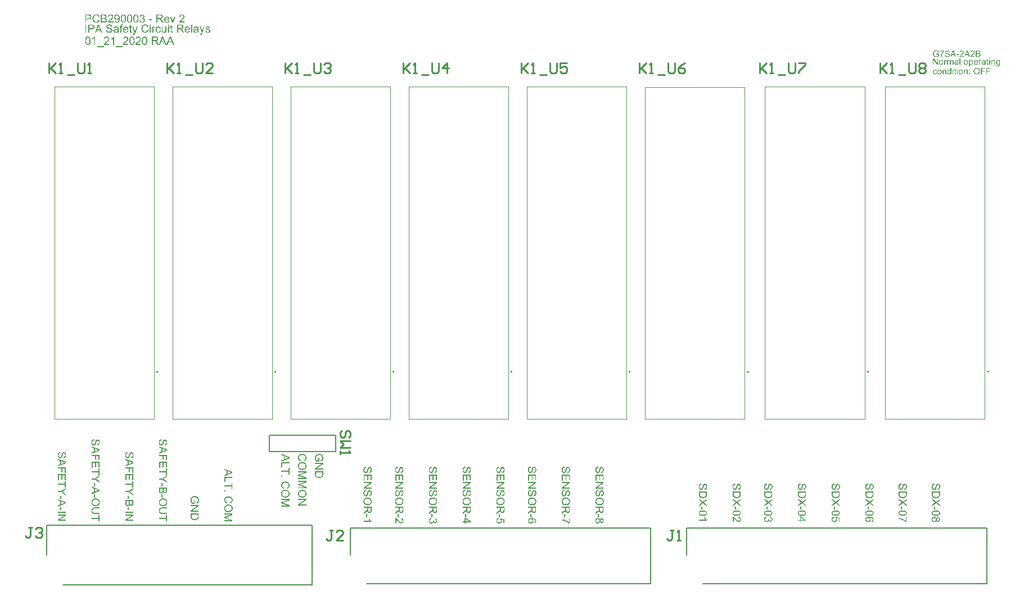
<source format=gto>
G04*
G04 #@! TF.GenerationSoftware,Altium Limited,Altium Designer,19.1.8 (144)*
G04*
G04 Layer_Color=65535*
%FSLAX25Y25*%
%MOIN*%
G70*
G01*
G75*
%ADD10C,0.00787*%
%ADD11C,0.00394*%
%ADD12C,0.00500*%
%ADD13C,0.01000*%
G36*
X679833Y432961D02*
X679871D01*
X679975Y432950D01*
X680090Y432934D01*
X680210Y432907D01*
X680341Y432874D01*
X680461Y432830D01*
X680467D01*
X680477Y432825D01*
X680494Y432814D01*
X680516Y432803D01*
X680570Y432776D01*
X680641Y432726D01*
X680723Y432672D01*
X680805Y432601D01*
X680881Y432519D01*
X680952Y432426D01*
Y432421D01*
X680958Y432415D01*
X680969Y432399D01*
X680980Y432382D01*
X681007Y432328D01*
X681040Y432257D01*
X681078Y432170D01*
X681105Y432066D01*
X681133Y431957D01*
X681144Y431837D01*
X680663Y431798D01*
Y431804D01*
Y431815D01*
X680658Y431831D01*
X680652Y431858D01*
X680636Y431918D01*
X680614Y432000D01*
X680581Y432088D01*
X680532Y432175D01*
X680472Y432257D01*
X680396Y432333D01*
X680385Y432339D01*
X680357Y432361D01*
X680303Y432393D01*
X680232Y432426D01*
X680139Y432459D01*
X680030Y432492D01*
X679893Y432514D01*
X679740Y432519D01*
X679664D01*
X679631Y432514D01*
X679587Y432508D01*
X679489Y432497D01*
X679380Y432475D01*
X679271Y432448D01*
X679167Y432404D01*
X679123Y432377D01*
X679080Y432350D01*
X679069Y432344D01*
X679047Y432323D01*
X679014Y432284D01*
X678981Y432241D01*
X678943Y432181D01*
X678910Y432115D01*
X678889Y432038D01*
X678878Y431951D01*
Y431940D01*
Y431918D01*
X678883Y431880D01*
X678894Y431837D01*
X678910Y431782D01*
X678938Y431727D01*
X678970Y431673D01*
X679020Y431618D01*
X679025Y431613D01*
X679052Y431596D01*
X679074Y431580D01*
X679096Y431569D01*
X679129Y431553D01*
X679167Y431531D01*
X679216Y431514D01*
X679271Y431493D01*
X679331Y431471D01*
X679402Y431443D01*
X679478Y431422D01*
X679566Y431394D01*
X679664Y431372D01*
X679773Y431345D01*
X679778D01*
X679800Y431340D01*
X679833Y431334D01*
X679871Y431323D01*
X679920Y431312D01*
X679981Y431296D01*
X680041Y431280D01*
X680106Y431263D01*
X680248Y431225D01*
X680385Y431187D01*
X680450Y431165D01*
X680510Y431143D01*
X680565Y431127D01*
X680608Y431105D01*
X680614D01*
X680625Y431099D01*
X680641Y431088D01*
X680663Y431078D01*
X680723Y431045D01*
X680794Y431001D01*
X680876Y430941D01*
X680958Y430876D01*
X681034Y430799D01*
X681100Y430717D01*
X681105Y430706D01*
X681127Y430679D01*
X681149Y430630D01*
X681182Y430564D01*
X681209Y430488D01*
X681236Y430395D01*
X681253Y430291D01*
X681258Y430182D01*
Y430177D01*
Y430171D01*
Y430155D01*
Y430133D01*
X681247Y430073D01*
X681236Y429996D01*
X681215Y429909D01*
X681187Y429816D01*
X681144Y429718D01*
X681083Y429614D01*
Y429609D01*
X681078Y429603D01*
X681051Y429571D01*
X681012Y429522D01*
X680958Y429467D01*
X680887Y429401D01*
X680799Y429330D01*
X680701Y429265D01*
X680587Y429205D01*
X680581D01*
X680570Y429199D01*
X680554Y429194D01*
X680532Y429183D01*
X680499Y429172D01*
X680461Y429156D01*
X680374Y429134D01*
X680270Y429107D01*
X680144Y429079D01*
X680008Y429063D01*
X679860Y429057D01*
X679773D01*
X679729Y429063D01*
X679680D01*
X679626Y429068D01*
X679560Y429074D01*
X679424Y429096D01*
X679282Y429117D01*
X679140Y429156D01*
X679003Y429205D01*
X678998D01*
X678987Y429210D01*
X678970Y429221D01*
X678949Y429232D01*
X678883Y429265D01*
X678807Y429314D01*
X678719Y429380D01*
X678626Y429456D01*
X678539Y429549D01*
X678457Y429653D01*
Y429658D01*
X678446Y429669D01*
X678441Y429685D01*
X678424Y429707D01*
X678413Y429734D01*
X678397Y429767D01*
X678359Y429849D01*
X678321Y429953D01*
X678288Y430067D01*
X678266Y430198D01*
X678255Y430335D01*
X678725Y430379D01*
Y430373D01*
Y430368D01*
X678730Y430351D01*
Y430330D01*
X678741Y430280D01*
X678757Y430209D01*
X678779Y430138D01*
X678801Y430057D01*
X678839Y429980D01*
X678878Y429909D01*
X678883Y429904D01*
X678899Y429882D01*
X678927Y429844D01*
X678970Y429805D01*
X679025Y429756D01*
X679085Y429707D01*
X679167Y429658D01*
X679254Y429614D01*
X679260D01*
X679265Y429609D01*
X679282Y429603D01*
X679298Y429598D01*
X679353Y429581D01*
X679424Y429560D01*
X679511Y429538D01*
X679609Y429522D01*
X679718Y429511D01*
X679839Y429505D01*
X679888D01*
X679942Y429511D01*
X680008Y429516D01*
X680084Y429527D01*
X680172Y429538D01*
X680259Y429560D01*
X680341Y429587D01*
X680352Y429593D01*
X680379Y429603D01*
X680417Y429625D01*
X680467Y429647D01*
X680516Y429685D01*
X680570Y429724D01*
X680625Y429767D01*
X680668Y429822D01*
X680674Y429827D01*
X680685Y429849D01*
X680701Y429876D01*
X680723Y429920D01*
X680745Y429964D01*
X680761Y430018D01*
X680772Y430078D01*
X680778Y430144D01*
Y430149D01*
Y430177D01*
X680772Y430209D01*
X680767Y430253D01*
X680750Y430297D01*
X680734Y430351D01*
X680707Y430406D01*
X680668Y430455D01*
X680663Y430461D01*
X680647Y430477D01*
X680625Y430499D01*
X680587Y430532D01*
X680543Y430564D01*
X680483Y430603D01*
X680412Y430641D01*
X680330Y430674D01*
X680325Y430679D01*
X680297Y430685D01*
X680254Y430701D01*
X680226Y430706D01*
X680188Y430717D01*
X680150Y430734D01*
X680101Y430745D01*
X680046Y430761D01*
X679981Y430777D01*
X679915Y430794D01*
X679839Y430816D01*
X679751Y430837D01*
X679658Y430859D01*
X679653D01*
X679637Y430865D01*
X679609Y430870D01*
X679576Y430881D01*
X679533Y430892D01*
X679484Y430903D01*
X679375Y430936D01*
X679254Y430974D01*
X679129Y431012D01*
X679020Y431050D01*
X678970Y431072D01*
X678927Y431094D01*
X678921D01*
X678916Y431099D01*
X678883Y431121D01*
X678834Y431149D01*
X678779Y431192D01*
X678714Y431241D01*
X678648Y431301D01*
X678583Y431372D01*
X678528Y431449D01*
X678523Y431460D01*
X678506Y431487D01*
X678484Y431531D01*
X678463Y431585D01*
X678441Y431656D01*
X678419Y431738D01*
X678403Y431826D01*
X678397Y431918D01*
Y431924D01*
Y431929D01*
Y431946D01*
Y431968D01*
X678408Y432022D01*
X678419Y432093D01*
X678435Y432175D01*
X678463Y432268D01*
X678501Y432361D01*
X678555Y432453D01*
Y432459D01*
X678561Y432464D01*
X678588Y432497D01*
X678626Y432541D01*
X678676Y432595D01*
X678741Y432655D01*
X678823Y432721D01*
X678921Y432781D01*
X679031Y432836D01*
X679036D01*
X679047Y432841D01*
X679063Y432847D01*
X679085Y432858D01*
X679112Y432868D01*
X679151Y432879D01*
X679233Y432901D01*
X679336Y432923D01*
X679456Y432945D01*
X679582Y432961D01*
X679724Y432967D01*
X679795D01*
X679833Y432961D01*
D02*
G37*
G36*
X673243D02*
X673287D01*
X673390Y432950D01*
X673505Y432934D01*
X673625Y432907D01*
X673756Y432874D01*
X673882Y432830D01*
X673887D01*
X673898Y432825D01*
X673914Y432819D01*
X673936Y432808D01*
X673996Y432776D01*
X674073Y432737D01*
X674155Y432683D01*
X674242Y432617D01*
X674324Y432546D01*
X674400Y432459D01*
X674411Y432448D01*
X674433Y432415D01*
X674466Y432366D01*
X674510Y432295D01*
X674553Y432208D01*
X674602Y432099D01*
X674652Y431979D01*
X674690Y431842D01*
X674237Y431722D01*
Y431727D01*
X674231Y431733D01*
X674226Y431749D01*
X674220Y431771D01*
X674204Y431820D01*
X674182Y431886D01*
X674149Y431962D01*
X674111Y432033D01*
X674073Y432109D01*
X674024Y432175D01*
X674018Y432181D01*
X674002Y432202D01*
X673969Y432230D01*
X673931Y432268D01*
X673882Y432311D01*
X673816Y432355D01*
X673745Y432399D01*
X673663Y432437D01*
X673652Y432443D01*
X673625Y432453D01*
X673576Y432470D01*
X673510Y432492D01*
X673434Y432508D01*
X673347Y432524D01*
X673248Y432535D01*
X673145Y432541D01*
X673085D01*
X673057Y432535D01*
X673025D01*
X672943Y432530D01*
X672850Y432514D01*
X672746Y432497D01*
X672648Y432470D01*
X672549Y432432D01*
X672539Y432426D01*
X672506Y432415D01*
X672462Y432388D01*
X672407Y432361D01*
X672342Y432317D01*
X672271Y432273D01*
X672205Y432219D01*
X672145Y432159D01*
X672140Y432153D01*
X672118Y432131D01*
X672091Y432093D01*
X672058Y432050D01*
X672020Y431995D01*
X671982Y431929D01*
X671943Y431858D01*
X671905Y431782D01*
Y431777D01*
X671900Y431766D01*
X671894Y431749D01*
X671883Y431722D01*
X671872Y431689D01*
X671862Y431651D01*
X671845Y431607D01*
X671834Y431558D01*
X671807Y431443D01*
X671785Y431312D01*
X671769Y431176D01*
X671763Y431023D01*
Y431017D01*
Y431001D01*
Y430974D01*
X671769Y430941D01*
Y430897D01*
X671774Y430843D01*
X671780Y430788D01*
X671785Y430728D01*
X671807Y430592D01*
X671834Y430450D01*
X671878Y430308D01*
X671933Y430171D01*
Y430166D01*
X671943Y430155D01*
X671949Y430138D01*
X671965Y430117D01*
X672004Y430057D01*
X672063Y429980D01*
X672134Y429898D01*
X672222Y429816D01*
X672326Y429740D01*
X672440Y429669D01*
X672446D01*
X672457Y429663D01*
X672473Y429653D01*
X672500Y429642D01*
X672528Y429631D01*
X672566Y429620D01*
X672653Y429587D01*
X672762Y429560D01*
X672883Y429532D01*
X673014Y429511D01*
X673150Y429505D01*
X673205D01*
X673237Y429511D01*
X673270D01*
X673352Y429522D01*
X673450Y429532D01*
X673554Y429554D01*
X673669Y429587D01*
X673783Y429625D01*
X673789D01*
X673800Y429631D01*
X673811Y429636D01*
X673833Y429647D01*
X673893Y429674D01*
X673958Y429707D01*
X674035Y429745D01*
X674117Y429789D01*
X674193Y429838D01*
X674259Y429893D01*
Y430603D01*
X673145D01*
Y431050D01*
X674750D01*
Y429647D01*
X674744Y429642D01*
X674733Y429636D01*
X674712Y429620D01*
X674684Y429598D01*
X674652Y429576D01*
X674613Y429549D01*
X674564Y429516D01*
X674515Y429483D01*
X674400Y429412D01*
X674269Y429336D01*
X674133Y429265D01*
X673985Y429205D01*
X673980D01*
X673969Y429199D01*
X673947Y429194D01*
X673920Y429183D01*
X673882Y429172D01*
X673838Y429156D01*
X673789Y429145D01*
X673740Y429134D01*
X673620Y429107D01*
X673483Y429079D01*
X673336Y429063D01*
X673183Y429057D01*
X673128D01*
X673090Y429063D01*
X673041D01*
X672981Y429068D01*
X672915Y429079D01*
X672844Y429085D01*
X672686Y429117D01*
X672517Y429156D01*
X672342Y429216D01*
X672255Y429249D01*
X672167Y429292D01*
X672162Y429298D01*
X672145Y429303D01*
X672124Y429319D01*
X672091Y429336D01*
X672053Y429363D01*
X672014Y429390D01*
X671911Y429467D01*
X671802Y429565D01*
X671687Y429685D01*
X671578Y429822D01*
X671479Y429980D01*
Y429986D01*
X671468Y430002D01*
X671457Y430024D01*
X671441Y430062D01*
X671425Y430100D01*
X671408Y430155D01*
X671386Y430209D01*
X671365Y430275D01*
X671343Y430346D01*
X671321Y430428D01*
X671305Y430510D01*
X671288Y430597D01*
X671261Y430788D01*
X671250Y430990D01*
Y430996D01*
Y431017D01*
Y431045D01*
X671255Y431083D01*
Y431132D01*
X671261Y431192D01*
X671272Y431252D01*
X671277Y431323D01*
X671294Y431400D01*
X671305Y431482D01*
X671348Y431656D01*
X671403Y431837D01*
X671479Y432017D01*
X671485Y432022D01*
X671490Y432038D01*
X671501Y432060D01*
X671523Y432093D01*
X671545Y432137D01*
X671572Y432181D01*
X671649Y432284D01*
X671741Y432404D01*
X671856Y432519D01*
X671987Y432634D01*
X672063Y432683D01*
X672140Y432732D01*
X672145Y432737D01*
X672162Y432743D01*
X672184Y432754D01*
X672216Y432770D01*
X672260Y432787D01*
X672309Y432808D01*
X672364Y432830D01*
X672429Y432852D01*
X672500Y432874D01*
X672577Y432890D01*
X672659Y432912D01*
X672746Y432929D01*
X672937Y432956D01*
X673035Y432967D01*
X673210D01*
X673243Y432961D01*
D02*
G37*
G36*
X686658Y430259D02*
X685222D01*
Y430723D01*
X686658D01*
Y430259D01*
D02*
G37*
G36*
X698124Y432896D02*
X698168D01*
X698266Y432885D01*
X698375Y432874D01*
X698490Y432852D01*
X698605Y432825D01*
X698708Y432787D01*
X698714D01*
X698719Y432781D01*
X698752Y432765D01*
X698801Y432737D01*
X698856Y432699D01*
X698921Y432650D01*
X698992Y432590D01*
X699058Y432514D01*
X699118Y432432D01*
X699123Y432421D01*
X699140Y432388D01*
X699167Y432344D01*
X699194Y432279D01*
X699222Y432202D01*
X699249Y432120D01*
X699265Y432028D01*
X699271Y431935D01*
Y431924D01*
Y431897D01*
X699265Y431847D01*
X699254Y431787D01*
X699238Y431716D01*
X699211Y431640D01*
X699178Y431564D01*
X699134Y431482D01*
X699129Y431471D01*
X699112Y431449D01*
X699080Y431405D01*
X699036Y431361D01*
X698981Y431307D01*
X698916Y431247D01*
X698834Y431192D01*
X698741Y431138D01*
X698747D01*
X698758Y431132D01*
X698774Y431127D01*
X698796Y431116D01*
X698861Y431094D01*
X698938Y431056D01*
X699020Y431007D01*
X699112Y430946D01*
X699194Y430876D01*
X699271Y430788D01*
X699276Y430777D01*
X699298Y430745D01*
X699331Y430695D01*
X699364Y430630D01*
X699396Y430543D01*
X699429Y430450D01*
X699451Y430340D01*
X699456Y430220D01*
Y430215D01*
Y430209D01*
Y430177D01*
X699451Y430122D01*
X699440Y430057D01*
X699429Y429980D01*
X699407Y429898D01*
X699380Y429811D01*
X699342Y429724D01*
X699336Y429713D01*
X699320Y429685D01*
X699298Y429647D01*
X699265Y429593D01*
X699222Y429538D01*
X699178Y429478D01*
X699123Y429418D01*
X699063Y429369D01*
X699058Y429363D01*
X699036Y429347D01*
X698998Y429325D01*
X698949Y429303D01*
X698888Y429270D01*
X698817Y429238D01*
X698741Y429210D01*
X698648Y429183D01*
X698637D01*
X698605Y429172D01*
X698550Y429167D01*
X698479Y429156D01*
X698392Y429145D01*
X698288Y429134D01*
X698173Y429128D01*
X698042Y429123D01*
X696601D01*
Y432901D01*
X698086D01*
X698124Y432896D01*
D02*
G37*
G36*
X694837Y432912D02*
X694881Y432907D01*
X694936Y432901D01*
X694995Y432890D01*
X695056Y432879D01*
X695198Y432841D01*
X695339Y432787D01*
X695410Y432754D01*
X695481Y432716D01*
X695547Y432666D01*
X695607Y432612D01*
X695612Y432606D01*
X695623Y432601D01*
X695634Y432579D01*
X695656Y432557D01*
X695683Y432530D01*
X695711Y432492D01*
X695738Y432453D01*
X695771Y432404D01*
X695825Y432301D01*
X695880Y432170D01*
X695902Y432104D01*
X695913Y432028D01*
X695924Y431951D01*
X695929Y431869D01*
Y431858D01*
Y431831D01*
X695924Y431787D01*
X695918Y431727D01*
X695907Y431662D01*
X695886Y431585D01*
X695864Y431503D01*
X695831Y431422D01*
X695825Y431411D01*
X695815Y431383D01*
X695793Y431340D01*
X695760Y431280D01*
X695716Y431214D01*
X695662Y431132D01*
X695596Y431050D01*
X695520Y430958D01*
X695509Y430946D01*
X695481Y430914D01*
X695454Y430887D01*
X695427Y430859D01*
X695394Y430826D01*
X695350Y430783D01*
X695307Y430739D01*
X695252Y430690D01*
X695198Y430635D01*
X695132Y430575D01*
X695061Y430515D01*
X694985Y430444D01*
X694897Y430373D01*
X694810Y430297D01*
X694804Y430291D01*
X694794Y430280D01*
X694772Y430264D01*
X694744Y430242D01*
X694712Y430209D01*
X694673Y430177D01*
X694586Y430106D01*
X694493Y430024D01*
X694406Y429942D01*
X694329Y429871D01*
X694297Y429844D01*
X694269Y429816D01*
X694264Y429811D01*
X694247Y429795D01*
X694226Y429773D01*
X694198Y429740D01*
X694171Y429702D01*
X694138Y429663D01*
X694073Y429571D01*
X695935D01*
Y429123D01*
X693429D01*
Y429128D01*
Y429150D01*
Y429183D01*
X693434Y429227D01*
X693439Y429276D01*
X693450Y429330D01*
X693461Y429385D01*
X693483Y429445D01*
Y429451D01*
X693489Y429456D01*
X693500Y429489D01*
X693521Y429538D01*
X693554Y429603D01*
X693598Y429680D01*
X693652Y429767D01*
X693712Y429854D01*
X693789Y429947D01*
Y429953D01*
X693800Y429958D01*
X693827Y429991D01*
X693876Y430040D01*
X693947Y430111D01*
X694029Y430193D01*
X694133Y430291D01*
X694258Y430401D01*
X694395Y430515D01*
X694400Y430521D01*
X694422Y430537D01*
X694455Y430564D01*
X694493Y430597D01*
X694542Y430641D01*
X694602Y430690D01*
X694663Y430745D01*
X694733Y430805D01*
X694870Y430936D01*
X695007Y431067D01*
X695072Y431132D01*
X695132Y431198D01*
X695187Y431258D01*
X695230Y431318D01*
Y431323D01*
X695241Y431329D01*
X695252Y431345D01*
X695263Y431367D01*
X695301Y431427D01*
X695345Y431498D01*
X695383Y431585D01*
X695421Y431678D01*
X695443Y431782D01*
X695454Y431880D01*
Y431886D01*
Y431891D01*
X695449Y431924D01*
X695443Y431979D01*
X695427Y432038D01*
X695405Y432115D01*
X695367Y432191D01*
X695318Y432268D01*
X695252Y432344D01*
X695241Y432355D01*
X695214Y432377D01*
X695176Y432404D01*
X695116Y432443D01*
X695039Y432475D01*
X694952Y432508D01*
X694848Y432530D01*
X694733Y432535D01*
X694701D01*
X694679Y432530D01*
X694613Y432524D01*
X694537Y432508D01*
X694455Y432486D01*
X694362Y432448D01*
X694275Y432399D01*
X694193Y432333D01*
X694182Y432323D01*
X694160Y432295D01*
X694127Y432252D01*
X694095Y432186D01*
X694056Y432109D01*
X694024Y432011D01*
X694002Y431902D01*
X693991Y431777D01*
X693516Y431826D01*
Y431831D01*
X693521Y431847D01*
Y431875D01*
X693527Y431913D01*
X693538Y431957D01*
X693549Y432006D01*
X693565Y432066D01*
X693581Y432126D01*
X693625Y432257D01*
X693691Y432388D01*
X693729Y432453D01*
X693778Y432519D01*
X693827Y432579D01*
X693882Y432634D01*
X693887Y432639D01*
X693898Y432645D01*
X693915Y432661D01*
X693942Y432677D01*
X693974Y432699D01*
X694013Y432721D01*
X694056Y432748D01*
X694111Y432776D01*
X694171Y432803D01*
X694237Y432830D01*
X694308Y432852D01*
X694384Y432874D01*
X694466Y432890D01*
X694553Y432907D01*
X694646Y432912D01*
X694744Y432918D01*
X694799D01*
X694837Y432912D01*
D02*
G37*
G36*
X693281Y429123D02*
X692713D01*
X692271Y430269D01*
X690688D01*
X690278Y429123D01*
X689748D01*
X691190Y432901D01*
X691736D01*
X693281Y429123D01*
D02*
G37*
G36*
X688378Y432912D02*
X688422Y432907D01*
X688476Y432901D01*
X688536Y432890D01*
X688596Y432879D01*
X688738Y432841D01*
X688880Y432787D01*
X688951Y432754D01*
X689022Y432716D01*
X689088Y432666D01*
X689148Y432612D01*
X689153Y432606D01*
X689164Y432601D01*
X689175Y432579D01*
X689197Y432557D01*
X689224Y432530D01*
X689252Y432492D01*
X689279Y432453D01*
X689312Y432404D01*
X689366Y432301D01*
X689421Y432170D01*
X689443Y432104D01*
X689454Y432028D01*
X689465Y431951D01*
X689470Y431869D01*
Y431858D01*
Y431831D01*
X689465Y431787D01*
X689459Y431727D01*
X689448Y431662D01*
X689426Y431585D01*
X689404Y431503D01*
X689372Y431422D01*
X689366Y431411D01*
X689355Y431383D01*
X689333Y431340D01*
X689301Y431280D01*
X689257Y431214D01*
X689202Y431132D01*
X689137Y431050D01*
X689060Y430958D01*
X689050Y430946D01*
X689022Y430914D01*
X688995Y430887D01*
X688968Y430859D01*
X688935Y430826D01*
X688891Y430783D01*
X688848Y430739D01*
X688793Y430690D01*
X688738Y430635D01*
X688673Y430575D01*
X688602Y430515D01*
X688525Y430444D01*
X688438Y430373D01*
X688351Y430297D01*
X688345Y430291D01*
X688334Y430280D01*
X688312Y430264D01*
X688285Y430242D01*
X688252Y430209D01*
X688214Y430177D01*
X688127Y430106D01*
X688034Y430024D01*
X687947Y429942D01*
X687870Y429871D01*
X687838Y429844D01*
X687810Y429816D01*
X687805Y429811D01*
X687788Y429795D01*
X687767Y429773D01*
X687739Y429740D01*
X687712Y429702D01*
X687679Y429663D01*
X687614Y429571D01*
X689475D01*
Y429123D01*
X686969D01*
Y429128D01*
Y429150D01*
Y429183D01*
X686975Y429227D01*
X686980Y429276D01*
X686991Y429330D01*
X687002Y429385D01*
X687024Y429445D01*
Y429451D01*
X687029Y429456D01*
X687040Y429489D01*
X687062Y429538D01*
X687095Y429603D01*
X687139Y429680D01*
X687193Y429767D01*
X687253Y429854D01*
X687330Y429947D01*
Y429953D01*
X687341Y429958D01*
X687368Y429991D01*
X687417Y430040D01*
X687488Y430111D01*
X687570Y430193D01*
X687674Y430291D01*
X687799Y430401D01*
X687936Y430515D01*
X687941Y430521D01*
X687963Y430537D01*
X687996Y430564D01*
X688034Y430597D01*
X688083Y430641D01*
X688143Y430690D01*
X688203Y430745D01*
X688274Y430805D01*
X688411Y430936D01*
X688547Y431067D01*
X688613Y431132D01*
X688673Y431198D01*
X688728Y431258D01*
X688771Y431318D01*
Y431323D01*
X688782Y431329D01*
X688793Y431345D01*
X688804Y431367D01*
X688842Y431427D01*
X688886Y431498D01*
X688924Y431585D01*
X688962Y431678D01*
X688984Y431782D01*
X688995Y431880D01*
Y431886D01*
Y431891D01*
X688989Y431924D01*
X688984Y431979D01*
X688968Y432038D01*
X688946Y432115D01*
X688908Y432191D01*
X688859Y432268D01*
X688793Y432344D01*
X688782Y432355D01*
X688755Y432377D01*
X688717Y432404D01*
X688657Y432443D01*
X688580Y432475D01*
X688493Y432508D01*
X688389Y432530D01*
X688274Y432535D01*
X688241D01*
X688220Y432530D01*
X688154Y432524D01*
X688078Y432508D01*
X687996Y432486D01*
X687903Y432448D01*
X687816Y432399D01*
X687734Y432333D01*
X687723Y432323D01*
X687701Y432295D01*
X687668Y432252D01*
X687636Y432186D01*
X687597Y432109D01*
X687565Y432011D01*
X687543Y431902D01*
X687532Y431777D01*
X687057Y431826D01*
Y431831D01*
X687062Y431847D01*
Y431875D01*
X687068Y431913D01*
X687079Y431957D01*
X687089Y432006D01*
X687106Y432066D01*
X687122Y432126D01*
X687166Y432257D01*
X687231Y432388D01*
X687270Y432453D01*
X687319Y432519D01*
X687368Y432579D01*
X687423Y432634D01*
X687428Y432639D01*
X687439Y432645D01*
X687455Y432661D01*
X687483Y432677D01*
X687515Y432699D01*
X687554Y432721D01*
X687597Y432748D01*
X687652Y432776D01*
X687712Y432803D01*
X687777Y432830D01*
X687848Y432852D01*
X687925Y432874D01*
X688007Y432890D01*
X688094Y432907D01*
X688187Y432912D01*
X688285Y432918D01*
X688340D01*
X688378Y432912D01*
D02*
G37*
G36*
X685064Y429123D02*
X684496D01*
X684054Y430269D01*
X682470D01*
X682061Y429123D01*
X681531D01*
X682973Y432901D01*
X683519D01*
X685064Y429123D01*
D02*
G37*
G36*
X677775Y432486D02*
X677769Y432481D01*
X677758Y432470D01*
X677737Y432448D01*
X677715Y432415D01*
X677682Y432377D01*
X677638Y432333D01*
X677595Y432279D01*
X677545Y432213D01*
X677496Y432148D01*
X677436Y432071D01*
X677376Y431984D01*
X677316Y431897D01*
X677250Y431798D01*
X677185Y431695D01*
X677119Y431580D01*
X677054Y431465D01*
X677048Y431460D01*
X677038Y431438D01*
X677021Y431405D01*
X676994Y431356D01*
X676967Y431296D01*
X676934Y431230D01*
X676896Y431154D01*
X676857Y431067D01*
X676814Y430968D01*
X676765Y430870D01*
X676721Y430761D01*
X676677Y430646D01*
X676590Y430411D01*
X676508Y430160D01*
Y430155D01*
X676503Y430138D01*
X676497Y430111D01*
X676486Y430078D01*
X676475Y430035D01*
X676464Y429980D01*
X676448Y429920D01*
X676437Y429854D01*
X676421Y429778D01*
X676404Y429696D01*
X676377Y429522D01*
X676350Y429330D01*
X676333Y429123D01*
X675858D01*
Y429128D01*
Y429145D01*
Y429167D01*
X675864Y429199D01*
Y429243D01*
X675869Y429298D01*
X675875Y429358D01*
X675880Y429423D01*
X675891Y429500D01*
X675902Y429576D01*
X675918Y429669D01*
X675935Y429762D01*
X675951Y429860D01*
X675973Y429969D01*
X676027Y430193D01*
Y430198D01*
X676033Y430220D01*
X676044Y430253D01*
X676060Y430302D01*
X676077Y430357D01*
X676098Y430422D01*
X676120Y430499D01*
X676153Y430581D01*
X676186Y430674D01*
X676219Y430766D01*
X676300Y430974D01*
X676399Y431192D01*
X676508Y431411D01*
X676513Y431416D01*
X676524Y431438D01*
X676541Y431465D01*
X676563Y431509D01*
X676590Y431558D01*
X676628Y431618D01*
X676666Y431684D01*
X676710Y431755D01*
X676814Y431913D01*
X676923Y432077D01*
X677048Y432246D01*
X677180Y432404D01*
X675329D01*
Y432852D01*
X677775D01*
Y432486D01*
D02*
G37*
G36*
X705124Y427772D02*
X704660D01*
Y428302D01*
X705124D01*
Y427772D01*
D02*
G37*
G36*
X693920Y427319D02*
X693958Y427314D01*
X694040Y427303D01*
X694138Y427281D01*
X694242Y427248D01*
X694346Y427199D01*
X694450Y427139D01*
X694455D01*
X694460Y427128D01*
X694493Y427106D01*
X694542Y427062D01*
X694602Y427008D01*
X694668Y426937D01*
X694733Y426849D01*
X694799Y426746D01*
X694854Y426631D01*
Y426625D01*
X694859Y426615D01*
X694865Y426598D01*
X694875Y426576D01*
X694886Y426544D01*
X694897Y426505D01*
X694925Y426418D01*
X694952Y426309D01*
X694974Y426189D01*
X694990Y426052D01*
X694995Y425910D01*
Y425905D01*
Y425894D01*
Y425872D01*
Y425839D01*
X694990Y425801D01*
Y425757D01*
X694979Y425659D01*
X694957Y425539D01*
X694930Y425413D01*
X694892Y425282D01*
X694843Y425151D01*
Y425146D01*
X694837Y425135D01*
X694826Y425118D01*
X694815Y425097D01*
X694777Y425037D01*
X694728Y424960D01*
X694668Y424878D01*
X694592Y424796D01*
X694504Y424715D01*
X694400Y424638D01*
X694395D01*
X694389Y424633D01*
X694373Y424622D01*
X694351Y424611D01*
X694297Y424583D01*
X694220Y424551D01*
X694127Y424518D01*
X694029Y424491D01*
X693915Y424469D01*
X693800Y424463D01*
X693762D01*
X693718Y424469D01*
X693663Y424474D01*
X693598Y424485D01*
X693527Y424502D01*
X693456Y424523D01*
X693385Y424556D01*
X693379Y424562D01*
X693352Y424573D01*
X693319Y424594D01*
X693276Y424627D01*
X693232Y424660D01*
X693177Y424704D01*
X693128Y424753D01*
X693084Y424807D01*
Y423475D01*
X692620D01*
Y427264D01*
X693041D01*
Y426904D01*
X693046Y426915D01*
X693068Y426937D01*
X693095Y426975D01*
X693139Y427019D01*
X693188Y427073D01*
X693243Y427122D01*
X693308Y427172D01*
X693374Y427215D01*
X693385Y427221D01*
X693407Y427232D01*
X693450Y427248D01*
X693505Y427270D01*
X693571Y427292D01*
X693647Y427308D01*
X693734Y427319D01*
X693833Y427324D01*
X693893D01*
X693920Y427319D01*
D02*
G37*
G36*
X707204D02*
X707264Y427314D01*
X707335Y427303D01*
X707412Y427286D01*
X707493Y427264D01*
X707570Y427232D01*
X707581Y427226D01*
X707603Y427215D01*
X707641Y427199D01*
X707685Y427172D01*
X707739Y427139D01*
X707788Y427095D01*
X707837Y427051D01*
X707881Y426997D01*
X707887Y426991D01*
X707898Y426969D01*
X707914Y426942D01*
X707941Y426904D01*
X707963Y426849D01*
X707985Y426795D01*
X708012Y426729D01*
X708029Y426658D01*
Y426653D01*
X708034Y426631D01*
X708040Y426598D01*
X708045Y426554D01*
Y426489D01*
X708050Y426413D01*
X708056Y426320D01*
Y426205D01*
Y424523D01*
X707592D01*
Y426183D01*
Y426189D01*
Y426194D01*
Y426232D01*
Y426281D01*
X707586Y426342D01*
X707581Y426413D01*
X707570Y426483D01*
X707553Y426549D01*
X707537Y426609D01*
Y426615D01*
X707526Y426631D01*
X707510Y426658D01*
X707493Y426691D01*
X707466Y426724D01*
X707433Y426762D01*
X707390Y426800D01*
X707341Y426833D01*
X707335Y426838D01*
X707319Y426849D01*
X707286Y426860D01*
X707248Y426877D01*
X707204Y426893D01*
X707150Y426909D01*
X707084Y426915D01*
X707019Y426920D01*
X706991D01*
X706969Y426915D01*
X706915Y426909D01*
X706844Y426898D01*
X706767Y426871D01*
X706680Y426838D01*
X706593Y426795D01*
X706511Y426729D01*
X706500Y426718D01*
X706478Y426691D01*
X706461Y426669D01*
X706445Y426642D01*
X706423Y426609D01*
X706407Y426571D01*
X706385Y426527D01*
X706363Y426473D01*
X706347Y426413D01*
X706330Y426347D01*
X706320Y426276D01*
X706309Y426200D01*
X706298Y426107D01*
Y426014D01*
Y424523D01*
X705834D01*
Y427264D01*
X706249D01*
Y426871D01*
X706254Y426877D01*
X706265Y426893D01*
X706281Y426915D01*
X706303Y426942D01*
X706336Y426975D01*
X706374Y427013D01*
X706418Y427057D01*
X706472Y427101D01*
X706527Y427139D01*
X706593Y427182D01*
X706664Y427221D01*
X706740Y427253D01*
X706827Y427281D01*
X706915Y427303D01*
X707013Y427319D01*
X707117Y427324D01*
X707160D01*
X707204Y427319D01*
D02*
G37*
G36*
X699587D02*
X699648Y427308D01*
X699718Y427286D01*
X699795Y427259D01*
X699882Y427221D01*
X699975Y427172D01*
X699806Y426746D01*
X699800Y426751D01*
X699779Y426762D01*
X699746Y426778D01*
X699702Y426795D01*
X699653Y426811D01*
X699593Y426827D01*
X699533Y426838D01*
X699473Y426844D01*
X699445D01*
X699418Y426838D01*
X699380Y426833D01*
X699342Y426822D01*
X699293Y426806D01*
X699243Y426784D01*
X699200Y426751D01*
X699194Y426746D01*
X699178Y426735D01*
X699161Y426713D01*
X699134Y426686D01*
X699107Y426647D01*
X699080Y426604D01*
X699052Y426554D01*
X699030Y426495D01*
X699025Y426483D01*
X699020Y426451D01*
X699009Y426402D01*
X698992Y426336D01*
X698976Y426254D01*
X698965Y426161D01*
X698959Y426063D01*
X698954Y425954D01*
Y424523D01*
X698490D01*
Y427264D01*
X698910D01*
Y426849D01*
X698916Y426855D01*
X698938Y426893D01*
X698965Y426942D01*
X699009Y427002D01*
X699052Y427062D01*
X699101Y427128D01*
X699151Y427182D01*
X699200Y427226D01*
X699205Y427232D01*
X699222Y427243D01*
X699254Y427259D01*
X699287Y427275D01*
X699331Y427292D01*
X699385Y427308D01*
X699440Y427319D01*
X699500Y427324D01*
X699538D01*
X699587Y427319D01*
D02*
G37*
G36*
X679036D02*
X679096Y427308D01*
X679167Y427286D01*
X679243Y427259D01*
X679331Y427221D01*
X679424Y427172D01*
X679254Y426746D01*
X679249Y426751D01*
X679227Y426762D01*
X679194Y426778D01*
X679151Y426795D01*
X679102Y426811D01*
X679041Y426827D01*
X678981Y426838D01*
X678921Y426844D01*
X678894D01*
X678867Y426838D01*
X678828Y426833D01*
X678790Y426822D01*
X678741Y426806D01*
X678692Y426784D01*
X678648Y426751D01*
X678643Y426746D01*
X678626Y426735D01*
X678610Y426713D01*
X678583Y426686D01*
X678555Y426647D01*
X678528Y426604D01*
X678501Y426554D01*
X678479Y426495D01*
X678474Y426483D01*
X678468Y426451D01*
X678457Y426402D01*
X678441Y426336D01*
X678424Y426254D01*
X678413Y426161D01*
X678408Y426063D01*
X678403Y425954D01*
Y424523D01*
X677939D01*
Y427264D01*
X678359D01*
Y426849D01*
X678364Y426855D01*
X678386Y426893D01*
X678413Y426942D01*
X678457Y427002D01*
X678501Y427062D01*
X678550Y427128D01*
X678599Y427182D01*
X678648Y427226D01*
X678654Y427232D01*
X678670Y427243D01*
X678703Y427259D01*
X678736Y427275D01*
X678779Y427292D01*
X678834Y427308D01*
X678889Y427319D01*
X678949Y427324D01*
X678987D01*
X679036Y427319D01*
D02*
G37*
G36*
X682634D02*
X682672D01*
X682711Y427314D01*
X682803Y427297D01*
X682902Y427270D01*
X683005Y427226D01*
X683109Y427172D01*
X683196Y427095D01*
X683207Y427084D01*
X683229Y427051D01*
X683267Y427002D01*
X683284Y426964D01*
X683306Y426926D01*
X683327Y426877D01*
X683344Y426827D01*
X683366Y426773D01*
X683382Y426707D01*
X683393Y426642D01*
X683404Y426565D01*
X683415Y426489D01*
Y426402D01*
Y424523D01*
X682951D01*
Y426243D01*
Y426249D01*
Y426254D01*
Y426287D01*
Y426336D01*
X682945Y426396D01*
X682940Y426462D01*
X682934Y426527D01*
X682924Y426593D01*
X682907Y426642D01*
Y426647D01*
X682896Y426664D01*
X682885Y426686D01*
X682869Y426713D01*
X682847Y426746D01*
X682820Y426778D01*
X682787Y426811D01*
X682743Y426844D01*
X682738Y426849D01*
X682722Y426855D01*
X682700Y426866D01*
X682661Y426882D01*
X682623Y426898D01*
X682574Y426909D01*
X682525Y426915D01*
X682465Y426920D01*
X682438D01*
X682416Y426915D01*
X682361Y426909D01*
X682296Y426898D01*
X682219Y426871D01*
X682137Y426838D01*
X682055Y426789D01*
X681979Y426724D01*
X681973Y426713D01*
X681952Y426686D01*
X681919Y426642D01*
X681886Y426576D01*
X681848Y426489D01*
X681821Y426385D01*
X681799Y426260D01*
X681788Y426112D01*
Y424523D01*
X681324D01*
Y426298D01*
Y426303D01*
Y426314D01*
Y426325D01*
Y426347D01*
X681318Y426407D01*
X681307Y426473D01*
X681296Y426549D01*
X681275Y426625D01*
X681247Y426696D01*
X681209Y426762D01*
X681204Y426767D01*
X681187Y426789D01*
X681160Y426811D01*
X681122Y426844D01*
X681073Y426871D01*
X681007Y426898D01*
X680931Y426915D01*
X680838Y426920D01*
X680805D01*
X680767Y426915D01*
X680723Y426909D01*
X680668Y426893D01*
X680603Y426877D01*
X680543Y426849D01*
X680477Y426817D01*
X680472Y426811D01*
X680450Y426795D01*
X680423Y426773D01*
X680385Y426740D01*
X680346Y426696D01*
X680308Y426642D01*
X680270Y426582D01*
X680237Y426511D01*
X680232Y426500D01*
X680226Y426473D01*
X680215Y426429D01*
X680199Y426369D01*
X680183Y426287D01*
X680172Y426189D01*
X680166Y426074D01*
X680161Y425943D01*
Y424523D01*
X679697D01*
Y427264D01*
X680112D01*
Y426871D01*
X680117Y426882D01*
X680133Y426904D01*
X680166Y426942D01*
X680204Y426986D01*
X680254Y427040D01*
X680314Y427095D01*
X680379Y427150D01*
X680456Y427199D01*
X680467Y427204D01*
X680494Y427221D01*
X680538Y427237D01*
X680597Y427264D01*
X680668Y427286D01*
X680750Y427303D01*
X680843Y427319D01*
X680941Y427324D01*
X680991D01*
X681051Y427319D01*
X681116Y427308D01*
X681198Y427292D01*
X681280Y427270D01*
X681362Y427237D01*
X681438Y427193D01*
X681449Y427188D01*
X681471Y427172D01*
X681504Y427144D01*
X681548Y427101D01*
X681591Y427051D01*
X681640Y426991D01*
X681684Y426920D01*
X681717Y426838D01*
X681722Y426844D01*
X681733Y426860D01*
X681750Y426882D01*
X681777Y426915D01*
X681810Y426953D01*
X681848Y426991D01*
X681891Y427035D01*
X681946Y427084D01*
X682006Y427128D01*
X682066Y427172D01*
X682137Y427210D01*
X682214Y427248D01*
X682296Y427281D01*
X682383Y427303D01*
X682470Y427319D01*
X682569Y427324D01*
X682607D01*
X682634Y427319D01*
D02*
G37*
G36*
X674226Y424523D02*
X673707D01*
X671731Y427488D01*
Y424523D01*
X671250D01*
Y428302D01*
X671763D01*
X673745Y425331D01*
Y428302D01*
X674226D01*
Y424523D01*
D02*
G37*
G36*
X705124D02*
X704660D01*
Y427264D01*
X705124D01*
Y424523D01*
D02*
G37*
G36*
X701531Y427319D02*
X701613Y427314D01*
X701706Y427303D01*
X701799Y427286D01*
X701892Y427264D01*
X701979Y427237D01*
X701990Y427232D01*
X702017Y427221D01*
X702055Y427204D01*
X702105Y427182D01*
X702159Y427150D01*
X702214Y427117D01*
X702263Y427073D01*
X702307Y427030D01*
X702312Y427024D01*
X702323Y427008D01*
X702339Y426980D01*
X702361Y426948D01*
X702388Y426898D01*
X702410Y426849D01*
X702432Y426789D01*
X702448Y426718D01*
Y426713D01*
X702454Y426696D01*
X702459Y426664D01*
X702465Y426620D01*
Y426560D01*
X702470Y426489D01*
X702476Y426396D01*
Y426292D01*
Y425670D01*
Y425665D01*
Y425643D01*
Y425610D01*
Y425566D01*
Y425517D01*
Y425457D01*
X702481Y425326D01*
Y425189D01*
X702487Y425053D01*
X702492Y424993D01*
Y424938D01*
X702498Y424889D01*
X702503Y424851D01*
Y424846D01*
X702508Y424824D01*
X702514Y424791D01*
X702530Y424747D01*
X702541Y424698D01*
X702563Y424644D01*
X702590Y424583D01*
X702618Y424523D01*
X702132D01*
X702126Y424529D01*
X702121Y424551D01*
X702110Y424578D01*
X702094Y424622D01*
X702077Y424671D01*
X702066Y424731D01*
X702055Y424796D01*
X702044Y424867D01*
X702039D01*
X702034Y424857D01*
X702001Y424829D01*
X701952Y424791D01*
X701886Y424742D01*
X701804Y424693D01*
X701722Y424638D01*
X701635Y424589D01*
X701542Y424551D01*
X701531Y424545D01*
X701498Y424540D01*
X701449Y424523D01*
X701389Y424507D01*
X701313Y424491D01*
X701225Y424480D01*
X701127Y424469D01*
X701029Y424463D01*
X700985D01*
X700952Y424469D01*
X700914D01*
X700871Y424474D01*
X700772Y424491D01*
X700663Y424518D01*
X700543Y424556D01*
X700434Y424611D01*
X700335Y424682D01*
X700324Y424693D01*
X700297Y424720D01*
X700259Y424769D01*
X700215Y424835D01*
X700172Y424917D01*
X700133Y425009D01*
X700106Y425124D01*
X700101Y425179D01*
X700095Y425244D01*
Y425255D01*
Y425277D01*
X700101Y425315D01*
X700106Y425364D01*
X700117Y425424D01*
X700133Y425484D01*
X700155Y425550D01*
X700182Y425610D01*
X700188Y425615D01*
X700199Y425637D01*
X700221Y425670D01*
X700248Y425708D01*
X700281Y425752D01*
X700324Y425796D01*
X700368Y425839D01*
X700423Y425878D01*
X700428Y425883D01*
X700450Y425894D01*
X700477Y425916D01*
X700521Y425938D01*
X700570Y425959D01*
X700630Y425987D01*
X700690Y426009D01*
X700761Y426030D01*
X700767D01*
X700789Y426036D01*
X700821Y426047D01*
X700865Y426052D01*
X700920Y426063D01*
X700991Y426074D01*
X701073Y426090D01*
X701171Y426101D01*
X701176D01*
X701198Y426107D01*
X701225D01*
X701264Y426112D01*
X701307Y426118D01*
X701362Y426129D01*
X701422Y426134D01*
X701487Y426145D01*
X701618Y426172D01*
X701760Y426200D01*
X701886Y426232D01*
X701946Y426249D01*
X702001Y426265D01*
Y426271D01*
Y426281D01*
X702006Y426314D01*
Y426353D01*
Y426374D01*
Y426385D01*
Y426391D01*
Y426396D01*
Y426429D01*
X702001Y426483D01*
X701990Y426544D01*
X701973Y426609D01*
X701946Y426675D01*
X701913Y426735D01*
X701870Y426784D01*
X701864Y426789D01*
X701837Y426811D01*
X701793Y426833D01*
X701739Y426866D01*
X701662Y426893D01*
X701575Y426920D01*
X701466Y426937D01*
X701340Y426942D01*
X701286D01*
X701231Y426937D01*
X701154Y426926D01*
X701078Y426915D01*
X700996Y426893D01*
X700920Y426866D01*
X700854Y426827D01*
X700849Y426822D01*
X700827Y426806D01*
X700800Y426778D01*
X700767Y426735D01*
X700734Y426680D01*
X700696Y426609D01*
X700663Y426522D01*
X700630Y426424D01*
X700177Y426483D01*
Y426489D01*
X700182Y426495D01*
Y426511D01*
X700188Y426533D01*
X700204Y426582D01*
X700226Y426653D01*
X700253Y426724D01*
X700286Y426800D01*
X700330Y426877D01*
X700379Y426948D01*
X700385Y426953D01*
X700406Y426975D01*
X700439Y427008D01*
X700483Y427051D01*
X700543Y427095D01*
X700614Y427139D01*
X700696Y427188D01*
X700789Y427226D01*
X700794D01*
X700800Y427232D01*
X700816Y427237D01*
X700838Y427243D01*
X700892Y427259D01*
X700969Y427275D01*
X701056Y427292D01*
X701165Y427308D01*
X701280Y427319D01*
X701411Y427324D01*
X701471D01*
X701531Y427319D01*
D02*
G37*
G36*
X687494Y424523D02*
X687029D01*
Y428302D01*
X687494D01*
Y424523D01*
D02*
G37*
G36*
X685381Y427319D02*
X685462Y427314D01*
X685555Y427303D01*
X685648Y427286D01*
X685741Y427264D01*
X685828Y427237D01*
X685839Y427232D01*
X685866Y427221D01*
X685905Y427204D01*
X685954Y427182D01*
X686008Y427150D01*
X686063Y427117D01*
X686112Y427073D01*
X686156Y427030D01*
X686161Y427024D01*
X686172Y427008D01*
X686189Y426980D01*
X686210Y426948D01*
X686238Y426898D01*
X686260Y426849D01*
X686281Y426789D01*
X686298Y426718D01*
Y426713D01*
X686303Y426696D01*
X686309Y426664D01*
X686314Y426620D01*
Y426560D01*
X686320Y426489D01*
X686325Y426396D01*
Y426292D01*
Y425670D01*
Y425665D01*
Y425643D01*
Y425610D01*
Y425566D01*
Y425517D01*
Y425457D01*
X686331Y425326D01*
Y425189D01*
X686336Y425053D01*
X686341Y424993D01*
Y424938D01*
X686347Y424889D01*
X686352Y424851D01*
Y424846D01*
X686358Y424824D01*
X686363Y424791D01*
X686380Y424747D01*
X686391Y424698D01*
X686412Y424644D01*
X686440Y424583D01*
X686467Y424523D01*
X685981D01*
X685976Y424529D01*
X685970Y424551D01*
X685959Y424578D01*
X685943Y424622D01*
X685926Y424671D01*
X685916Y424731D01*
X685905Y424796D01*
X685894Y424867D01*
X685888D01*
X685883Y424857D01*
X685850Y424829D01*
X685801Y424791D01*
X685735Y424742D01*
X685653Y424693D01*
X685572Y424638D01*
X685484Y424589D01*
X685391Y424551D01*
X685381Y424545D01*
X685348Y424540D01*
X685299Y424523D01*
X685239Y424507D01*
X685162Y424491D01*
X685075Y424480D01*
X684976Y424469D01*
X684878Y424463D01*
X684834D01*
X684802Y424469D01*
X684763D01*
X684720Y424474D01*
X684621Y424491D01*
X684512Y424518D01*
X684392Y424556D01*
X684283Y424611D01*
X684185Y424682D01*
X684174Y424693D01*
X684146Y424720D01*
X684108Y424769D01*
X684065Y424835D01*
X684021Y424917D01*
X683983Y425009D01*
X683955Y425124D01*
X683950Y425179D01*
X683945Y425244D01*
Y425255D01*
Y425277D01*
X683950Y425315D01*
X683955Y425364D01*
X683966Y425424D01*
X683983Y425484D01*
X684005Y425550D01*
X684032Y425610D01*
X684037Y425615D01*
X684048Y425637D01*
X684070Y425670D01*
X684097Y425708D01*
X684130Y425752D01*
X684174Y425796D01*
X684218Y425839D01*
X684272Y425878D01*
X684278Y425883D01*
X684299Y425894D01*
X684327Y425916D01*
X684370Y425938D01*
X684419Y425959D01*
X684480Y425987D01*
X684540Y426009D01*
X684611Y426030D01*
X684616D01*
X684638Y426036D01*
X684671Y426047D01*
X684714Y426052D01*
X684769Y426063D01*
X684840Y426074D01*
X684922Y426090D01*
X685020Y426101D01*
X685026D01*
X685047Y426107D01*
X685075D01*
X685113Y426112D01*
X685157Y426118D01*
X685211Y426129D01*
X685271Y426134D01*
X685337Y426145D01*
X685468Y426172D01*
X685610Y426200D01*
X685735Y426232D01*
X685795Y426249D01*
X685850Y426265D01*
Y426271D01*
Y426281D01*
X685855Y426314D01*
Y426353D01*
Y426374D01*
Y426385D01*
Y426391D01*
Y426396D01*
Y426429D01*
X685850Y426483D01*
X685839Y426544D01*
X685823Y426609D01*
X685795Y426675D01*
X685763Y426735D01*
X685719Y426784D01*
X685713Y426789D01*
X685686Y426811D01*
X685643Y426833D01*
X685588Y426866D01*
X685511Y426893D01*
X685424Y426920D01*
X685315Y426937D01*
X685189Y426942D01*
X685135D01*
X685080Y426937D01*
X685004Y426926D01*
X684927Y426915D01*
X684845Y426893D01*
X684769Y426866D01*
X684703Y426827D01*
X684698Y426822D01*
X684676Y426806D01*
X684649Y426778D01*
X684616Y426735D01*
X684583Y426680D01*
X684545Y426609D01*
X684512Y426522D01*
X684480Y426424D01*
X684026Y426483D01*
Y426489D01*
X684032Y426495D01*
Y426511D01*
X684037Y426533D01*
X684054Y426582D01*
X684075Y426653D01*
X684103Y426724D01*
X684136Y426800D01*
X684179Y426877D01*
X684228Y426948D01*
X684234Y426953D01*
X684256Y426975D01*
X684289Y427008D01*
X684332Y427051D01*
X684392Y427095D01*
X684463Y427139D01*
X684545Y427188D01*
X684638Y427226D01*
X684643D01*
X684649Y427232D01*
X684665Y427237D01*
X684687Y427243D01*
X684742Y427259D01*
X684818Y427275D01*
X684905Y427292D01*
X685015Y427308D01*
X685129Y427319D01*
X685260Y427324D01*
X685320D01*
X685381Y427319D01*
D02*
G37*
G36*
X703731Y427264D02*
X704201D01*
Y426904D01*
X703731D01*
Y425293D01*
Y425282D01*
Y425260D01*
Y425228D01*
X703737Y425189D01*
X703743Y425102D01*
X703748Y425064D01*
X703753Y425037D01*
X703759Y425026D01*
X703775Y425004D01*
X703797Y424977D01*
X703835Y424949D01*
X703846Y424944D01*
X703873Y424933D01*
X703923Y424922D01*
X703994Y424917D01*
X704048D01*
X704075Y424922D01*
X704114D01*
X704157Y424927D01*
X704201Y424933D01*
X704261Y424523D01*
X704250D01*
X704228Y424518D01*
X704190Y424512D01*
X704141Y424507D01*
X704086Y424496D01*
X704026Y424491D01*
X703906Y424485D01*
X703863D01*
X703819Y424491D01*
X703764Y424496D01*
X703699Y424502D01*
X703633Y424518D01*
X703573Y424534D01*
X703513Y424562D01*
X703508Y424567D01*
X703491Y424578D01*
X703470Y424594D01*
X703437Y424622D01*
X703409Y424649D01*
X703377Y424687D01*
X703344Y424725D01*
X703322Y424775D01*
Y424780D01*
X703311Y424802D01*
X703306Y424840D01*
X703295Y424895D01*
X703284Y424966D01*
X703278Y425009D01*
Y425059D01*
X703273Y425118D01*
X703267Y425179D01*
Y425244D01*
Y425321D01*
Y426904D01*
X702923D01*
Y427264D01*
X703267D01*
Y427941D01*
X703731Y428220D01*
Y427264D01*
D02*
G37*
G36*
X696770Y427319D02*
X696814Y427314D01*
X696868Y427303D01*
X696928Y427292D01*
X696999Y427275D01*
X697065Y427259D01*
X697141Y427232D01*
X697212Y427204D01*
X697289Y427166D01*
X697365Y427122D01*
X697442Y427073D01*
X697513Y427013D01*
X697578Y426948D01*
X697584Y426942D01*
X697594Y426931D01*
X697611Y426909D01*
X697633Y426877D01*
X697660Y426838D01*
X697687Y426795D01*
X697720Y426740D01*
X697753Y426675D01*
X697786Y426604D01*
X697818Y426527D01*
X697846Y426440D01*
X697873Y426347D01*
X697895Y426243D01*
X697911Y426134D01*
X697922Y426019D01*
X697928Y425894D01*
Y425888D01*
Y425867D01*
Y425828D01*
X697922Y425774D01*
X695875D01*
Y425768D01*
Y425752D01*
X695880Y425730D01*
Y425697D01*
X695886Y425659D01*
X695896Y425615D01*
X695913Y425517D01*
X695946Y425408D01*
X695989Y425288D01*
X696049Y425179D01*
X696126Y425080D01*
X696131D01*
X696137Y425069D01*
X696169Y425042D01*
X696219Y425004D01*
X696284Y424966D01*
X696372Y424922D01*
X696470Y424884D01*
X696579Y424857D01*
X696639Y424851D01*
X696704Y424846D01*
X696748D01*
X696797Y424851D01*
X696857Y424862D01*
X696923Y424878D01*
X696999Y424900D01*
X697070Y424933D01*
X697141Y424977D01*
X697147Y424982D01*
X697174Y425004D01*
X697207Y425037D01*
X697245Y425080D01*
X697289Y425140D01*
X697338Y425217D01*
X697387Y425304D01*
X697431Y425408D01*
X697911Y425348D01*
Y425342D01*
X697906Y425331D01*
X697900Y425310D01*
X697889Y425277D01*
X697873Y425244D01*
X697857Y425200D01*
X697813Y425108D01*
X697758Y425004D01*
X697682Y424895D01*
X697594Y424791D01*
X697485Y424693D01*
X697480D01*
X697469Y424682D01*
X697452Y424671D01*
X697431Y424654D01*
X697398Y424638D01*
X697365Y424622D01*
X697322Y424600D01*
X697272Y424578D01*
X697218Y424556D01*
X697163Y424534D01*
X697027Y424502D01*
X696874Y424474D01*
X696704Y424463D01*
X696644D01*
X696606Y424469D01*
X696557Y424474D01*
X696497Y424485D01*
X696431Y424496D01*
X696360Y424507D01*
X696208Y424551D01*
X696126Y424583D01*
X696049Y424616D01*
X695967Y424660D01*
X695891Y424709D01*
X695820Y424764D01*
X695749Y424829D01*
X695744Y424835D01*
X695733Y424846D01*
X695716Y424867D01*
X695694Y424900D01*
X695667Y424938D01*
X695640Y424982D01*
X695607Y425037D01*
X695574Y425097D01*
X695541Y425168D01*
X695509Y425244D01*
X695481Y425331D01*
X695454Y425424D01*
X695432Y425523D01*
X695416Y425632D01*
X695405Y425746D01*
X695400Y425867D01*
Y425872D01*
Y425899D01*
Y425932D01*
X695405Y425981D01*
X695410Y426041D01*
X695416Y426107D01*
X695427Y426183D01*
X695443Y426260D01*
X695487Y426434D01*
X695514Y426522D01*
X695547Y426615D01*
X695591Y426702D01*
X695640Y426784D01*
X695694Y426866D01*
X695754Y426942D01*
X695760Y426948D01*
X695771Y426959D01*
X695793Y426975D01*
X695820Y427002D01*
X695853Y427030D01*
X695896Y427062D01*
X695946Y427101D01*
X696006Y427133D01*
X696066Y427172D01*
X696137Y427204D01*
X696213Y427237D01*
X696295Y427264D01*
X696382Y427292D01*
X696475Y427308D01*
X696573Y427319D01*
X696677Y427324D01*
X696732D01*
X696770Y427319D01*
D02*
G37*
G36*
X690884D02*
X690933Y427314D01*
X690988Y427303D01*
X691048Y427292D01*
X691119Y427281D01*
X691266Y427232D01*
X691343Y427204D01*
X691419Y427166D01*
X691496Y427128D01*
X691572Y427073D01*
X691643Y427019D01*
X691714Y426953D01*
X691719Y426948D01*
X691730Y426937D01*
X691747Y426915D01*
X691769Y426888D01*
X691796Y426849D01*
X691829Y426800D01*
X691861Y426746D01*
X691894Y426686D01*
X691927Y426620D01*
X691960Y426538D01*
X691993Y426456D01*
X692020Y426363D01*
X692042Y426265D01*
X692058Y426161D01*
X692069Y426052D01*
X692074Y425932D01*
Y425927D01*
Y425910D01*
Y425883D01*
Y425845D01*
X692069Y425801D01*
X692064Y425746D01*
Y425692D01*
X692053Y425632D01*
X692036Y425495D01*
X692003Y425359D01*
X691965Y425222D01*
X691911Y425097D01*
Y425091D01*
X691905Y425086D01*
X691894Y425069D01*
X691883Y425048D01*
X691845Y424993D01*
X691796Y424927D01*
X691730Y424851D01*
X691649Y424775D01*
X691556Y424698D01*
X691446Y424627D01*
X691441D01*
X691436Y424622D01*
X691419Y424611D01*
X691392Y424600D01*
X691365Y424589D01*
X691332Y424578D01*
X691250Y424545D01*
X691157Y424518D01*
X691043Y424491D01*
X690922Y424469D01*
X690791Y424463D01*
X690737D01*
X690693Y424469D01*
X690644Y424474D01*
X690589Y424485D01*
X690524Y424496D01*
X690458Y424507D01*
X690311Y424551D01*
X690229Y424583D01*
X690153Y424616D01*
X690076Y424660D01*
X690000Y424709D01*
X689929Y424764D01*
X689858Y424829D01*
X689852Y424835D01*
X689841Y424846D01*
X689825Y424867D01*
X689803Y424900D01*
X689776Y424938D01*
X689748Y424982D01*
X689716Y425037D01*
X689683Y425102D01*
X689650Y425173D01*
X689617Y425255D01*
X689590Y425342D01*
X689563Y425435D01*
X689541Y425539D01*
X689525Y425648D01*
X689514Y425768D01*
X689508Y425894D01*
Y425905D01*
Y425927D01*
X689514Y425965D01*
Y426019D01*
X689519Y426080D01*
X689530Y426156D01*
X689541Y426232D01*
X689563Y426320D01*
X689585Y426407D01*
X689612Y426500D01*
X689645Y426598D01*
X689688Y426691D01*
X689732Y426778D01*
X689792Y426866D01*
X689852Y426948D01*
X689929Y427019D01*
X689934Y427024D01*
X689945Y427030D01*
X689967Y427046D01*
X689994Y427068D01*
X690027Y427090D01*
X690071Y427117D01*
X690114Y427144D01*
X690169Y427172D01*
X690229Y427199D01*
X690295Y427226D01*
X690442Y427275D01*
X690611Y427314D01*
X690698Y427319D01*
X690791Y427324D01*
X690846D01*
X690884Y427319D01*
D02*
G37*
G36*
X676208D02*
X676257Y427314D01*
X676311Y427303D01*
X676371Y427292D01*
X676442Y427281D01*
X676590Y427232D01*
X676666Y427204D01*
X676743Y427166D01*
X676819Y427128D01*
X676896Y427073D01*
X676967Y427019D01*
X677038Y426953D01*
X677043Y426948D01*
X677054Y426937D01*
X677070Y426915D01*
X677092Y426888D01*
X677119Y426849D01*
X677152Y426800D01*
X677185Y426746D01*
X677218Y426686D01*
X677250Y426620D01*
X677283Y426538D01*
X677316Y426456D01*
X677343Y426363D01*
X677365Y426265D01*
X677382Y426161D01*
X677392Y426052D01*
X677398Y425932D01*
Y425927D01*
Y425910D01*
Y425883D01*
Y425845D01*
X677392Y425801D01*
X677387Y425746D01*
Y425692D01*
X677376Y425632D01*
X677360Y425495D01*
X677327Y425359D01*
X677289Y425222D01*
X677234Y425097D01*
Y425091D01*
X677229Y425086D01*
X677218Y425069D01*
X677207Y425048D01*
X677169Y424993D01*
X677119Y424927D01*
X677054Y424851D01*
X676972Y424775D01*
X676879Y424698D01*
X676770Y424627D01*
X676765D01*
X676759Y424622D01*
X676743Y424611D01*
X676716Y424600D01*
X676688Y424589D01*
X676655Y424578D01*
X676574Y424545D01*
X676481Y424518D01*
X676366Y424491D01*
X676246Y424469D01*
X676115Y424463D01*
X676060D01*
X676017Y424469D01*
X675967Y424474D01*
X675913Y424485D01*
X675847Y424496D01*
X675782Y424507D01*
X675634Y424551D01*
X675553Y424583D01*
X675476Y424616D01*
X675400Y424660D01*
X675323Y424709D01*
X675252Y424764D01*
X675181Y424829D01*
X675176Y424835D01*
X675165Y424846D01*
X675148Y424867D01*
X675127Y424900D01*
X675099Y424938D01*
X675072Y424982D01*
X675039Y425037D01*
X675006Y425102D01*
X674974Y425173D01*
X674941Y425255D01*
X674914Y425342D01*
X674886Y425435D01*
X674864Y425539D01*
X674848Y425648D01*
X674837Y425768D01*
X674832Y425894D01*
Y425905D01*
Y425927D01*
X674837Y425965D01*
Y426019D01*
X674843Y426080D01*
X674854Y426156D01*
X674864Y426232D01*
X674886Y426320D01*
X674908Y426407D01*
X674935Y426500D01*
X674968Y426598D01*
X675012Y426691D01*
X675056Y426778D01*
X675116Y426866D01*
X675176Y426948D01*
X675252Y427019D01*
X675258Y427024D01*
X675269Y427030D01*
X675290Y427046D01*
X675318Y427068D01*
X675351Y427090D01*
X675394Y427117D01*
X675438Y427144D01*
X675492Y427172D01*
X675553Y427199D01*
X675618Y427226D01*
X675765Y427275D01*
X675935Y427314D01*
X676022Y427319D01*
X676115Y427324D01*
X676169D01*
X676208Y427319D01*
D02*
G37*
G36*
X709858D02*
X709896Y427314D01*
X709945Y427303D01*
X710000Y427292D01*
X710060Y427275D01*
X710120Y427253D01*
X710185Y427226D01*
X710251Y427193D01*
X710322Y427155D01*
X710387Y427111D01*
X710453Y427057D01*
X710518Y426997D01*
X710578Y426926D01*
Y427264D01*
X711004D01*
Y424895D01*
Y424889D01*
Y424867D01*
Y424835D01*
Y424791D01*
X710999Y424742D01*
Y424682D01*
X710993Y424616D01*
X710988Y424545D01*
X710971Y424398D01*
X710950Y424245D01*
X710933Y424174D01*
X710917Y424108D01*
X710895Y424048D01*
X710873Y423994D01*
Y423988D01*
X710868Y423983D01*
X710846Y423950D01*
X710819Y423901D01*
X710775Y423841D01*
X710715Y423775D01*
X710644Y423704D01*
X710557Y423633D01*
X710458Y423573D01*
X710453D01*
X710447Y423568D01*
X710431Y423557D01*
X710409Y423552D01*
X710382Y423535D01*
X710349Y423524D01*
X710267Y423497D01*
X710169Y423464D01*
X710049Y423442D01*
X709912Y423420D01*
X709765Y423415D01*
X709716D01*
X709683Y423420D01*
X709639D01*
X709596Y423426D01*
X709541Y423431D01*
X709481Y423442D01*
X709355Y423470D01*
X709224Y423508D01*
X709093Y423562D01*
X708973Y423639D01*
X708968Y423644D01*
X708962Y423650D01*
X708924Y423683D01*
X708880Y423732D01*
X708826Y423803D01*
X708771Y423896D01*
X708722Y424010D01*
X708706Y424076D01*
X708695Y424147D01*
X708684Y424218D01*
Y424299D01*
X709137Y424239D01*
Y424229D01*
X709142Y424207D01*
X709153Y424168D01*
X709164Y424119D01*
X709186Y424070D01*
X709213Y424021D01*
X709246Y423972D01*
X709290Y423934D01*
X709301Y423928D01*
X709323Y423912D01*
X709361Y423890D01*
X709415Y423868D01*
X709481Y423841D01*
X709563Y423819D01*
X709661Y423803D01*
X709765Y423797D01*
X709819D01*
X709874Y423803D01*
X709950Y423814D01*
X710027Y423830D01*
X710109Y423852D01*
X710191Y423885D01*
X710262Y423928D01*
X710267Y423934D01*
X710289Y423950D01*
X710322Y423983D01*
X710360Y424021D01*
X710398Y424076D01*
X710436Y424136D01*
X710475Y424207D01*
X710502Y424289D01*
Y424294D01*
X710507Y424316D01*
X710513Y424360D01*
X710518Y424414D01*
X710524Y424452D01*
Y424496D01*
X710529Y424545D01*
Y424600D01*
Y424660D01*
X710535Y424731D01*
Y424802D01*
Y424884D01*
X710529Y424878D01*
X710518Y424867D01*
X710502Y424851D01*
X710480Y424829D01*
X710453Y424802D01*
X710415Y424769D01*
X710371Y424736D01*
X710327Y424704D01*
X710213Y424638D01*
X710087Y424578D01*
X710016Y424556D01*
X709940Y424540D01*
X709858Y424529D01*
X709776Y424523D01*
X709749D01*
X709721Y424529D01*
X709683D01*
X709634Y424534D01*
X709579Y424545D01*
X709519Y424556D01*
X709454Y424573D01*
X709383Y424594D01*
X709312Y424622D01*
X709241Y424654D01*
X709164Y424693D01*
X709093Y424742D01*
X709022Y424796D01*
X708957Y424857D01*
X708897Y424927D01*
X708891Y424933D01*
X708886Y424944D01*
X708869Y424971D01*
X708848Y424998D01*
X708826Y425042D01*
X708798Y425086D01*
X708771Y425140D01*
X708744Y425206D01*
X708716Y425271D01*
X708689Y425348D01*
X708662Y425424D01*
X708640Y425512D01*
X708602Y425697D01*
X708596Y425801D01*
X708591Y425905D01*
Y425910D01*
Y425921D01*
Y425943D01*
Y425970D01*
X708596Y426009D01*
Y426047D01*
X708607Y426145D01*
X708624Y426254D01*
X708651Y426374D01*
X708684Y426500D01*
X708733Y426625D01*
Y426631D01*
X708738Y426642D01*
X708749Y426658D01*
X708760Y426680D01*
X708793Y426740D01*
X708837Y426817D01*
X708897Y426898D01*
X708968Y426980D01*
X709050Y427068D01*
X709142Y427139D01*
X709148D01*
X709153Y427144D01*
X709170Y427155D01*
X709192Y427166D01*
X709246Y427199D01*
X709323Y427232D01*
X709415Y427264D01*
X709525Y427297D01*
X709645Y427319D01*
X709776Y427324D01*
X709825D01*
X709858Y427319D01*
D02*
G37*
G36*
X685948Y422064D02*
X685484D01*
Y422594D01*
X685948D01*
Y422064D01*
D02*
G37*
G36*
X683306D02*
X682842D01*
Y422594D01*
X683306D01*
Y422064D01*
D02*
G37*
G36*
X682104Y418816D02*
X681673D01*
Y419160D01*
X681668Y419154D01*
X681662Y419143D01*
X681646Y419121D01*
X681624Y419094D01*
X681597Y419067D01*
X681564Y419034D01*
X681526Y418996D01*
X681477Y418958D01*
X681427Y418919D01*
X681373Y418881D01*
X681307Y418848D01*
X681236Y418821D01*
X681165Y418794D01*
X681083Y418772D01*
X680996Y418761D01*
X680903Y418755D01*
X680870D01*
X680849Y418761D01*
X680783Y418766D01*
X680707Y418777D01*
X680614Y418799D01*
X680510Y418832D01*
X680406Y418876D01*
X680303Y418936D01*
X680297D01*
X680292Y418947D01*
X680259Y418968D01*
X680210Y419012D01*
X680150Y419067D01*
X680079Y419138D01*
X680008Y419225D01*
X679937Y419323D01*
X679877Y419438D01*
Y419443D01*
X679871Y419454D01*
X679866Y419471D01*
X679855Y419493D01*
X679844Y419525D01*
X679828Y419563D01*
X679817Y419602D01*
X679806Y419651D01*
X679778Y419760D01*
X679751Y419886D01*
X679735Y420028D01*
X679729Y420181D01*
Y420186D01*
Y420197D01*
Y420219D01*
Y420252D01*
X679735Y420284D01*
Y420328D01*
X679746Y420426D01*
X679762Y420541D01*
X679789Y420667D01*
X679822Y420797D01*
X679866Y420923D01*
Y420928D01*
X679871Y420939D01*
X679882Y420956D01*
X679893Y420978D01*
X679926Y421038D01*
X679970Y421114D01*
X680024Y421196D01*
X680095Y421278D01*
X680177Y421365D01*
X680275Y421436D01*
X680281D01*
X680286Y421442D01*
X680303Y421453D01*
X680325Y421464D01*
X680379Y421491D01*
X680456Y421529D01*
X680543Y421562D01*
X680647Y421589D01*
X680761Y421611D01*
X680881Y421617D01*
X680925D01*
X680969Y421611D01*
X681029Y421606D01*
X681100Y421589D01*
X681176Y421573D01*
X681253Y421546D01*
X681324Y421507D01*
X681335Y421502D01*
X681356Y421491D01*
X681389Y421464D01*
X681433Y421436D01*
X681488Y421398D01*
X681537Y421349D01*
X681591Y421300D01*
X681640Y421240D01*
Y422594D01*
X682104D01*
Y418816D01*
D02*
G37*
G36*
X690966Y421611D02*
X691026Y421606D01*
X691097Y421595D01*
X691174Y421578D01*
X691255Y421556D01*
X691332Y421524D01*
X691343Y421518D01*
X691365Y421507D01*
X691403Y421491D01*
X691446Y421464D01*
X691501Y421431D01*
X691550Y421387D01*
X691599Y421344D01*
X691643Y421289D01*
X691649Y421283D01*
X691659Y421262D01*
X691676Y421234D01*
X691703Y421196D01*
X691725Y421141D01*
X691747Y421087D01*
X691774Y421021D01*
X691790Y420950D01*
Y420945D01*
X691796Y420923D01*
X691801Y420890D01*
X691807Y420847D01*
Y420781D01*
X691812Y420705D01*
X691818Y420612D01*
Y420497D01*
Y418816D01*
X691354D01*
Y420475D01*
Y420481D01*
Y420486D01*
Y420525D01*
Y420574D01*
X691348Y420634D01*
X691343Y420705D01*
X691332Y420776D01*
X691316Y420841D01*
X691299Y420901D01*
Y420907D01*
X691288Y420923D01*
X691272Y420950D01*
X691255Y420983D01*
X691228Y421016D01*
X691195Y421054D01*
X691152Y421092D01*
X691103Y421125D01*
X691097Y421131D01*
X691081Y421141D01*
X691048Y421152D01*
X691010Y421169D01*
X690966Y421185D01*
X690911Y421202D01*
X690846Y421207D01*
X690780Y421212D01*
X690753D01*
X690731Y421207D01*
X690677Y421202D01*
X690606Y421191D01*
X690529Y421163D01*
X690442Y421131D01*
X690354Y421087D01*
X690273Y421021D01*
X690262Y421010D01*
X690240Y420983D01*
X690224Y420961D01*
X690207Y420934D01*
X690185Y420901D01*
X690169Y420863D01*
X690147Y420819D01*
X690125Y420765D01*
X690109Y420705D01*
X690093Y420639D01*
X690082Y420568D01*
X690071Y420492D01*
X690060Y420399D01*
Y420306D01*
Y418816D01*
X689596D01*
Y421556D01*
X690011D01*
Y421163D01*
X690016Y421169D01*
X690027Y421185D01*
X690043Y421207D01*
X690065Y421234D01*
X690098Y421267D01*
X690136Y421305D01*
X690180Y421349D01*
X690234Y421393D01*
X690289Y421431D01*
X690354Y421475D01*
X690425Y421513D01*
X690502Y421546D01*
X690589Y421573D01*
X690677Y421595D01*
X690775Y421611D01*
X690879Y421617D01*
X690922D01*
X690966Y421611D01*
D02*
G37*
G36*
X678337D02*
X678397Y421606D01*
X678468Y421595D01*
X678545Y421578D01*
X678626Y421556D01*
X678703Y421524D01*
X678714Y421518D01*
X678736Y421507D01*
X678774Y421491D01*
X678818Y421464D01*
X678872Y421431D01*
X678921Y421387D01*
X678970Y421344D01*
X679014Y421289D01*
X679020Y421283D01*
X679031Y421262D01*
X679047Y421234D01*
X679074Y421196D01*
X679096Y421141D01*
X679118Y421087D01*
X679145Y421021D01*
X679162Y420950D01*
Y420945D01*
X679167Y420923D01*
X679173Y420890D01*
X679178Y420847D01*
Y420781D01*
X679183Y420705D01*
X679189Y420612D01*
Y420497D01*
Y418816D01*
X678725D01*
Y420475D01*
Y420481D01*
Y420486D01*
Y420525D01*
Y420574D01*
X678719Y420634D01*
X678714Y420705D01*
X678703Y420776D01*
X678687Y420841D01*
X678670Y420901D01*
Y420907D01*
X678659Y420923D01*
X678643Y420950D01*
X678626Y420983D01*
X678599Y421016D01*
X678566Y421054D01*
X678523Y421092D01*
X678474Y421125D01*
X678468Y421131D01*
X678452Y421141D01*
X678419Y421152D01*
X678381Y421169D01*
X678337Y421185D01*
X678282Y421202D01*
X678217Y421207D01*
X678151Y421212D01*
X678124D01*
X678102Y421207D01*
X678048Y421202D01*
X677977Y421191D01*
X677900Y421163D01*
X677813Y421131D01*
X677726Y421087D01*
X677644Y421021D01*
X677633Y421010D01*
X677611Y420983D01*
X677595Y420961D01*
X677578Y420934D01*
X677556Y420901D01*
X677540Y420863D01*
X677518Y420819D01*
X677496Y420765D01*
X677480Y420705D01*
X677463Y420639D01*
X677453Y420568D01*
X677442Y420492D01*
X677431Y420399D01*
Y420306D01*
Y418816D01*
X676967D01*
Y421556D01*
X677382D01*
Y421163D01*
X677387Y421169D01*
X677398Y421185D01*
X677414Y421207D01*
X677436Y421234D01*
X677469Y421267D01*
X677507Y421305D01*
X677551Y421349D01*
X677605Y421393D01*
X677660Y421431D01*
X677726Y421475D01*
X677797Y421513D01*
X677873Y421546D01*
X677960Y421573D01*
X678048Y421595D01*
X678146Y421611D01*
X678250Y421617D01*
X678293D01*
X678337Y421611D01*
D02*
G37*
G36*
X693188Y421027D02*
X692659D01*
Y421556D01*
X693188D01*
Y421027D01*
D02*
G37*
G36*
X672571Y421611D02*
X672604D01*
X672648Y421606D01*
X672752Y421589D01*
X672866Y421562D01*
X672986Y421518D01*
X673106Y421464D01*
X673221Y421387D01*
X673226D01*
X673232Y421376D01*
X673265Y421344D01*
X673314Y421294D01*
X673374Y421223D01*
X673434Y421136D01*
X673494Y421027D01*
X673549Y420901D01*
X673587Y420754D01*
X673134Y420683D01*
Y420688D01*
X673128Y420694D01*
X673123Y420726D01*
X673106Y420776D01*
X673079Y420836D01*
X673052Y420901D01*
X673008Y420972D01*
X672959Y421038D01*
X672904Y421092D01*
X672899Y421098D01*
X672877Y421114D01*
X672839Y421136D01*
X672795Y421163D01*
X672735Y421191D01*
X672670Y421212D01*
X672593Y421229D01*
X672511Y421234D01*
X672478D01*
X672451Y421229D01*
X672391Y421223D01*
X672309Y421202D01*
X672222Y421174D01*
X672124Y421131D01*
X672031Y421065D01*
X671987Y421027D01*
X671943Y420983D01*
Y420978D01*
X671933Y420972D01*
X671922Y420956D01*
X671911Y420934D01*
X671894Y420907D01*
X671872Y420874D01*
X671856Y420836D01*
X671834Y420792D01*
X671812Y420737D01*
X671796Y420677D01*
X671774Y420612D01*
X671758Y420541D01*
X671747Y420464D01*
X671736Y420377D01*
X671725Y420284D01*
Y420186D01*
Y420181D01*
Y420164D01*
Y420131D01*
X671731Y420099D01*
Y420049D01*
X671736Y420000D01*
X671752Y419880D01*
X671774Y419749D01*
X671812Y419613D01*
X671862Y419493D01*
X671894Y419432D01*
X671933Y419383D01*
X671943Y419372D01*
X671971Y419345D01*
X672020Y419307D01*
X672080Y419263D01*
X672162Y419214D01*
X672255Y419176D01*
X672364Y419149D01*
X672424Y419143D01*
X672484Y419138D01*
X672495D01*
X672528Y419143D01*
X672582Y419149D01*
X672642Y419160D01*
X672713Y419176D01*
X672790Y419209D01*
X672866Y419247D01*
X672937Y419302D01*
X672948Y419307D01*
X672964Y419334D01*
X672997Y419372D01*
X673035Y419432D01*
X673074Y419503D01*
X673117Y419591D01*
X673150Y419700D01*
X673172Y419820D01*
X673631Y419760D01*
Y419755D01*
X673625Y419738D01*
X673620Y419716D01*
X673614Y419684D01*
X673603Y419640D01*
X673592Y419596D01*
X673554Y419487D01*
X673505Y419372D01*
X673434Y419247D01*
X673347Y419127D01*
X673298Y419072D01*
X673243Y419018D01*
X673237Y419012D01*
X673226Y419007D01*
X673210Y418996D01*
X673188Y418979D01*
X673161Y418958D01*
X673123Y418936D01*
X673079Y418914D01*
X673035Y418887D01*
X672926Y418837D01*
X672795Y418799D01*
X672653Y418766D01*
X672571Y418761D01*
X672489Y418755D01*
X672435D01*
X672397Y418761D01*
X672347Y418766D01*
X672293Y418777D01*
X672233Y418788D01*
X672167Y418799D01*
X672020Y418843D01*
X671949Y418876D01*
X671872Y418908D01*
X671796Y418952D01*
X671725Y419001D01*
X671654Y419056D01*
X671589Y419121D01*
X671583Y419127D01*
X671572Y419138D01*
X671556Y419160D01*
X671534Y419187D01*
X671512Y419225D01*
X671479Y419274D01*
X671452Y419329D01*
X671419Y419389D01*
X671386Y419460D01*
X671359Y419542D01*
X671326Y419624D01*
X671305Y419722D01*
X671283Y419820D01*
X671266Y419935D01*
X671255Y420049D01*
X671250Y420175D01*
Y420181D01*
Y420197D01*
Y420219D01*
Y420252D01*
X671255Y420290D01*
Y420333D01*
X671261Y420382D01*
X671266Y420437D01*
X671283Y420557D01*
X671310Y420688D01*
X671343Y420819D01*
X671392Y420950D01*
Y420956D01*
X671397Y420967D01*
X671408Y420983D01*
X671419Y421005D01*
X671452Y421065D01*
X671501Y421136D01*
X671567Y421218D01*
X671643Y421300D01*
X671736Y421382D01*
X671840Y421447D01*
X671845D01*
X671856Y421453D01*
X671872Y421464D01*
X671894Y421475D01*
X671922Y421486D01*
X671954Y421502D01*
X672036Y421535D01*
X672129Y421562D01*
X672244Y421589D01*
X672364Y421611D01*
X672495Y421617D01*
X672539D01*
X672571Y421611D01*
D02*
G37*
G36*
X705441Y422146D02*
X703388D01*
Y420978D01*
X705162D01*
Y420530D01*
X703388D01*
Y418816D01*
X702885D01*
Y422594D01*
X705441D01*
Y422146D01*
D02*
G37*
G36*
X702214D02*
X700161D01*
Y420978D01*
X701935D01*
Y420530D01*
X700161D01*
Y418816D01*
X699658D01*
Y422594D01*
X702214D01*
Y422146D01*
D02*
G37*
G36*
X693188Y418816D02*
X692659D01*
Y419345D01*
X693188D01*
Y418816D01*
D02*
G37*
G36*
X685948D02*
X685484D01*
Y421556D01*
X685948D01*
Y418816D01*
D02*
G37*
G36*
X683306D02*
X682842D01*
Y421556D01*
X683306D01*
Y418816D01*
D02*
G37*
G36*
X684556Y421556D02*
X685026D01*
Y421196D01*
X684556D01*
Y419585D01*
Y419574D01*
Y419553D01*
Y419520D01*
X684561Y419482D01*
X684567Y419394D01*
X684572Y419356D01*
X684578Y419329D01*
X684583Y419318D01*
X684600Y419296D01*
X684621Y419269D01*
X684660Y419241D01*
X684671Y419236D01*
X684698Y419225D01*
X684747Y419214D01*
X684818Y419209D01*
X684873D01*
X684900Y419214D01*
X684938D01*
X684982Y419220D01*
X685026Y419225D01*
X685086Y418816D01*
X685075D01*
X685053Y418810D01*
X685015Y418805D01*
X684966Y418799D01*
X684911Y418788D01*
X684851Y418783D01*
X684731Y418777D01*
X684687D01*
X684643Y418783D01*
X684589Y418788D01*
X684523Y418794D01*
X684458Y418810D01*
X684398Y418826D01*
X684338Y418854D01*
X684332Y418859D01*
X684316Y418870D01*
X684294Y418887D01*
X684261Y418914D01*
X684234Y418941D01*
X684201Y418979D01*
X684168Y419018D01*
X684146Y419067D01*
Y419072D01*
X684136Y419094D01*
X684130Y419132D01*
X684119Y419187D01*
X684108Y419258D01*
X684103Y419302D01*
Y419351D01*
X684097Y419411D01*
X684092Y419471D01*
Y419536D01*
Y419613D01*
Y421196D01*
X683748D01*
Y421556D01*
X684092D01*
Y422233D01*
X684556Y422512D01*
Y421556D01*
D02*
G37*
G36*
X687859Y421611D02*
X687909Y421606D01*
X687963Y421595D01*
X688023Y421584D01*
X688094Y421573D01*
X688241Y421524D01*
X688318Y421496D01*
X688394Y421458D01*
X688471Y421420D01*
X688547Y421365D01*
X688618Y421311D01*
X688689Y421245D01*
X688695Y421240D01*
X688706Y421229D01*
X688722Y421207D01*
X688744Y421180D01*
X688771Y421141D01*
X688804Y421092D01*
X688837Y421038D01*
X688869Y420978D01*
X688902Y420912D01*
X688935Y420830D01*
X688968Y420748D01*
X688995Y420655D01*
X689017Y420557D01*
X689033Y420454D01*
X689044Y420344D01*
X689050Y420224D01*
Y420219D01*
Y420202D01*
Y420175D01*
Y420137D01*
X689044Y420093D01*
X689039Y420039D01*
Y419984D01*
X689028Y419924D01*
X689011Y419787D01*
X688979Y419651D01*
X688940Y419514D01*
X688886Y419389D01*
Y419383D01*
X688880Y419378D01*
X688869Y419361D01*
X688859Y419340D01*
X688820Y419285D01*
X688771Y419220D01*
X688706Y419143D01*
X688624Y419067D01*
X688531Y418990D01*
X688422Y418919D01*
X688416D01*
X688411Y418914D01*
X688394Y418903D01*
X688367Y418892D01*
X688340Y418881D01*
X688307Y418870D01*
X688225Y418837D01*
X688132Y418810D01*
X688018Y418783D01*
X687897Y418761D01*
X687767Y418755D01*
X687712D01*
X687668Y418761D01*
X687619Y418766D01*
X687565Y418777D01*
X687499Y418788D01*
X687433Y418799D01*
X687286Y418843D01*
X687204Y418876D01*
X687128Y418908D01*
X687051Y418952D01*
X686975Y419001D01*
X686904Y419056D01*
X686833Y419121D01*
X686827Y419127D01*
X686817Y419138D01*
X686800Y419160D01*
X686778Y419192D01*
X686751Y419231D01*
X686724Y419274D01*
X686691Y419329D01*
X686658Y419394D01*
X686625Y419465D01*
X686593Y419547D01*
X686565Y419634D01*
X686538Y419727D01*
X686516Y419831D01*
X686500Y419940D01*
X686489Y420060D01*
X686483Y420186D01*
Y420197D01*
Y420219D01*
X686489Y420257D01*
Y420312D01*
X686494Y420372D01*
X686505Y420448D01*
X686516Y420525D01*
X686538Y420612D01*
X686560Y420699D01*
X686587Y420792D01*
X686620Y420890D01*
X686664Y420983D01*
X686707Y421070D01*
X686767Y421158D01*
X686827Y421240D01*
X686904Y421311D01*
X686909Y421316D01*
X686920Y421322D01*
X686942Y421338D01*
X686969Y421360D01*
X687002Y421382D01*
X687046Y421409D01*
X687089Y421436D01*
X687144Y421464D01*
X687204Y421491D01*
X687270Y421518D01*
X687417Y421567D01*
X687586Y421606D01*
X687674Y421611D01*
X687767Y421617D01*
X687821D01*
X687859Y421611D01*
D02*
G37*
G36*
X675230D02*
X675280Y421606D01*
X675334Y421595D01*
X675394Y421584D01*
X675465Y421573D01*
X675612Y421524D01*
X675689Y421496D01*
X675765Y421458D01*
X675842Y421420D01*
X675918Y421365D01*
X675989Y421311D01*
X676060Y421245D01*
X676066Y421240D01*
X676077Y421229D01*
X676093Y421207D01*
X676115Y421180D01*
X676142Y421141D01*
X676175Y421092D01*
X676208Y421038D01*
X676240Y420978D01*
X676273Y420912D01*
X676306Y420830D01*
X676339Y420748D01*
X676366Y420655D01*
X676388Y420557D01*
X676404Y420454D01*
X676415Y420344D01*
X676421Y420224D01*
Y420219D01*
Y420202D01*
Y420175D01*
Y420137D01*
X676415Y420093D01*
X676410Y420039D01*
Y419984D01*
X676399Y419924D01*
X676382Y419787D01*
X676350Y419651D01*
X676311Y419514D01*
X676257Y419389D01*
Y419383D01*
X676251Y419378D01*
X676240Y419361D01*
X676229Y419340D01*
X676191Y419285D01*
X676142Y419220D01*
X676077Y419143D01*
X675995Y419067D01*
X675902Y418990D01*
X675793Y418919D01*
X675787D01*
X675782Y418914D01*
X675765Y418903D01*
X675738Y418892D01*
X675711Y418881D01*
X675678Y418870D01*
X675596Y418837D01*
X675503Y418810D01*
X675389Y418783D01*
X675269Y418761D01*
X675138Y418755D01*
X675083D01*
X675039Y418761D01*
X674990Y418766D01*
X674935Y418777D01*
X674870Y418788D01*
X674804Y418799D01*
X674657Y418843D01*
X674575Y418876D01*
X674499Y418908D01*
X674422Y418952D01*
X674346Y419001D01*
X674275Y419056D01*
X674204Y419121D01*
X674198Y419127D01*
X674188Y419138D01*
X674171Y419160D01*
X674149Y419192D01*
X674122Y419231D01*
X674095Y419274D01*
X674062Y419329D01*
X674029Y419394D01*
X673996Y419465D01*
X673964Y419547D01*
X673936Y419634D01*
X673909Y419727D01*
X673887Y419831D01*
X673871Y419940D01*
X673860Y420060D01*
X673854Y420186D01*
Y420197D01*
Y420219D01*
X673860Y420257D01*
Y420312D01*
X673865Y420372D01*
X673876Y420448D01*
X673887Y420525D01*
X673909Y420612D01*
X673931Y420699D01*
X673958Y420792D01*
X673991Y420890D01*
X674035Y420983D01*
X674078Y421070D01*
X674138Y421158D01*
X674198Y421240D01*
X674275Y421311D01*
X674280Y421316D01*
X674291Y421322D01*
X674313Y421338D01*
X674340Y421360D01*
X674373Y421382D01*
X674417Y421409D01*
X674461Y421436D01*
X674515Y421464D01*
X674575Y421491D01*
X674641Y421518D01*
X674788Y421567D01*
X674957Y421606D01*
X675045Y421611D01*
X675138Y421617D01*
X675192D01*
X675230Y421611D01*
D02*
G37*
G36*
X697272Y422654D02*
X697322D01*
X697371Y422648D01*
X697436Y422638D01*
X697502Y422627D01*
X697644Y422599D01*
X697807Y422556D01*
X697966Y422490D01*
X698048Y422452D01*
X698130Y422408D01*
X698135Y422403D01*
X698146Y422397D01*
X698168Y422381D01*
X698201Y422365D01*
X698233Y422337D01*
X698277Y422304D01*
X698370Y422228D01*
X698468Y422130D01*
X698577Y422010D01*
X698681Y421868D01*
X698768Y421709D01*
Y421704D01*
X698779Y421688D01*
X698790Y421666D01*
X698801Y421633D01*
X698823Y421589D01*
X698839Y421540D01*
X698861Y421480D01*
X698883Y421415D01*
X698899Y421344D01*
X698921Y421267D01*
X698943Y421180D01*
X698959Y421092D01*
X698981Y420901D01*
X698992Y420694D01*
Y420688D01*
Y420667D01*
Y420639D01*
X698987Y420596D01*
Y420546D01*
X698981Y420486D01*
X698970Y420421D01*
X698965Y420350D01*
X698938Y420191D01*
X698894Y420017D01*
X698834Y419842D01*
X698801Y419755D01*
X698758Y419667D01*
Y419662D01*
X698747Y419645D01*
X698736Y419624D01*
X698714Y419591D01*
X698692Y419553D01*
X698665Y419514D01*
X698588Y419411D01*
X698495Y419302D01*
X698386Y419187D01*
X698255Y419078D01*
X698102Y418979D01*
X698097D01*
X698086Y418968D01*
X698059Y418958D01*
X698026Y418941D01*
X697988Y418925D01*
X697944Y418908D01*
X697889Y418887D01*
X697829Y418865D01*
X697764Y418843D01*
X697693Y418821D01*
X697534Y418788D01*
X697365Y418761D01*
X697185Y418750D01*
X697130D01*
X697098Y418755D01*
X697049D01*
X696994Y418766D01*
X696934Y418772D01*
X696863Y418783D01*
X696715Y418816D01*
X696557Y418859D01*
X696393Y418925D01*
X696311Y418963D01*
X696230Y419007D01*
X696224Y419012D01*
X696213Y419018D01*
X696191Y419034D01*
X696159Y419056D01*
X696126Y419078D01*
X696088Y419110D01*
X695995Y419192D01*
X695891Y419290D01*
X695782Y419411D01*
X695683Y419547D01*
X695591Y419705D01*
Y419711D01*
X695580Y419727D01*
X695569Y419749D01*
X695558Y419782D01*
X695541Y419826D01*
X695525Y419875D01*
X695503Y419929D01*
X695487Y419989D01*
X695465Y420060D01*
X695443Y420131D01*
X695410Y420295D01*
X695389Y420464D01*
X695378Y420650D01*
Y420655D01*
Y420661D01*
Y420694D01*
X695383Y420743D01*
Y420808D01*
X695394Y420885D01*
X695405Y420978D01*
X695421Y421081D01*
X695443Y421191D01*
X695465Y421305D01*
X695498Y421425D01*
X695541Y421546D01*
X695591Y421671D01*
X695645Y421791D01*
X695716Y421911D01*
X695793Y422020D01*
X695880Y422124D01*
X695886Y422130D01*
X695902Y422146D01*
X695935Y422173D01*
X695973Y422206D01*
X696022Y422250D01*
X696082Y422294D01*
X696153Y422343D01*
X696235Y422392D01*
X696322Y422441D01*
X696421Y422490D01*
X696530Y422534D01*
X696644Y422577D01*
X696770Y422610D01*
X696901Y422638D01*
X697038Y422654D01*
X697185Y422659D01*
X697234D01*
X697272Y422654D01*
D02*
G37*
G36*
X175419Y454333D02*
X175482Y454326D01*
X175558Y454320D01*
X175635Y454313D01*
X175725Y454292D01*
X175912Y454250D01*
X176120Y454188D01*
X176224Y454146D01*
X176321Y454098D01*
X176419Y454035D01*
X176516Y453973D01*
X176523Y453966D01*
X176537Y453959D01*
X176564Y453938D01*
X176599Y453903D01*
X176634Y453868D01*
X176682Y453820D01*
X176731Y453764D01*
X176786Y453709D01*
X176842Y453640D01*
X176898Y453556D01*
X176960Y453473D01*
X177015Y453383D01*
X177064Y453279D01*
X177120Y453174D01*
X177161Y453063D01*
X177203Y452939D01*
X176578Y452793D01*
Y452800D01*
X176571Y452814D01*
X176558Y452841D01*
X176544Y452876D01*
X176530Y452918D01*
X176509Y452973D01*
X176453Y453084D01*
X176384Y453209D01*
X176301Y453334D01*
X176197Y453452D01*
X176086Y453556D01*
X176072Y453570D01*
X176030Y453598D01*
X175961Y453632D01*
X175870Y453681D01*
X175752Y453723D01*
X175621Y453764D01*
X175461Y453792D01*
X175287Y453799D01*
X175232D01*
X175197Y453792D01*
X175149D01*
X175093Y453785D01*
X174961Y453764D01*
X174816Y453737D01*
X174663Y453688D01*
X174503Y453619D01*
X174357Y453528D01*
X174351D01*
X174344Y453514D01*
X174295Y453480D01*
X174233Y453424D01*
X174156Y453341D01*
X174066Y453237D01*
X173983Y453119D01*
X173906Y452973D01*
X173837Y452814D01*
Y452807D01*
X173830Y452793D01*
X173823Y452772D01*
X173816Y452737D01*
X173802Y452696D01*
X173788Y452647D01*
X173768Y452529D01*
X173740Y452390D01*
X173712Y452238D01*
X173698Y452071D01*
X173691Y451891D01*
Y451884D01*
Y451863D01*
Y451828D01*
Y451787D01*
X173698Y451738D01*
Y451675D01*
X173705Y451606D01*
X173712Y451530D01*
X173733Y451363D01*
X173768Y451183D01*
X173809Y451002D01*
X173865Y450822D01*
Y450815D01*
X173872Y450801D01*
X173886Y450780D01*
X173899Y450745D01*
X173941Y450662D01*
X174004Y450565D01*
X174080Y450454D01*
X174177Y450336D01*
X174288Y450232D01*
X174420Y450135D01*
X174427D01*
X174441Y450128D01*
X174462Y450114D01*
X174489Y450100D01*
X174524Y450086D01*
X174566Y450065D01*
X174663Y450024D01*
X174788Y449982D01*
X174927Y449947D01*
X175079Y449920D01*
X175239Y449913D01*
X175287D01*
X175329Y449920D01*
X175378D01*
X175426Y449927D01*
X175551Y449954D01*
X175697Y449989D01*
X175843Y450044D01*
X175995Y450121D01*
X176072Y450163D01*
X176141Y450218D01*
X176148Y450225D01*
X176155Y450232D01*
X176176Y450253D01*
X176204Y450274D01*
X176231Y450308D01*
X176266Y450350D01*
X176308Y450391D01*
X176342Y450447D01*
X176384Y450510D01*
X176433Y450579D01*
X176474Y450648D01*
X176516Y450732D01*
X176551Y450822D01*
X176585Y450919D01*
X176620Y451023D01*
X176648Y451134D01*
X177286Y450975D01*
Y450968D01*
X177279Y450940D01*
X177265Y450898D01*
X177245Y450843D01*
X177224Y450780D01*
X177196Y450704D01*
X177161Y450621D01*
X177120Y450530D01*
X177023Y450336D01*
X176898Y450142D01*
X176821Y450044D01*
X176745Y449947D01*
X176662Y449864D01*
X176564Y449781D01*
X176558Y449774D01*
X176544Y449760D01*
X176509Y449746D01*
X176474Y449718D01*
X176419Y449684D01*
X176363Y449649D01*
X176287Y449614D01*
X176210Y449580D01*
X176120Y449538D01*
X176023Y449503D01*
X175919Y449469D01*
X175808Y449434D01*
X175690Y449406D01*
X175565Y449392D01*
X175433Y449378D01*
X175294Y449371D01*
X175218D01*
X175163Y449378D01*
X175100D01*
X175024Y449385D01*
X174941Y449399D01*
X174843Y449413D01*
X174642Y449448D01*
X174434Y449503D01*
X174226Y449580D01*
X174128Y449628D01*
X174031Y449684D01*
X174024Y449691D01*
X174011Y449697D01*
X173983Y449718D01*
X173955Y449746D01*
X173913Y449774D01*
X173865Y449816D01*
X173809Y449864D01*
X173754Y449920D01*
X173698Y449982D01*
X173636Y450044D01*
X173511Y450204D01*
X173393Y450391D01*
X173289Y450600D01*
Y450607D01*
X173275Y450628D01*
X173268Y450662D01*
X173247Y450704D01*
X173233Y450759D01*
X173212Y450829D01*
X173185Y450905D01*
X173164Y450988D01*
X173143Y451079D01*
X173115Y451183D01*
X173081Y451398D01*
X173053Y451641D01*
X173039Y451891D01*
Y451897D01*
Y451925D01*
Y451967D01*
X173046Y452015D01*
Y452085D01*
X173053Y452154D01*
X173060Y452245D01*
X173074Y452335D01*
X173108Y452536D01*
X173157Y452758D01*
X173226Y452980D01*
X173324Y453195D01*
X173330Y453202D01*
X173337Y453223D01*
X173351Y453251D01*
X173379Y453286D01*
X173407Y453334D01*
X173441Y453390D01*
X173532Y453514D01*
X173650Y453653D01*
X173788Y453792D01*
X173948Y453931D01*
X174135Y454049D01*
X174142Y454056D01*
X174163Y454063D01*
X174191Y454077D01*
X174226Y454098D01*
X174281Y454118D01*
X174337Y454139D01*
X174406Y454167D01*
X174482Y454195D01*
X174566Y454222D01*
X174656Y454250D01*
X174850Y454292D01*
X175072Y454326D01*
X175301Y454340D01*
X175371D01*
X175419Y454333D01*
D02*
G37*
G36*
X202624Y454271D02*
X202714Y454257D01*
X202825Y454236D01*
X202950Y454202D01*
X203075Y454160D01*
X203200Y454104D01*
X203207D01*
X203214Y454098D01*
X203256Y454077D01*
X203318Y454035D01*
X203387Y453987D01*
X203471Y453917D01*
X203554Y453841D01*
X203637Y453751D01*
X203707Y453646D01*
X203714Y453632D01*
X203734Y453598D01*
X203762Y453535D01*
X203797Y453459D01*
X203832Y453369D01*
X203859Y453265D01*
X203880Y453147D01*
X203887Y453029D01*
Y453015D01*
Y452973D01*
X203880Y452918D01*
X203866Y452841D01*
X203846Y452751D01*
X203811Y452654D01*
X203769Y452557D01*
X203714Y452460D01*
X203707Y452446D01*
X203686Y452418D01*
X203644Y452369D01*
X203589Y452314D01*
X203519Y452251D01*
X203436Y452182D01*
X203339Y452120D01*
X203221Y452057D01*
X203228D01*
X203242Y452050D01*
X203263Y452043D01*
X203290Y452036D01*
X203367Y452009D01*
X203464Y451967D01*
X203575Y451911D01*
X203686Y451842D01*
X203790Y451752D01*
X203887Y451648D01*
X203894Y451634D01*
X203922Y451592D01*
X203964Y451523D01*
X204005Y451433D01*
X204047Y451322D01*
X204088Y451190D01*
X204116Y451037D01*
X204123Y450870D01*
Y450864D01*
Y450843D01*
Y450808D01*
X204116Y450766D01*
X204109Y450711D01*
X204095Y450648D01*
X204082Y450579D01*
X204068Y450503D01*
X204012Y450336D01*
X203971Y450246D01*
X203929Y450163D01*
X203873Y450072D01*
X203811Y449982D01*
X203742Y449892D01*
X203658Y449809D01*
X203651Y449802D01*
X203637Y449788D01*
X203610Y449767D01*
X203575Y449739D01*
X203533Y449705D01*
X203478Y449670D01*
X203415Y449628D01*
X203339Y449593D01*
X203263Y449552D01*
X203172Y449510D01*
X203082Y449475D01*
X202978Y449441D01*
X202867Y449413D01*
X202749Y449392D01*
X202631Y449378D01*
X202499Y449371D01*
X202437D01*
X202395Y449378D01*
X202340Y449385D01*
X202277Y449392D01*
X202208Y449406D01*
X202131Y449420D01*
X201965Y449462D01*
X201791Y449531D01*
X201701Y449573D01*
X201618Y449621D01*
X201535Y449684D01*
X201451Y449746D01*
X201444Y449753D01*
X201431Y449767D01*
X201410Y449788D01*
X201389Y449816D01*
X201354Y449850D01*
X201319Y449899D01*
X201278Y449947D01*
X201236Y450010D01*
X201195Y450079D01*
X201153Y450149D01*
X201077Y450315D01*
X201014Y450510D01*
X200993Y450614D01*
X200979Y450725D01*
X201569Y450801D01*
Y450794D01*
X201576Y450780D01*
X201583Y450752D01*
X201590Y450718D01*
X201597Y450676D01*
X201611Y450628D01*
X201646Y450523D01*
X201694Y450398D01*
X201757Y450281D01*
X201826Y450170D01*
X201909Y450072D01*
X201923Y450065D01*
X201951Y450038D01*
X202007Y450003D01*
X202076Y449968D01*
X202159Y449927D01*
X202263Y449892D01*
X202381Y449864D01*
X202506Y449857D01*
X202548D01*
X202576Y449864D01*
X202652Y449871D01*
X202749Y449892D01*
X202860Y449927D01*
X202978Y449975D01*
X203096Y450044D01*
X203207Y450142D01*
X203221Y450156D01*
X203256Y450197D01*
X203297Y450260D01*
X203353Y450343D01*
X203408Y450447D01*
X203450Y450565D01*
X203485Y450704D01*
X203499Y450856D01*
Y450864D01*
Y450877D01*
Y450898D01*
X203492Y450926D01*
X203485Y451002D01*
X203464Y451092D01*
X203436Y451203D01*
X203387Y451315D01*
X203318Y451426D01*
X203228Y451530D01*
X203214Y451544D01*
X203179Y451571D01*
X203124Y451613D01*
X203047Y451662D01*
X202950Y451710D01*
X202832Y451752D01*
X202700Y451780D01*
X202555Y451793D01*
X202492D01*
X202444Y451787D01*
X202381Y451780D01*
X202312Y451766D01*
X202229Y451752D01*
X202138Y451731D01*
X202208Y452251D01*
X202242D01*
X202270Y452245D01*
X202360D01*
X202437Y452258D01*
X202527Y452272D01*
X202631Y452293D01*
X202749Y452328D01*
X202860Y452376D01*
X202978Y452439D01*
X202985D01*
X202992Y452446D01*
X203027Y452473D01*
X203075Y452522D01*
X203131Y452585D01*
X203186Y452675D01*
X203235Y452779D01*
X203270Y452897D01*
X203283Y452966D01*
Y453043D01*
Y453050D01*
Y453056D01*
Y453098D01*
X203270Y453154D01*
X203256Y453230D01*
X203228Y453313D01*
X203193Y453404D01*
X203138Y453494D01*
X203061Y453577D01*
X203054Y453584D01*
X203020Y453612D01*
X202971Y453646D01*
X202909Y453688D01*
X202825Y453723D01*
X202728Y453757D01*
X202617Y453785D01*
X202492Y453792D01*
X202437D01*
X202374Y453778D01*
X202291Y453764D01*
X202201Y453737D01*
X202111Y453702D01*
X202013Y453646D01*
X201923Y453577D01*
X201916Y453570D01*
X201888Y453535D01*
X201847Y453487D01*
X201798Y453417D01*
X201750Y453327D01*
X201701Y453216D01*
X201659Y453084D01*
X201632Y452932D01*
X201042Y453036D01*
Y453043D01*
X201049Y453063D01*
X201056Y453091D01*
X201063Y453133D01*
X201077Y453181D01*
X201097Y453237D01*
X201139Y453369D01*
X201208Y453521D01*
X201292Y453674D01*
X201396Y453820D01*
X201528Y453952D01*
X201535Y453959D01*
X201548Y453966D01*
X201569Y453979D01*
X201597Y454000D01*
X201632Y454028D01*
X201680Y454056D01*
X201729Y454084D01*
X201791Y454118D01*
X201930Y454174D01*
X202090Y454229D01*
X202277Y454264D01*
X202374Y454278D01*
X202548D01*
X202624Y454271D01*
D02*
G37*
G36*
X208329Y450898D02*
X206504D01*
Y451488D01*
X208329D01*
Y450898D01*
D02*
G37*
G36*
X220925Y449455D02*
X220363D01*
X219051Y452939D01*
X219676D01*
X220425Y450850D01*
Y450843D01*
X220432Y450836D01*
X220439Y450815D01*
X220446Y450794D01*
X220467Y450725D01*
X220495Y450634D01*
X220529Y450530D01*
X220571Y450412D01*
X220606Y450281D01*
X220647Y450149D01*
X220654Y450163D01*
X220661Y450197D01*
X220682Y450253D01*
X220703Y450336D01*
X220738Y450426D01*
X220772Y450544D01*
X220821Y450669D01*
X220869Y450808D01*
X221640Y452939D01*
X222251D01*
X220925Y449455D01*
D02*
G37*
G36*
X187627Y454271D02*
X187662D01*
X187710Y454264D01*
X187828Y454243D01*
X187960Y454215D01*
X188106Y454167D01*
X188251Y454104D01*
X188397Y454021D01*
X188404D01*
X188411Y454007D01*
X188432Y453993D01*
X188460Y453973D01*
X188529Y453917D01*
X188619Y453841D01*
X188709Y453737D01*
X188813Y453612D01*
X188904Y453466D01*
X188987Y453299D01*
Y453293D01*
X188994Y453279D01*
X189008Y453251D01*
X189022Y453216D01*
X189036Y453167D01*
X189056Y453105D01*
X189070Y453036D01*
X189091Y452959D01*
X189112Y452869D01*
X189133Y452765D01*
X189147Y452654D01*
X189161Y452536D01*
X189174Y452404D01*
X189188Y452265D01*
X189195Y452113D01*
Y451953D01*
Y451946D01*
Y451911D01*
Y451863D01*
Y451800D01*
X189188Y451724D01*
Y451634D01*
X189181Y451530D01*
X189167Y451426D01*
X189147Y451190D01*
X189112Y450940D01*
X189063Y450704D01*
X189029Y450586D01*
X188994Y450482D01*
Y450475D01*
X188987Y450461D01*
X188973Y450433D01*
X188959Y450391D01*
X188938Y450350D01*
X188911Y450294D01*
X188841Y450176D01*
X188758Y450044D01*
X188661Y449906D01*
X188536Y449774D01*
X188397Y449656D01*
X188390D01*
X188376Y449642D01*
X188356Y449628D01*
X188328Y449614D01*
X188286Y449593D01*
X188244Y449566D01*
X188189Y449538D01*
X188133Y449517D01*
X188002Y449462D01*
X187842Y449413D01*
X187668Y449385D01*
X187474Y449371D01*
X187419D01*
X187384Y449378D01*
X187335D01*
X187280Y449385D01*
X187148Y449413D01*
X187002Y449448D01*
X186849Y449503D01*
X186697Y449580D01*
X186620Y449628D01*
X186551Y449684D01*
X186544Y449691D01*
X186537Y449697D01*
X186516Y449718D01*
X186496Y449739D01*
X186468Y449774D01*
X186433Y449816D01*
X186364Y449913D01*
X186294Y450038D01*
X186225Y450190D01*
X186169Y450364D01*
X186128Y450565D01*
X186697Y450614D01*
Y450607D01*
X186704Y450593D01*
Y450579D01*
X186711Y450551D01*
X186732Y450475D01*
X186759Y450391D01*
X186794Y450294D01*
X186843Y450197D01*
X186898Y450107D01*
X186968Y450031D01*
X186974Y450024D01*
X187002Y450003D01*
X187051Y449975D01*
X187106Y449947D01*
X187183Y449913D01*
X187273Y449885D01*
X187377Y449864D01*
X187488Y449857D01*
X187537D01*
X187585Y449864D01*
X187648Y449871D01*
X187724Y449885D01*
X187800Y449906D01*
X187884Y449933D01*
X187960Y449975D01*
X187967Y449982D01*
X187995Y449996D01*
X188036Y450024D01*
X188078Y450065D01*
X188133Y450114D01*
X188189Y450170D01*
X188244Y450232D01*
X188300Y450308D01*
X188307Y450315D01*
X188321Y450350D01*
X188349Y450398D01*
X188376Y450461D01*
X188411Y450544D01*
X188446Y450641D01*
X188480Y450752D01*
X188515Y450877D01*
Y450884D01*
X188522Y450891D01*
Y450912D01*
X188529Y450940D01*
X188543Y451009D01*
X188564Y451099D01*
X188578Y451210D01*
X188592Y451328D01*
X188598Y451460D01*
X188605Y451599D01*
Y451606D01*
Y451627D01*
Y451662D01*
Y451717D01*
X188598Y451703D01*
X188571Y451669D01*
X188529Y451620D01*
X188480Y451550D01*
X188411Y451481D01*
X188328Y451405D01*
X188231Y451328D01*
X188119Y451259D01*
X188106Y451252D01*
X188064Y451231D01*
X188002Y451203D01*
X187925Y451176D01*
X187821Y451141D01*
X187710Y451113D01*
X187585Y451092D01*
X187453Y451086D01*
X187398D01*
X187356Y451092D01*
X187301Y451099D01*
X187245Y451106D01*
X187176Y451120D01*
X187106Y451141D01*
X186947Y451190D01*
X186863Y451224D01*
X186780Y451266D01*
X186690Y451315D01*
X186607Y451377D01*
X186523Y451440D01*
X186447Y451516D01*
X186440Y451523D01*
X186426Y451537D01*
X186412Y451557D01*
X186384Y451592D01*
X186350Y451641D01*
X186315Y451689D01*
X186280Y451752D01*
X186246Y451821D01*
X186204Y451897D01*
X186169Y451981D01*
X186135Y452078D01*
X186100Y452175D01*
X186072Y452286D01*
X186058Y452404D01*
X186045Y452522D01*
X186038Y452654D01*
Y452661D01*
Y452689D01*
Y452723D01*
X186045Y452772D01*
X186051Y452834D01*
X186058Y452911D01*
X186072Y452987D01*
X186093Y453077D01*
X186142Y453258D01*
X186176Y453355D01*
X186218Y453459D01*
X186267Y453556D01*
X186329Y453646D01*
X186391Y453744D01*
X186468Y453827D01*
X186475Y453834D01*
X186489Y453848D01*
X186510Y453868D01*
X186544Y453896D01*
X186586Y453931D01*
X186641Y453973D01*
X186697Y454007D01*
X186766Y454056D01*
X186836Y454098D01*
X186919Y454132D01*
X187106Y454209D01*
X187204Y454236D01*
X187314Y454257D01*
X187425Y454271D01*
X187543Y454278D01*
X187592D01*
X187627Y454271D01*
D02*
G37*
G36*
X226185D02*
X226241Y454264D01*
X226310Y454257D01*
X226387Y454243D01*
X226463Y454229D01*
X226643Y454181D01*
X226824Y454111D01*
X226914Y454070D01*
X227004Y454021D01*
X227088Y453959D01*
X227164Y453889D01*
X227171Y453882D01*
X227185Y453875D01*
X227199Y453848D01*
X227226Y453820D01*
X227261Y453785D01*
X227296Y453737D01*
X227330Y453688D01*
X227372Y453626D01*
X227442Y453494D01*
X227511Y453327D01*
X227539Y453244D01*
X227553Y453147D01*
X227567Y453050D01*
X227573Y452946D01*
Y452932D01*
Y452897D01*
X227567Y452841D01*
X227560Y452765D01*
X227546Y452682D01*
X227518Y452585D01*
X227490Y452481D01*
X227449Y452376D01*
X227442Y452362D01*
X227428Y452328D01*
X227400Y452272D01*
X227358Y452196D01*
X227303Y452113D01*
X227233Y452009D01*
X227150Y451904D01*
X227053Y451787D01*
X227039Y451773D01*
X227004Y451731D01*
X226970Y451696D01*
X226935Y451662D01*
X226893Y451620D01*
X226838Y451564D01*
X226782Y451509D01*
X226713Y451446D01*
X226643Y451377D01*
X226560Y451301D01*
X226470Y451224D01*
X226373Y451134D01*
X226262Y451044D01*
X226151Y450947D01*
X226144Y450940D01*
X226130Y450926D01*
X226102Y450905D01*
X226067Y450877D01*
X226026Y450836D01*
X225977Y450794D01*
X225866Y450704D01*
X225748Y450600D01*
X225637Y450496D01*
X225540Y450405D01*
X225498Y450371D01*
X225464Y450336D01*
X225457Y450329D01*
X225436Y450308D01*
X225408Y450281D01*
X225374Y450239D01*
X225339Y450190D01*
X225297Y450142D01*
X225214Y450024D01*
X227580D01*
Y449455D01*
X224395D01*
Y449462D01*
Y449489D01*
Y449531D01*
X224402Y449586D01*
X224409Y449649D01*
X224423Y449718D01*
X224437Y449788D01*
X224464Y449864D01*
Y449871D01*
X224471Y449878D01*
X224485Y449920D01*
X224513Y449982D01*
X224554Y450065D01*
X224610Y450163D01*
X224679Y450274D01*
X224756Y450385D01*
X224853Y450503D01*
Y450510D01*
X224867Y450517D01*
X224902Y450558D01*
X224964Y450621D01*
X225054Y450711D01*
X225158Y450815D01*
X225290Y450940D01*
X225450Y451079D01*
X225623Y451224D01*
X225630Y451231D01*
X225658Y451252D01*
X225700Y451287D01*
X225748Y451328D01*
X225811Y451384D01*
X225887Y451446D01*
X225963Y451516D01*
X226054Y451592D01*
X226227Y451759D01*
X226401Y451925D01*
X226484Y452009D01*
X226560Y452092D01*
X226630Y452168D01*
X226685Y452245D01*
Y452251D01*
X226699Y452258D01*
X226713Y452279D01*
X226727Y452307D01*
X226775Y452383D01*
X226831Y452473D01*
X226879Y452585D01*
X226928Y452703D01*
X226956Y452834D01*
X226970Y452959D01*
Y452966D01*
Y452973D01*
X226963Y453015D01*
X226956Y453084D01*
X226935Y453161D01*
X226907Y453258D01*
X226859Y453355D01*
X226796Y453452D01*
X226713Y453549D01*
X226699Y453563D01*
X226664Y453591D01*
X226616Y453626D01*
X226539Y453674D01*
X226442Y453716D01*
X226331Y453757D01*
X226199Y453785D01*
X226054Y453792D01*
X226012D01*
X225984Y453785D01*
X225901Y453778D01*
X225804Y453757D01*
X225700Y453730D01*
X225582Y453681D01*
X225471Y453619D01*
X225366Y453535D01*
X225353Y453521D01*
X225325Y453487D01*
X225283Y453431D01*
X225242Y453348D01*
X225193Y453251D01*
X225151Y453126D01*
X225124Y452987D01*
X225110Y452828D01*
X224506Y452890D01*
Y452897D01*
X224513Y452918D01*
Y452952D01*
X224520Y453001D01*
X224534Y453056D01*
X224548Y453119D01*
X224568Y453195D01*
X224589Y453272D01*
X224645Y453438D01*
X224728Y453605D01*
X224777Y453688D01*
X224839Y453771D01*
X224902Y453848D01*
X224971Y453917D01*
X224978Y453924D01*
X224992Y453931D01*
X225013Y453952D01*
X225047Y453973D01*
X225089Y454000D01*
X225137Y454028D01*
X225193Y454063D01*
X225262Y454098D01*
X225339Y454132D01*
X225422Y454167D01*
X225512Y454195D01*
X225609Y454222D01*
X225713Y454243D01*
X225825Y454264D01*
X225942Y454271D01*
X226067Y454278D01*
X226137D01*
X226185Y454271D01*
D02*
G37*
G36*
X213208Y454250D02*
X213270D01*
X213416Y454243D01*
X213568Y454222D01*
X213735Y454202D01*
X213888Y454167D01*
X213964Y454146D01*
X214027Y454125D01*
X214034D01*
X214040Y454118D01*
X214082Y454098D01*
X214144Y454070D01*
X214221Y454021D01*
X214304Y453959D01*
X214394Y453875D01*
X214478Y453778D01*
X214561Y453667D01*
Y453660D01*
X214568Y453653D01*
X214596Y453612D01*
X214623Y453542D01*
X214665Y453452D01*
X214700Y453348D01*
X214734Y453223D01*
X214755Y453091D01*
X214762Y452946D01*
Y452939D01*
Y452925D01*
Y452897D01*
X214755Y452862D01*
Y452814D01*
X214748Y452765D01*
X214721Y452647D01*
X214679Y452508D01*
X214623Y452362D01*
X214540Y452217D01*
X214485Y452147D01*
X214429Y452078D01*
X214422Y452071D01*
X214415Y452064D01*
X214394Y452043D01*
X214367Y452022D01*
X214332Y451995D01*
X214290Y451967D01*
X214235Y451932D01*
X214179Y451891D01*
X214110Y451856D01*
X214034Y451821D01*
X213950Y451780D01*
X213860Y451745D01*
X213756Y451717D01*
X213652Y451682D01*
X213534Y451662D01*
X213409Y451641D01*
X213423Y451634D01*
X213451Y451620D01*
X213492Y451592D01*
X213548Y451564D01*
X213673Y451488D01*
X213735Y451440D01*
X213791Y451398D01*
X213805Y451384D01*
X213839Y451349D01*
X213895Y451294D01*
X213964Y451224D01*
X214040Y451127D01*
X214131Y451023D01*
X214221Y450898D01*
X214318Y450759D01*
X215144Y449455D01*
X214353D01*
X213721Y450454D01*
Y450461D01*
X213707Y450475D01*
X213693Y450496D01*
X213673Y450523D01*
X213624Y450600D01*
X213562Y450697D01*
X213485Y450801D01*
X213409Y450912D01*
X213333Y451016D01*
X213263Y451113D01*
X213256Y451120D01*
X213235Y451148D01*
X213201Y451190D01*
X213152Y451238D01*
X213048Y451342D01*
X212993Y451391D01*
X212937Y451433D01*
X212930Y451440D01*
X212916Y451446D01*
X212888Y451460D01*
X212847Y451481D01*
X212805Y451502D01*
X212756Y451523D01*
X212646Y451557D01*
X212639D01*
X212625Y451564D01*
X212597D01*
X212562Y451571D01*
X212514Y451578D01*
X212458D01*
X212382Y451585D01*
X211563D01*
Y449455D01*
X210924D01*
Y454257D01*
X213152D01*
X213208Y454250D01*
D02*
G37*
G36*
X184011Y454271D02*
X184067Y454264D01*
X184136Y454257D01*
X184212Y454243D01*
X184289Y454229D01*
X184469Y454181D01*
X184650Y454111D01*
X184740Y454070D01*
X184830Y454021D01*
X184913Y453959D01*
X184990Y453889D01*
X184996Y453882D01*
X185010Y453875D01*
X185024Y453848D01*
X185052Y453820D01*
X185087Y453785D01*
X185122Y453737D01*
X185156Y453688D01*
X185198Y453626D01*
X185267Y453494D01*
X185337Y453327D01*
X185364Y453244D01*
X185378Y453147D01*
X185392Y453050D01*
X185399Y452946D01*
Y452932D01*
Y452897D01*
X185392Y452841D01*
X185385Y452765D01*
X185371Y452682D01*
X185344Y452585D01*
X185316Y452481D01*
X185274Y452376D01*
X185267Y452362D01*
X185253Y452328D01*
X185226Y452272D01*
X185184Y452196D01*
X185128Y452113D01*
X185059Y452009D01*
X184976Y451904D01*
X184879Y451787D01*
X184865Y451773D01*
X184830Y451731D01*
X184795Y451696D01*
X184761Y451662D01*
X184719Y451620D01*
X184663Y451564D01*
X184608Y451509D01*
X184538Y451446D01*
X184469Y451377D01*
X184386Y451301D01*
X184296Y451224D01*
X184198Y451134D01*
X184087Y451044D01*
X183976Y450947D01*
X183969Y450940D01*
X183956Y450926D01*
X183928Y450905D01*
X183893Y450877D01*
X183851Y450836D01*
X183803Y450794D01*
X183692Y450704D01*
X183574Y450600D01*
X183463Y450496D01*
X183366Y450405D01*
X183324Y450371D01*
X183289Y450336D01*
X183282Y450329D01*
X183262Y450308D01*
X183234Y450281D01*
X183199Y450239D01*
X183164Y450190D01*
X183123Y450142D01*
X183039Y450024D01*
X185406D01*
Y449455D01*
X182220D01*
Y449462D01*
Y449489D01*
Y449531D01*
X182228Y449586D01*
X182234Y449649D01*
X182248Y449718D01*
X182262Y449788D01*
X182290Y449864D01*
Y449871D01*
X182297Y449878D01*
X182311Y449920D01*
X182339Y449982D01*
X182380Y450065D01*
X182436Y450163D01*
X182505Y450274D01*
X182581Y450385D01*
X182679Y450503D01*
Y450510D01*
X182693Y450517D01*
X182727Y450558D01*
X182790Y450621D01*
X182880Y450711D01*
X182984Y450815D01*
X183116Y450940D01*
X183275Y451079D01*
X183449Y451224D01*
X183456Y451231D01*
X183484Y451252D01*
X183525Y451287D01*
X183574Y451328D01*
X183636Y451384D01*
X183713Y451446D01*
X183789Y451516D01*
X183879Y451592D01*
X184053Y451759D01*
X184226Y451925D01*
X184309Y452009D01*
X184386Y452092D01*
X184455Y452168D01*
X184511Y452245D01*
Y452251D01*
X184525Y452258D01*
X184538Y452279D01*
X184552Y452307D01*
X184601Y452383D01*
X184657Y452473D01*
X184705Y452585D01*
X184754Y452703D01*
X184781Y452834D01*
X184795Y452959D01*
Y452966D01*
Y452973D01*
X184788Y453015D01*
X184781Y453084D01*
X184761Y453161D01*
X184733Y453258D01*
X184684Y453355D01*
X184622Y453452D01*
X184538Y453549D01*
X184525Y453563D01*
X184490Y453591D01*
X184441Y453626D01*
X184365Y453674D01*
X184268Y453716D01*
X184157Y453757D01*
X184025Y453785D01*
X183879Y453792D01*
X183838D01*
X183810Y453785D01*
X183727Y453778D01*
X183629Y453757D01*
X183525Y453730D01*
X183407Y453681D01*
X183296Y453619D01*
X183192Y453535D01*
X183178Y453521D01*
X183150Y453487D01*
X183109Y453431D01*
X183067Y453348D01*
X183019Y453251D01*
X182977Y453126D01*
X182949Y452987D01*
X182935Y452828D01*
X182332Y452890D01*
Y452897D01*
X182339Y452918D01*
Y452952D01*
X182345Y453001D01*
X182359Y453056D01*
X182373Y453119D01*
X182394Y453195D01*
X182415Y453272D01*
X182470Y453438D01*
X182554Y453605D01*
X182602Y453688D01*
X182665Y453771D01*
X182727Y453848D01*
X182797Y453917D01*
X182803Y453924D01*
X182817Y453931D01*
X182838Y453952D01*
X182873Y453973D01*
X182914Y454000D01*
X182963Y454028D01*
X183019Y454063D01*
X183088Y454098D01*
X183164Y454132D01*
X183248Y454167D01*
X183338Y454195D01*
X183435Y454222D01*
X183539Y454243D01*
X183650Y454264D01*
X183768Y454271D01*
X183893Y454278D01*
X183963D01*
X184011Y454271D01*
D02*
G37*
G36*
X179979Y454250D02*
X180034D01*
X180159Y454236D01*
X180298Y454222D01*
X180444Y454195D01*
X180590Y454160D01*
X180721Y454111D01*
X180728D01*
X180735Y454104D01*
X180777Y454084D01*
X180840Y454049D01*
X180909Y454000D01*
X180992Y453938D01*
X181082Y453862D01*
X181166Y453764D01*
X181242Y453660D01*
X181249Y453646D01*
X181270Y453605D01*
X181305Y453549D01*
X181339Y453466D01*
X181374Y453369D01*
X181409Y453265D01*
X181429Y453147D01*
X181436Y453029D01*
Y453015D01*
Y452980D01*
X181429Y452918D01*
X181415Y452841D01*
X181395Y452751D01*
X181360Y452654D01*
X181318Y452557D01*
X181263Y452453D01*
X181256Y452439D01*
X181235Y452411D01*
X181193Y452356D01*
X181138Y452300D01*
X181069Y452231D01*
X180985Y452154D01*
X180881Y452085D01*
X180763Y452015D01*
X180770D01*
X180784Y452009D01*
X180805Y452002D01*
X180833Y451988D01*
X180916Y451960D01*
X181013Y451911D01*
X181117Y451849D01*
X181235Y451773D01*
X181339Y451682D01*
X181436Y451571D01*
X181443Y451557D01*
X181471Y451516D01*
X181513Y451453D01*
X181554Y451370D01*
X181596Y451259D01*
X181638Y451141D01*
X181665Y451002D01*
X181672Y450850D01*
Y450843D01*
Y450836D01*
Y450794D01*
X181665Y450725D01*
X181651Y450641D01*
X181638Y450544D01*
X181610Y450440D01*
X181575Y450329D01*
X181527Y450218D01*
X181520Y450204D01*
X181499Y450170D01*
X181471Y450121D01*
X181429Y450051D01*
X181374Y449982D01*
X181318Y449906D01*
X181249Y449829D01*
X181173Y449767D01*
X181166Y449760D01*
X181138Y449739D01*
X181089Y449711D01*
X181027Y449684D01*
X180950Y449642D01*
X180860Y449600D01*
X180763Y449566D01*
X180645Y449531D01*
X180631D01*
X180590Y449517D01*
X180520Y449510D01*
X180430Y449496D01*
X180319Y449482D01*
X180187Y449469D01*
X180041Y449462D01*
X179875Y449455D01*
X178043D01*
Y454257D01*
X179930D01*
X179979Y454250D01*
D02*
G37*
G36*
X170825D02*
X170943Y454243D01*
X171068Y454236D01*
X171186Y454222D01*
X171290Y454209D01*
X171304D01*
X171353Y454195D01*
X171415Y454181D01*
X171498Y454160D01*
X171589Y454125D01*
X171686Y454084D01*
X171790Y454035D01*
X171880Y453979D01*
X171894Y453973D01*
X171922Y453952D01*
X171963Y453910D01*
X172019Y453862D01*
X172081Y453799D01*
X172144Y453716D01*
X172213Y453626D01*
X172269Y453521D01*
X172275Y453508D01*
X172289Y453473D01*
X172317Y453410D01*
X172345Y453327D01*
X172366Y453230D01*
X172394Y453119D01*
X172407Y452994D01*
X172414Y452862D01*
Y452855D01*
Y452834D01*
Y452807D01*
X172407Y452758D01*
X172400Y452709D01*
X172394Y452647D01*
X172380Y452578D01*
X172366Y452501D01*
X172317Y452342D01*
X172289Y452258D01*
X172248Y452168D01*
X172199Y452078D01*
X172151Y451995D01*
X172088Y451911D01*
X172019Y451828D01*
X172012Y451821D01*
X171998Y451807D01*
X171977Y451787D01*
X171942Y451766D01*
X171901Y451731D01*
X171845Y451696D01*
X171776Y451655D01*
X171700Y451620D01*
X171609Y451578D01*
X171505Y451537D01*
X171394Y451502D01*
X171262Y451474D01*
X171124Y451446D01*
X170971Y451426D01*
X170797Y451412D01*
X170617Y451405D01*
X169388D01*
Y449455D01*
X168750D01*
Y454257D01*
X170721D01*
X170825Y454250D01*
D02*
G37*
G36*
X217226Y453008D02*
X217281Y453001D01*
X217351Y452987D01*
X217427Y452973D01*
X217517Y452952D01*
X217601Y452932D01*
X217698Y452897D01*
X217788Y452862D01*
X217885Y452814D01*
X217982Y452758D01*
X218079Y452696D01*
X218170Y452619D01*
X218253Y452536D01*
X218260Y452529D01*
X218274Y452515D01*
X218295Y452487D01*
X218322Y452446D01*
X218357Y452397D01*
X218392Y452342D01*
X218433Y452272D01*
X218475Y452189D01*
X218517Y452099D01*
X218558Y452002D01*
X218593Y451891D01*
X218628Y451773D01*
X218655Y451641D01*
X218676Y451502D01*
X218690Y451356D01*
X218697Y451197D01*
Y451190D01*
Y451162D01*
Y451113D01*
X218690Y451044D01*
X216088D01*
Y451037D01*
Y451016D01*
X216095Y450988D01*
Y450947D01*
X216102Y450898D01*
X216115Y450843D01*
X216136Y450718D01*
X216178Y450579D01*
X216233Y450426D01*
X216310Y450287D01*
X216407Y450163D01*
X216414D01*
X216421Y450149D01*
X216462Y450114D01*
X216525Y450065D01*
X216608Y450017D01*
X216719Y449961D01*
X216844Y449913D01*
X216983Y449878D01*
X217059Y449871D01*
X217143Y449864D01*
X217198D01*
X217261Y449871D01*
X217337Y449885D01*
X217420Y449906D01*
X217517Y449933D01*
X217608Y449975D01*
X217698Y450031D01*
X217705Y450038D01*
X217740Y450065D01*
X217781Y450107D01*
X217830Y450163D01*
X217885Y450239D01*
X217948Y450336D01*
X218010Y450447D01*
X218066Y450579D01*
X218676Y450503D01*
Y450496D01*
X218669Y450482D01*
X218663Y450454D01*
X218649Y450412D01*
X218628Y450371D01*
X218607Y450315D01*
X218551Y450197D01*
X218482Y450065D01*
X218385Y449927D01*
X218274Y449795D01*
X218135Y449670D01*
X218128D01*
X218114Y449656D01*
X218093Y449642D01*
X218066Y449621D01*
X218024Y449600D01*
X217982Y449580D01*
X217927Y449552D01*
X217864Y449524D01*
X217795Y449496D01*
X217726Y449469D01*
X217552Y449427D01*
X217358Y449392D01*
X217143Y449378D01*
X217066D01*
X217018Y449385D01*
X216955Y449392D01*
X216879Y449406D01*
X216796Y449420D01*
X216705Y449434D01*
X216511Y449489D01*
X216407Y449531D01*
X216310Y449573D01*
X216206Y449628D01*
X216109Y449691D01*
X216018Y449760D01*
X215928Y449843D01*
X215921Y449850D01*
X215907Y449864D01*
X215886Y449892D01*
X215859Y449933D01*
X215824Y449982D01*
X215789Y450038D01*
X215748Y450107D01*
X215706Y450183D01*
X215664Y450274D01*
X215623Y450371D01*
X215588Y450482D01*
X215553Y450600D01*
X215526Y450725D01*
X215505Y450864D01*
X215491Y451009D01*
X215484Y451162D01*
Y451169D01*
Y451203D01*
Y451245D01*
X215491Y451308D01*
X215498Y451384D01*
X215505Y451467D01*
X215519Y451564D01*
X215540Y451662D01*
X215595Y451884D01*
X215630Y451995D01*
X215671Y452113D01*
X215727Y452224D01*
X215789Y452328D01*
X215859Y452432D01*
X215935Y452529D01*
X215942Y452536D01*
X215956Y452550D01*
X215984Y452571D01*
X216018Y452605D01*
X216060Y452640D01*
X216115Y452682D01*
X216178Y452730D01*
X216254Y452772D01*
X216331Y452820D01*
X216421Y452862D01*
X216518Y452904D01*
X216622Y452939D01*
X216733Y452973D01*
X216851Y452994D01*
X216976Y453008D01*
X217108Y453015D01*
X217177D01*
X217226Y453008D01*
D02*
G37*
G36*
X198946Y454271D02*
X199036Y454257D01*
X199140Y454236D01*
X199251Y454209D01*
X199369Y454174D01*
X199480Y454118D01*
X199487D01*
X199494Y454111D01*
X199529Y454091D01*
X199584Y454056D01*
X199654Y454007D01*
X199730Y453938D01*
X199813Y453862D01*
X199890Y453771D01*
X199966Y453667D01*
X199973Y453653D01*
X200001Y453619D01*
X200029Y453556D01*
X200077Y453466D01*
X200119Y453362D01*
X200174Y453244D01*
X200223Y453105D01*
X200265Y452952D01*
Y452946D01*
X200272Y452932D01*
X200278Y452911D01*
X200285Y452876D01*
X200292Y452834D01*
X200299Y452786D01*
X200313Y452723D01*
X200320Y452654D01*
X200334Y452578D01*
X200341Y452494D01*
X200348Y452397D01*
X200362Y452300D01*
X200369Y452189D01*
Y452078D01*
X200376Y451953D01*
Y451821D01*
Y451814D01*
Y451787D01*
Y451738D01*
Y451682D01*
X200369Y451606D01*
Y451523D01*
X200362Y451433D01*
X200355Y451335D01*
X200334Y451113D01*
X200299Y450884D01*
X200258Y450662D01*
X200230Y450558D01*
X200195Y450454D01*
Y450447D01*
X200188Y450433D01*
X200174Y450405D01*
X200160Y450371D01*
X200147Y450322D01*
X200119Y450274D01*
X200063Y450156D01*
X199994Y450031D01*
X199904Y449892D01*
X199800Y449767D01*
X199675Y449649D01*
X199668D01*
X199661Y449635D01*
X199640Y449621D01*
X199612Y449607D01*
X199577Y449586D01*
X199543Y449559D01*
X199439Y449510D01*
X199314Y449462D01*
X199168Y449413D01*
X198995Y449385D01*
X198807Y449371D01*
X198738D01*
X198689Y449378D01*
X198634Y449385D01*
X198564Y449399D01*
X198488Y449413D01*
X198405Y449434D01*
X198321Y449462D01*
X198231Y449489D01*
X198141Y449531D01*
X198051Y449580D01*
X197960Y449635D01*
X197870Y449705D01*
X197787Y449781D01*
X197711Y449864D01*
X197704Y449871D01*
X197690Y449892D01*
X197669Y449927D01*
X197634Y449982D01*
X197600Y450044D01*
X197565Y450128D01*
X197516Y450225D01*
X197475Y450336D01*
X197433Y450461D01*
X197391Y450607D01*
X197350Y450766D01*
X197315Y450947D01*
X197280Y451141D01*
X197259Y451349D01*
X197246Y451578D01*
X197239Y451821D01*
Y451828D01*
Y451856D01*
Y451904D01*
Y451960D01*
X197246Y452036D01*
Y452120D01*
X197253Y452210D01*
X197259Y452314D01*
X197280Y452529D01*
X197315Y452758D01*
X197357Y452987D01*
X197384Y453091D01*
X197412Y453195D01*
Y453202D01*
X197419Y453216D01*
X197433Y453244D01*
X197447Y453279D01*
X197461Y453327D01*
X197488Y453376D01*
X197544Y453494D01*
X197614Y453619D01*
X197704Y453751D01*
X197808Y453882D01*
X197933Y453993D01*
X197940D01*
X197947Y454007D01*
X197967Y454021D01*
X197995Y454035D01*
X198030Y454063D01*
X198072Y454084D01*
X198176Y454139D01*
X198301Y454188D01*
X198446Y454236D01*
X198620Y454264D01*
X198807Y454278D01*
X198870D01*
X198946Y454271D01*
D02*
G37*
G36*
X195212D02*
X195302Y454257D01*
X195406Y454236D01*
X195518Y454209D01*
X195636Y454174D01*
X195747Y454118D01*
X195754D01*
X195761Y454111D01*
X195795Y454091D01*
X195851Y454056D01*
X195920Y454007D01*
X195996Y453938D01*
X196080Y453862D01*
X196156Y453771D01*
X196232Y453667D01*
X196239Y453653D01*
X196267Y453619D01*
X196295Y453556D01*
X196343Y453466D01*
X196385Y453362D01*
X196441Y453244D01*
X196489Y453105D01*
X196531Y452952D01*
Y452946D01*
X196538Y452932D01*
X196545Y452911D01*
X196552Y452876D01*
X196559Y452834D01*
X196565Y452786D01*
X196579Y452723D01*
X196586Y452654D01*
X196600Y452578D01*
X196607Y452494D01*
X196614Y452397D01*
X196628Y452300D01*
X196635Y452189D01*
Y452078D01*
X196642Y451953D01*
Y451821D01*
Y451814D01*
Y451787D01*
Y451738D01*
Y451682D01*
X196635Y451606D01*
Y451523D01*
X196628Y451433D01*
X196621Y451335D01*
X196600Y451113D01*
X196565Y450884D01*
X196524Y450662D01*
X196496Y450558D01*
X196461Y450454D01*
Y450447D01*
X196455Y450433D01*
X196441Y450405D01*
X196427Y450371D01*
X196413Y450322D01*
X196385Y450274D01*
X196330Y450156D01*
X196260Y450031D01*
X196170Y449892D01*
X196066Y449767D01*
X195941Y449649D01*
X195934D01*
X195927Y449635D01*
X195906Y449621D01*
X195879Y449607D01*
X195844Y449586D01*
X195809Y449559D01*
X195705Y449510D01*
X195580Y449462D01*
X195434Y449413D01*
X195261Y449385D01*
X195073Y449371D01*
X195004D01*
X194955Y449378D01*
X194900Y449385D01*
X194831Y449399D01*
X194754Y449413D01*
X194671Y449434D01*
X194588Y449462D01*
X194497Y449489D01*
X194407Y449531D01*
X194317Y449580D01*
X194227Y449635D01*
X194137Y449705D01*
X194053Y449781D01*
X193977Y449864D01*
X193970Y449871D01*
X193956Y449892D01*
X193935Y449927D01*
X193901Y449982D01*
X193866Y450044D01*
X193831Y450128D01*
X193783Y450225D01*
X193741Y450336D01*
X193699Y450461D01*
X193658Y450607D01*
X193616Y450766D01*
X193581Y450947D01*
X193547Y451141D01*
X193526Y451349D01*
X193512Y451578D01*
X193505Y451821D01*
Y451828D01*
Y451856D01*
Y451904D01*
Y451960D01*
X193512Y452036D01*
Y452120D01*
X193519Y452210D01*
X193526Y452314D01*
X193547Y452529D01*
X193581Y452758D01*
X193623Y452987D01*
X193651Y453091D01*
X193678Y453195D01*
Y453202D01*
X193685Y453216D01*
X193699Y453244D01*
X193713Y453279D01*
X193727Y453327D01*
X193755Y453376D01*
X193810Y453494D01*
X193880Y453619D01*
X193970Y453751D01*
X194074Y453882D01*
X194199Y453993D01*
X194206D01*
X194213Y454007D01*
X194234Y454021D01*
X194261Y454035D01*
X194296Y454063D01*
X194338Y454084D01*
X194442Y454139D01*
X194567Y454188D01*
X194712Y454236D01*
X194886Y454264D01*
X195073Y454278D01*
X195136D01*
X195212Y454271D01*
D02*
G37*
G36*
X191479D02*
X191569Y454257D01*
X191673Y454236D01*
X191784Y454209D01*
X191902Y454174D01*
X192013Y454118D01*
X192020D01*
X192027Y454111D01*
X192061Y454091D01*
X192117Y454056D01*
X192186Y454007D01*
X192263Y453938D01*
X192346Y453862D01*
X192422Y453771D01*
X192499Y453667D01*
X192506Y453653D01*
X192533Y453619D01*
X192561Y453556D01*
X192610Y453466D01*
X192651Y453362D01*
X192707Y453244D01*
X192755Y453105D01*
X192797Y452952D01*
Y452946D01*
X192804Y452932D01*
X192811Y452911D01*
X192818Y452876D01*
X192825Y452834D01*
X192832Y452786D01*
X192846Y452723D01*
X192853Y452654D01*
X192867Y452578D01*
X192873Y452494D01*
X192880Y452397D01*
X192894Y452300D01*
X192901Y452189D01*
Y452078D01*
X192908Y451953D01*
Y451821D01*
Y451814D01*
Y451787D01*
Y451738D01*
Y451682D01*
X192901Y451606D01*
Y451523D01*
X192894Y451433D01*
X192887Y451335D01*
X192867Y451113D01*
X192832Y450884D01*
X192790Y450662D01*
X192762Y450558D01*
X192728Y450454D01*
Y450447D01*
X192721Y450433D01*
X192707Y450405D01*
X192693Y450371D01*
X192679Y450322D01*
X192651Y450274D01*
X192596Y450156D01*
X192526Y450031D01*
X192436Y449892D01*
X192332Y449767D01*
X192207Y449649D01*
X192200D01*
X192193Y449635D01*
X192173Y449621D01*
X192145Y449607D01*
X192110Y449586D01*
X192075Y449559D01*
X191971Y449510D01*
X191846Y449462D01*
X191701Y449413D01*
X191527Y449385D01*
X191340Y449371D01*
X191270D01*
X191222Y449378D01*
X191166Y449385D01*
X191097Y449399D01*
X191021Y449413D01*
X190937Y449434D01*
X190854Y449462D01*
X190764Y449489D01*
X190673Y449531D01*
X190583Y449580D01*
X190493Y449635D01*
X190403Y449705D01*
X190320Y449781D01*
X190243Y449864D01*
X190236Y449871D01*
X190222Y449892D01*
X190201Y449927D01*
X190167Y449982D01*
X190132Y450044D01*
X190097Y450128D01*
X190049Y450225D01*
X190007Y450336D01*
X189966Y450461D01*
X189924Y450607D01*
X189882Y450766D01*
X189848Y450947D01*
X189813Y451141D01*
X189792Y451349D01*
X189778Y451578D01*
X189771Y451821D01*
Y451828D01*
Y451856D01*
Y451904D01*
Y451960D01*
X189778Y452036D01*
Y452120D01*
X189785Y452210D01*
X189792Y452314D01*
X189813Y452529D01*
X189848Y452758D01*
X189889Y452987D01*
X189917Y453091D01*
X189945Y453195D01*
Y453202D01*
X189952Y453216D01*
X189966Y453244D01*
X189980Y453279D01*
X189993Y453327D01*
X190021Y453376D01*
X190077Y453494D01*
X190146Y453619D01*
X190236Y453751D01*
X190340Y453882D01*
X190465Y453993D01*
X190472D01*
X190479Y454007D01*
X190500Y454021D01*
X190528Y454035D01*
X190562Y454063D01*
X190604Y454084D01*
X190708Y454139D01*
X190833Y454188D01*
X190979Y454236D01*
X191152Y454264D01*
X191340Y454278D01*
X191402D01*
X191479Y454271D01*
D02*
G37*
G36*
X190729Y448404D02*
X190812Y448397D01*
X190909Y448383D01*
X191007Y448369D01*
X191118Y448348D01*
X191027Y447835D01*
X191021D01*
X191000Y447842D01*
X190965Y447849D01*
X190916Y447856D01*
X190861D01*
X190805Y447863D01*
X190680Y447869D01*
X190639D01*
X190590Y447863D01*
X190535Y447856D01*
X190472Y447842D01*
X190410Y447821D01*
X190354Y447793D01*
X190306Y447752D01*
X190299Y447745D01*
X190292Y447731D01*
X190271Y447703D01*
X190250Y447654D01*
X190229Y447599D01*
X190215Y447530D01*
X190201Y447439D01*
X190195Y447328D01*
Y447009D01*
X190868D01*
Y446551D01*
X190195D01*
Y443525D01*
X189605D01*
Y446551D01*
X189084D01*
Y447009D01*
X189605D01*
Y447377D01*
Y447384D01*
Y447391D01*
Y447432D01*
X189612Y447495D01*
Y447571D01*
X189619Y447654D01*
X189632Y447745D01*
X189646Y447828D01*
X189667Y447897D01*
X189674Y447904D01*
X189681Y447939D01*
X189702Y447981D01*
X189737Y448029D01*
X189778Y448085D01*
X189827Y448147D01*
X189889Y448210D01*
X189966Y448265D01*
X189972Y448272D01*
X190007Y448286D01*
X190056Y448314D01*
X190125Y448342D01*
X190208Y448362D01*
X190313Y448390D01*
X190431Y448404D01*
X190569Y448411D01*
X190666D01*
X190729Y448404D01*
D02*
G37*
G36*
X218413Y447654D02*
X217823D01*
Y448328D01*
X218413D01*
Y447654D01*
D02*
G37*
G36*
X207593D02*
X207003D01*
Y448328D01*
X207593D01*
Y447654D01*
D02*
G37*
G36*
X183123Y448404D02*
X183171D01*
X183303Y448390D01*
X183449Y448369D01*
X183602Y448335D01*
X183768Y448293D01*
X183921Y448237D01*
X183928D01*
X183942Y448230D01*
X183963Y448216D01*
X183990Y448203D01*
X184060Y448168D01*
X184150Y448105D01*
X184254Y448036D01*
X184358Y447946D01*
X184455Y447842D01*
X184545Y447724D01*
Y447717D01*
X184552Y447710D01*
X184566Y447689D01*
X184580Y447668D01*
X184615Y447599D01*
X184657Y447509D01*
X184705Y447398D01*
X184740Y447266D01*
X184774Y447127D01*
X184788Y446974D01*
X184178Y446926D01*
Y446933D01*
Y446946D01*
X184171Y446967D01*
X184164Y447002D01*
X184143Y447078D01*
X184115Y447183D01*
X184073Y447294D01*
X184011Y447405D01*
X183935Y447509D01*
X183838Y447606D01*
X183824Y447613D01*
X183789Y447641D01*
X183720Y447682D01*
X183629Y447724D01*
X183511Y447765D01*
X183373Y447807D01*
X183199Y447835D01*
X183005Y447842D01*
X182908D01*
X182866Y447835D01*
X182810Y447828D01*
X182685Y447814D01*
X182547Y447786D01*
X182408Y447752D01*
X182276Y447696D01*
X182220Y447661D01*
X182165Y447627D01*
X182151Y447620D01*
X182123Y447592D01*
X182082Y447543D01*
X182040Y447488D01*
X181992Y447411D01*
X181950Y447328D01*
X181922Y447231D01*
X181908Y447120D01*
Y447106D01*
Y447078D01*
X181915Y447030D01*
X181929Y446974D01*
X181950Y446905D01*
X181985Y446836D01*
X182026Y446766D01*
X182089Y446697D01*
X182096Y446690D01*
X182130Y446669D01*
X182158Y446648D01*
X182186Y446634D01*
X182228Y446613D01*
X182276Y446586D01*
X182339Y446565D01*
X182408Y446537D01*
X182484Y446509D01*
X182574Y446475D01*
X182672Y446447D01*
X182783Y446412D01*
X182908Y446384D01*
X183046Y446350D01*
X183053D01*
X183081Y446343D01*
X183123Y446336D01*
X183171Y446322D01*
X183234Y446308D01*
X183310Y446287D01*
X183387Y446266D01*
X183470Y446246D01*
X183650Y446197D01*
X183824Y446148D01*
X183907Y446121D01*
X183983Y446093D01*
X184053Y446072D01*
X184108Y446044D01*
X184115D01*
X184129Y446037D01*
X184150Y446024D01*
X184178Y446010D01*
X184254Y445968D01*
X184344Y445913D01*
X184448Y445836D01*
X184552Y445753D01*
X184650Y445656D01*
X184733Y445552D01*
X184740Y445538D01*
X184767Y445503D01*
X184795Y445440D01*
X184837Y445357D01*
X184872Y445260D01*
X184906Y445142D01*
X184927Y445010D01*
X184934Y444872D01*
Y444865D01*
Y444858D01*
Y444837D01*
Y444809D01*
X184920Y444733D01*
X184906Y444635D01*
X184879Y444524D01*
X184844Y444407D01*
X184788Y444282D01*
X184712Y444150D01*
Y444143D01*
X184705Y444136D01*
X184670Y444094D01*
X184622Y444032D01*
X184552Y443962D01*
X184462Y443879D01*
X184351Y443789D01*
X184226Y443706D01*
X184081Y443629D01*
X184073D01*
X184060Y443622D01*
X184039Y443615D01*
X184011Y443601D01*
X183969Y443588D01*
X183921Y443567D01*
X183810Y443539D01*
X183678Y443504D01*
X183518Y443470D01*
X183345Y443449D01*
X183157Y443442D01*
X183046D01*
X182991Y443449D01*
X182928D01*
X182859Y443456D01*
X182776Y443463D01*
X182602Y443490D01*
X182422Y443518D01*
X182241Y443567D01*
X182068Y443629D01*
X182061D01*
X182047Y443636D01*
X182026Y443650D01*
X181999Y443664D01*
X181915Y443706D01*
X181818Y443768D01*
X181707Y443851D01*
X181589Y443948D01*
X181478Y444066D01*
X181374Y444198D01*
Y444205D01*
X181360Y444219D01*
X181353Y444240D01*
X181332Y444268D01*
X181318Y444302D01*
X181298Y444344D01*
X181249Y444448D01*
X181200Y444580D01*
X181159Y444726D01*
X181131Y444892D01*
X181117Y445066D01*
X181714Y445121D01*
Y445114D01*
Y445107D01*
X181721Y445087D01*
Y445059D01*
X181735Y444996D01*
X181756Y444906D01*
X181783Y444816D01*
X181811Y444712D01*
X181860Y444615D01*
X181908Y444524D01*
X181915Y444518D01*
X181936Y444490D01*
X181971Y444441D01*
X182026Y444393D01*
X182096Y444330D01*
X182172Y444268D01*
X182276Y444205D01*
X182387Y444150D01*
X182394D01*
X182401Y444143D01*
X182422Y444136D01*
X182443Y444129D01*
X182512Y444108D01*
X182602Y444080D01*
X182713Y444053D01*
X182838Y444032D01*
X182977Y444018D01*
X183130Y444011D01*
X183192D01*
X183262Y444018D01*
X183345Y444025D01*
X183442Y444039D01*
X183553Y444053D01*
X183664Y444080D01*
X183768Y444115D01*
X183782Y444122D01*
X183817Y444136D01*
X183865Y444164D01*
X183928Y444191D01*
X183990Y444240D01*
X184060Y444288D01*
X184129Y444344D01*
X184185Y444413D01*
X184192Y444420D01*
X184205Y444448D01*
X184226Y444483D01*
X184254Y444538D01*
X184282Y444594D01*
X184302Y444663D01*
X184316Y444740D01*
X184323Y444823D01*
Y444830D01*
Y444865D01*
X184316Y444906D01*
X184309Y444962D01*
X184289Y445017D01*
X184268Y445087D01*
X184233Y445156D01*
X184185Y445219D01*
X184178Y445225D01*
X184157Y445246D01*
X184129Y445274D01*
X184081Y445316D01*
X184025Y445357D01*
X183949Y445406D01*
X183858Y445454D01*
X183754Y445496D01*
X183747Y445503D01*
X183713Y445510D01*
X183657Y445531D01*
X183622Y445538D01*
X183574Y445552D01*
X183525Y445572D01*
X183463Y445586D01*
X183393Y445607D01*
X183310Y445628D01*
X183227Y445649D01*
X183130Y445677D01*
X183019Y445704D01*
X182901Y445732D01*
X182894D01*
X182873Y445739D01*
X182838Y445746D01*
X182797Y445760D01*
X182741Y445774D01*
X182679Y445787D01*
X182540Y445829D01*
X182387Y445878D01*
X182228Y445926D01*
X182089Y445975D01*
X182026Y446003D01*
X181971Y446030D01*
X181964D01*
X181957Y446037D01*
X181915Y446065D01*
X181853Y446100D01*
X181783Y446155D01*
X181700Y446218D01*
X181617Y446294D01*
X181534Y446384D01*
X181464Y446482D01*
X181457Y446495D01*
X181436Y446530D01*
X181409Y446586D01*
X181381Y446655D01*
X181353Y446745D01*
X181325Y446849D01*
X181305Y446960D01*
X181298Y447078D01*
Y447085D01*
Y447092D01*
Y447113D01*
Y447141D01*
X181311Y447210D01*
X181325Y447300D01*
X181346Y447405D01*
X181381Y447522D01*
X181429Y447641D01*
X181499Y447758D01*
Y447765D01*
X181506Y447772D01*
X181540Y447814D01*
X181589Y447869D01*
X181651Y447939D01*
X181735Y448015D01*
X181839Y448099D01*
X181964Y448175D01*
X182103Y448244D01*
X182109D01*
X182123Y448251D01*
X182144Y448258D01*
X182172Y448272D01*
X182207Y448286D01*
X182255Y448300D01*
X182359Y448328D01*
X182491Y448355D01*
X182644Y448383D01*
X182803Y448404D01*
X182984Y448411D01*
X183074D01*
X183123Y448404D01*
D02*
G37*
G36*
X204429D02*
X204491Y448397D01*
X204567Y448390D01*
X204644Y448383D01*
X204734Y448362D01*
X204921Y448321D01*
X205130Y448258D01*
X205234Y448216D01*
X205331Y448168D01*
X205428Y448105D01*
X205525Y448043D01*
X205532Y448036D01*
X205546Y448029D01*
X205574Y448008D01*
X205608Y447974D01*
X205643Y447939D01*
X205692Y447890D01*
X205740Y447835D01*
X205796Y447779D01*
X205851Y447710D01*
X205907Y447627D01*
X205969Y447543D01*
X206025Y447453D01*
X206073Y447349D01*
X206129Y447245D01*
X206171Y447134D01*
X206212Y447009D01*
X205588Y446863D01*
Y446870D01*
X205581Y446884D01*
X205567Y446912D01*
X205553Y446946D01*
X205539Y446988D01*
X205518Y447044D01*
X205463Y447155D01*
X205393Y447280D01*
X205310Y447405D01*
X205206Y447522D01*
X205095Y447627D01*
X205081Y447641D01*
X205039Y447668D01*
X204970Y447703D01*
X204880Y447752D01*
X204762Y447793D01*
X204630Y447835D01*
X204470Y447863D01*
X204297Y447869D01*
X204241D01*
X204206Y447863D01*
X204158D01*
X204102Y447856D01*
X203971Y447835D01*
X203825Y447807D01*
X203672Y447758D01*
X203513Y447689D01*
X203367Y447599D01*
X203360D01*
X203353Y447585D01*
X203304Y447550D01*
X203242Y447495D01*
X203166Y447411D01*
X203075Y447307D01*
X202992Y447189D01*
X202916Y447044D01*
X202846Y446884D01*
Y446877D01*
X202839Y446863D01*
X202832Y446842D01*
X202825Y446808D01*
X202812Y446766D01*
X202798Y446718D01*
X202777Y446599D01*
X202749Y446461D01*
X202721Y446308D01*
X202707Y446141D01*
X202700Y445961D01*
Y445954D01*
Y445933D01*
Y445899D01*
Y445857D01*
X202707Y445808D01*
Y445746D01*
X202714Y445677D01*
X202721Y445600D01*
X202742Y445434D01*
X202777Y445253D01*
X202818Y445073D01*
X202874Y444892D01*
Y444885D01*
X202881Y444872D01*
X202895Y444851D01*
X202909Y444816D01*
X202950Y444733D01*
X203013Y444635D01*
X203089Y444524D01*
X203186Y444407D01*
X203297Y444302D01*
X203429Y444205D01*
X203436D01*
X203450Y444198D01*
X203471Y444184D01*
X203499Y444171D01*
X203533Y444157D01*
X203575Y444136D01*
X203672Y444094D01*
X203797Y444053D01*
X203936Y444018D01*
X204088Y443990D01*
X204248Y443983D01*
X204297D01*
X204338Y443990D01*
X204387D01*
X204435Y443997D01*
X204560Y444025D01*
X204706Y444060D01*
X204852Y444115D01*
X205005Y444191D01*
X205081Y444233D01*
X205150Y444288D01*
X205157Y444295D01*
X205164Y444302D01*
X205185Y444323D01*
X205213Y444344D01*
X205241Y444379D01*
X205275Y444420D01*
X205317Y444462D01*
X205352Y444518D01*
X205393Y444580D01*
X205442Y444649D01*
X205483Y444719D01*
X205525Y444802D01*
X205560Y444892D01*
X205594Y444989D01*
X205629Y445093D01*
X205657Y445205D01*
X206295Y445045D01*
Y445038D01*
X206289Y445010D01*
X206275Y444969D01*
X206254Y444913D01*
X206233Y444851D01*
X206205Y444774D01*
X206171Y444691D01*
X206129Y444601D01*
X206032Y444407D01*
X205907Y444212D01*
X205830Y444115D01*
X205754Y444018D01*
X205671Y443935D01*
X205574Y443851D01*
X205567Y443844D01*
X205553Y443830D01*
X205518Y443817D01*
X205483Y443789D01*
X205428Y443754D01*
X205372Y443719D01*
X205296Y443685D01*
X205220Y443650D01*
X205130Y443608D01*
X205032Y443574D01*
X204928Y443539D01*
X204817Y443504D01*
X204699Y443476D01*
X204574Y443463D01*
X204442Y443449D01*
X204304Y443442D01*
X204227D01*
X204172Y443449D01*
X204109D01*
X204033Y443456D01*
X203950Y443470D01*
X203853Y443483D01*
X203651Y443518D01*
X203443Y443574D01*
X203235Y443650D01*
X203138Y443699D01*
X203041Y443754D01*
X203034Y443761D01*
X203020Y443768D01*
X202992Y443789D01*
X202964Y443817D01*
X202923Y443844D01*
X202874Y443886D01*
X202818Y443935D01*
X202763Y443990D01*
X202707Y444053D01*
X202645Y444115D01*
X202520Y444275D01*
X202402Y444462D01*
X202298Y444670D01*
Y444677D01*
X202284Y444698D01*
X202277Y444733D01*
X202256Y444774D01*
X202242Y444830D01*
X202222Y444899D01*
X202194Y444976D01*
X202173Y445059D01*
X202152Y445149D01*
X202125Y445253D01*
X202090Y445468D01*
X202062Y445711D01*
X202048Y445961D01*
Y445968D01*
Y445996D01*
Y446037D01*
X202055Y446086D01*
Y446155D01*
X202062Y446225D01*
X202069Y446315D01*
X202083Y446405D01*
X202117Y446606D01*
X202166Y446829D01*
X202236Y447051D01*
X202333Y447266D01*
X202340Y447273D01*
X202346Y447294D01*
X202360Y447321D01*
X202388Y447356D01*
X202416Y447405D01*
X202451Y447460D01*
X202541Y447585D01*
X202659Y447724D01*
X202798Y447863D01*
X202957Y448001D01*
X203145Y448119D01*
X203152Y448126D01*
X203172Y448133D01*
X203200Y448147D01*
X203235Y448168D01*
X203290Y448189D01*
X203346Y448210D01*
X203415Y448237D01*
X203492Y448265D01*
X203575Y448293D01*
X203665Y448321D01*
X203859Y448362D01*
X204082Y448397D01*
X204311Y448411D01*
X204380D01*
X204429Y448404D01*
D02*
G37*
G36*
X209883Y447078D02*
X209960Y447064D01*
X210050Y447037D01*
X210147Y447002D01*
X210258Y446953D01*
X210376Y446891D01*
X210161Y446350D01*
X210154Y446357D01*
X210126Y446371D01*
X210085Y446391D01*
X210029Y446412D01*
X209967Y446433D01*
X209890Y446454D01*
X209814Y446468D01*
X209738Y446475D01*
X209703D01*
X209668Y446468D01*
X209620Y446461D01*
X209571Y446447D01*
X209509Y446426D01*
X209446Y446398D01*
X209391Y446357D01*
X209384Y446350D01*
X209363Y446336D01*
X209342Y446308D01*
X209307Y446273D01*
X209273Y446225D01*
X209238Y446169D01*
X209203Y446107D01*
X209175Y446030D01*
X209169Y446017D01*
X209162Y445975D01*
X209148Y445913D01*
X209127Y445829D01*
X209106Y445725D01*
X209092Y445607D01*
X209085Y445482D01*
X209078Y445343D01*
Y443525D01*
X208488D01*
Y447009D01*
X209023D01*
Y446482D01*
X209030Y446489D01*
X209057Y446537D01*
X209092Y446599D01*
X209148Y446676D01*
X209203Y446752D01*
X209266Y446836D01*
X209328Y446905D01*
X209391Y446960D01*
X209398Y446967D01*
X209418Y446981D01*
X209460Y447002D01*
X209502Y447023D01*
X209557Y447044D01*
X209627Y447064D01*
X209696Y447078D01*
X209772Y447085D01*
X209821D01*
X209883Y447078D01*
D02*
G37*
G36*
X241495D02*
X241599Y447071D01*
X241710Y447058D01*
X241828Y447030D01*
X241953Y447002D01*
X242071Y446960D01*
X242078D01*
X242085Y446953D01*
X242120Y446940D01*
X242175Y446912D01*
X242245Y446877D01*
X242321Y446829D01*
X242397Y446773D01*
X242467Y446711D01*
X242529Y446641D01*
X242536Y446634D01*
X242550Y446606D01*
X242578Y446558D01*
X242612Y446502D01*
X242647Y446419D01*
X242682Y446329D01*
X242710Y446225D01*
X242737Y446107D01*
X242161Y446030D01*
Y446044D01*
X242154Y446072D01*
X242141Y446121D01*
X242120Y446183D01*
X242085Y446246D01*
X242043Y446315D01*
X241995Y446384D01*
X241925Y446447D01*
X241918Y446454D01*
X241891Y446468D01*
X241849Y446495D01*
X241787Y446523D01*
X241717Y446551D01*
X241627Y446579D01*
X241516Y446593D01*
X241398Y446599D01*
X241329D01*
X241259Y446593D01*
X241169Y446586D01*
X241079Y446565D01*
X240982Y446544D01*
X240891Y446509D01*
X240815Y446461D01*
X240808Y446454D01*
X240787Y446440D01*
X240759Y446412D01*
X240732Y446371D01*
X240697Y446329D01*
X240669Y446273D01*
X240648Y446211D01*
X240641Y446148D01*
Y446141D01*
Y446128D01*
X240648Y446107D01*
Y446079D01*
X240669Y446010D01*
X240711Y445940D01*
X240718Y445933D01*
X240725Y445926D01*
X240739Y445905D01*
X240766Y445885D01*
X240794Y445864D01*
X240836Y445836D01*
X240884Y445815D01*
X240940Y445787D01*
X240947D01*
X240961Y445781D01*
X240988Y445774D01*
X241037Y445753D01*
X241106Y445732D01*
X241197Y445711D01*
X241252Y445690D01*
X241315Y445677D01*
X241384Y445656D01*
X241460Y445635D01*
X241467D01*
X241488Y445628D01*
X241523Y445621D01*
X241564Y445607D01*
X241613Y445593D01*
X241675Y445579D01*
X241807Y445538D01*
X241953Y445496D01*
X242099Y445447D01*
X242231Y445399D01*
X242286Y445378D01*
X242335Y445357D01*
X242349Y445350D01*
X242376Y445336D01*
X242418Y445316D01*
X242481Y445281D01*
X242543Y445239D01*
X242605Y445184D01*
X242668Y445121D01*
X242723Y445052D01*
X242730Y445045D01*
X242744Y445017D01*
X242772Y444976D01*
X242800Y444913D01*
X242821Y444837D01*
X242848Y444754D01*
X242862Y444656D01*
X242869Y444545D01*
Y444531D01*
Y444497D01*
X242862Y444441D01*
X242848Y444365D01*
X242828Y444282D01*
X242793Y444191D01*
X242751Y444087D01*
X242696Y443990D01*
X242689Y443976D01*
X242661Y443948D01*
X242626Y443900D01*
X242571Y443844D01*
X242494Y443782D01*
X242411Y443713D01*
X242314Y443650D01*
X242196Y443588D01*
X242189D01*
X242182Y443581D01*
X242141Y443567D01*
X242071Y443546D01*
X241981Y443518D01*
X241870Y443490D01*
X241745Y443470D01*
X241613Y443456D01*
X241460Y443449D01*
X241398D01*
X241349Y443456D01*
X241294D01*
X241224Y443463D01*
X241155Y443470D01*
X241079Y443483D01*
X240912Y443518D01*
X240739Y443567D01*
X240572Y443636D01*
X240496Y443678D01*
X240426Y443726D01*
X240419Y443733D01*
X240412Y443740D01*
X240371Y443782D01*
X240308Y443844D01*
X240239Y443941D01*
X240163Y444060D01*
X240086Y444198D01*
X240024Y444372D01*
X239975Y444566D01*
X240558Y444656D01*
Y444649D01*
Y444642D01*
X240572Y444601D01*
X240586Y444531D01*
X240614Y444455D01*
X240648Y444372D01*
X240690Y444282D01*
X240753Y444191D01*
X240829Y444115D01*
X240843Y444108D01*
X240870Y444087D01*
X240926Y444060D01*
X240995Y444025D01*
X241086Y443990D01*
X241190Y443962D01*
X241315Y443941D01*
X241460Y443935D01*
X241530D01*
X241599Y443941D01*
X241689Y443955D01*
X241787Y443976D01*
X241891Y444004D01*
X241981Y444039D01*
X242064Y444094D01*
X242071Y444101D01*
X242099Y444122D01*
X242127Y444157D01*
X242168Y444205D01*
X242203Y444261D01*
X242238Y444330D01*
X242259Y444399D01*
X242265Y444483D01*
Y444490D01*
Y444518D01*
X242259Y444552D01*
X242245Y444601D01*
X242224Y444649D01*
X242189Y444698D01*
X242147Y444754D01*
X242085Y444795D01*
X242078Y444802D01*
X242057Y444809D01*
X242022Y444830D01*
X241967Y444851D01*
X241884Y444878D01*
X241835Y444899D01*
X241780Y444913D01*
X241717Y444934D01*
X241648Y444955D01*
X241571Y444976D01*
X241481Y444996D01*
X241474D01*
X241453Y445003D01*
X241419Y445010D01*
X241377Y445024D01*
X241322Y445038D01*
X241259Y445059D01*
X241127Y445093D01*
X240975Y445142D01*
X240829Y445184D01*
X240690Y445232D01*
X240628Y445260D01*
X240579Y445281D01*
X240565Y445288D01*
X240537Y445302D01*
X240496Y445330D01*
X240440Y445364D01*
X240378Y445413D01*
X240315Y445468D01*
X240253Y445531D01*
X240197Y445607D01*
X240190Y445614D01*
X240177Y445642D01*
X240156Y445690D01*
X240135Y445746D01*
X240114Y445815D01*
X240093Y445899D01*
X240079Y445982D01*
X240072Y446079D01*
Y446093D01*
Y446121D01*
X240079Y446162D01*
X240086Y446225D01*
X240100Y446287D01*
X240114Y446364D01*
X240142Y446433D01*
X240177Y446509D01*
X240183Y446516D01*
X240197Y446544D01*
X240218Y446579D01*
X240253Y446627D01*
X240295Y446676D01*
X240343Y446738D01*
X240399Y446794D01*
X240468Y446842D01*
X240475Y446849D01*
X240496Y446856D01*
X240524Y446877D01*
X240565Y446898D01*
X240621Y446926D01*
X240683Y446953D01*
X240759Y446981D01*
X240843Y447009D01*
X240857Y447016D01*
X240884Y447023D01*
X240933Y447037D01*
X240995Y447051D01*
X241072Y447064D01*
X241155Y447071D01*
X241252Y447085D01*
X241419D01*
X241495Y447078D01*
D02*
G37*
G36*
X212236D02*
X212278D01*
X212333Y447071D01*
X212465Y447051D01*
X212611Y447016D01*
X212764Y446960D01*
X212916Y446891D01*
X213062Y446794D01*
X213069D01*
X213076Y446780D01*
X213117Y446738D01*
X213180Y446676D01*
X213256Y446586D01*
X213333Y446475D01*
X213409Y446336D01*
X213478Y446176D01*
X213527Y445989D01*
X212951Y445899D01*
Y445905D01*
X212944Y445913D01*
X212937Y445954D01*
X212916Y446017D01*
X212881Y446093D01*
X212847Y446176D01*
X212791Y446266D01*
X212729Y446350D01*
X212659Y446419D01*
X212652Y446426D01*
X212625Y446447D01*
X212576Y446475D01*
X212521Y446509D01*
X212444Y446544D01*
X212361Y446572D01*
X212264Y446593D01*
X212160Y446599D01*
X212118D01*
X212083Y446593D01*
X212007Y446586D01*
X211903Y446558D01*
X211792Y446523D01*
X211667Y446468D01*
X211549Y446384D01*
X211493Y446336D01*
X211438Y446280D01*
Y446273D01*
X211424Y446266D01*
X211410Y446246D01*
X211396Y446218D01*
X211375Y446183D01*
X211348Y446141D01*
X211327Y446093D01*
X211299Y446037D01*
X211271Y445968D01*
X211251Y445892D01*
X211223Y445808D01*
X211202Y445718D01*
X211188Y445621D01*
X211174Y445510D01*
X211160Y445392D01*
Y445267D01*
Y445260D01*
Y445239D01*
Y445198D01*
X211167Y445156D01*
Y445093D01*
X211174Y445031D01*
X211195Y444878D01*
X211223Y444712D01*
X211271Y444538D01*
X211334Y444386D01*
X211375Y444309D01*
X211424Y444247D01*
X211438Y444233D01*
X211473Y444198D01*
X211535Y444150D01*
X211611Y444094D01*
X211716Y444032D01*
X211834Y443983D01*
X211972Y443948D01*
X212049Y443941D01*
X212125Y443935D01*
X212139D01*
X212180Y443941D01*
X212250Y443948D01*
X212326Y443962D01*
X212417Y443983D01*
X212514Y444025D01*
X212611Y444073D01*
X212701Y444143D01*
X212715Y444150D01*
X212736Y444184D01*
X212777Y444233D01*
X212826Y444309D01*
X212875Y444399D01*
X212930Y444511D01*
X212972Y444649D01*
X212999Y444802D01*
X213582Y444726D01*
Y444719D01*
X213576Y444698D01*
X213568Y444670D01*
X213562Y444629D01*
X213548Y444573D01*
X213534Y444518D01*
X213485Y444379D01*
X213423Y444233D01*
X213333Y444073D01*
X213222Y443921D01*
X213159Y443851D01*
X213090Y443782D01*
X213083Y443775D01*
X213069Y443768D01*
X213048Y443754D01*
X213020Y443733D01*
X212986Y443706D01*
X212937Y443678D01*
X212881Y443650D01*
X212826Y443615D01*
X212687Y443553D01*
X212521Y443504D01*
X212340Y443463D01*
X212236Y443456D01*
X212132Y443449D01*
X212063D01*
X212014Y443456D01*
X211951Y443463D01*
X211882Y443476D01*
X211806Y443490D01*
X211722Y443504D01*
X211535Y443560D01*
X211445Y443601D01*
X211348Y443643D01*
X211251Y443699D01*
X211160Y443761D01*
X211070Y443830D01*
X210987Y443914D01*
X210980Y443921D01*
X210966Y443935D01*
X210945Y443962D01*
X210917Y443997D01*
X210890Y444046D01*
X210848Y444108D01*
X210813Y444177D01*
X210772Y444254D01*
X210730Y444344D01*
X210695Y444448D01*
X210654Y444552D01*
X210626Y444677D01*
X210598Y444802D01*
X210577Y444948D01*
X210563Y445093D01*
X210557Y445253D01*
Y445260D01*
Y445281D01*
Y445309D01*
Y445350D01*
X210563Y445399D01*
Y445454D01*
X210570Y445517D01*
X210577Y445586D01*
X210598Y445739D01*
X210633Y445905D01*
X210675Y446072D01*
X210737Y446239D01*
Y446246D01*
X210744Y446259D01*
X210758Y446280D01*
X210772Y446308D01*
X210813Y446384D01*
X210876Y446475D01*
X210959Y446579D01*
X211056Y446683D01*
X211174Y446787D01*
X211306Y446870D01*
X211313D01*
X211327Y446877D01*
X211348Y446891D01*
X211375Y446905D01*
X211410Y446919D01*
X211452Y446940D01*
X211556Y446981D01*
X211674Y447016D01*
X211820Y447051D01*
X211972Y447078D01*
X212139Y447085D01*
X212194D01*
X212236Y447078D01*
D02*
G37*
G36*
X238379Y443470D02*
Y443463D01*
X238372Y443442D01*
X238358Y443414D01*
X238344Y443379D01*
X238323Y443331D01*
X238303Y443275D01*
X238254Y443157D01*
X238206Y443025D01*
X238150Y442894D01*
X238094Y442776D01*
X238067Y442727D01*
X238046Y442678D01*
X238039Y442664D01*
X238018Y442630D01*
X237983Y442581D01*
X237942Y442519D01*
X237886Y442449D01*
X237824Y442380D01*
X237761Y442311D01*
X237685Y442255D01*
X237678Y442248D01*
X237650Y442234D01*
X237609Y442213D01*
X237546Y442186D01*
X237477Y442158D01*
X237393Y442137D01*
X237303Y442123D01*
X237199Y442116D01*
X237172D01*
X237137Y442123D01*
X237088D01*
X237033Y442137D01*
X236970Y442151D01*
X236901Y442165D01*
X236824Y442193D01*
X236762Y442741D01*
X236769D01*
X236797Y442734D01*
X236831Y442727D01*
X236873Y442713D01*
X236984Y442692D01*
X237095Y442685D01*
X237130D01*
X237164Y442692D01*
X237206D01*
X237310Y442713D01*
X237359Y442734D01*
X237407Y442755D01*
X237414D01*
X237428Y442769D01*
X237449Y442782D01*
X237477Y442803D01*
X237539Y442859D01*
X237595Y442935D01*
Y442942D01*
X237609Y442956D01*
X237623Y442984D01*
X237636Y443025D01*
X237664Y443081D01*
X237692Y443164D01*
X237734Y443261D01*
X237775Y443379D01*
Y443386D01*
X237789Y443414D01*
X237803Y443463D01*
X237831Y443525D01*
X236512Y447009D01*
X237137D01*
X237865Y444989D01*
Y444982D01*
X237872Y444976D01*
X237879Y444955D01*
X237886Y444920D01*
X237900Y444885D01*
X237914Y444844D01*
X237949Y444746D01*
X237990Y444629D01*
X238032Y444490D01*
X238074Y444344D01*
X238115Y444184D01*
Y444191D01*
X238122Y444205D01*
X238129Y444226D01*
X238136Y444254D01*
X238143Y444288D01*
X238157Y444330D01*
X238185Y444434D01*
X238219Y444552D01*
X238268Y444691D01*
X238310Y444830D01*
X238365Y444976D01*
X239115Y447009D01*
X239705D01*
X238379Y443470D01*
D02*
G37*
G36*
X198460D02*
Y443463D01*
X198453Y443442D01*
X198439Y443414D01*
X198425Y443379D01*
X198405Y443331D01*
X198384Y443275D01*
X198335Y443157D01*
X198287Y443025D01*
X198231Y442894D01*
X198176Y442776D01*
X198148Y442727D01*
X198127Y442678D01*
X198120Y442664D01*
X198099Y442630D01*
X198065Y442581D01*
X198023Y442519D01*
X197967Y442449D01*
X197905Y442380D01*
X197843Y442311D01*
X197766Y442255D01*
X197759Y442248D01*
X197731Y442234D01*
X197690Y442213D01*
X197627Y442186D01*
X197558Y442158D01*
X197475Y442137D01*
X197384Y442123D01*
X197280Y442116D01*
X197253D01*
X197218Y442123D01*
X197169D01*
X197114Y442137D01*
X197051Y442151D01*
X196982Y442165D01*
X196906Y442193D01*
X196843Y442741D01*
X196850D01*
X196878Y442734D01*
X196913Y442727D01*
X196954Y442713D01*
X197065Y442692D01*
X197176Y442685D01*
X197211D01*
X197246Y442692D01*
X197287D01*
X197391Y442713D01*
X197440Y442734D01*
X197488Y442755D01*
X197495D01*
X197509Y442769D01*
X197530Y442782D01*
X197558Y442803D01*
X197620Y442859D01*
X197676Y442935D01*
Y442942D01*
X197690Y442956D01*
X197704Y442984D01*
X197718Y443025D01*
X197745Y443081D01*
X197773Y443164D01*
X197815Y443261D01*
X197856Y443379D01*
Y443386D01*
X197870Y443414D01*
X197884Y443463D01*
X197912Y443525D01*
X196593Y447009D01*
X197218D01*
X197947Y444989D01*
Y444982D01*
X197953Y444976D01*
X197960Y444955D01*
X197967Y444920D01*
X197981Y444885D01*
X197995Y444844D01*
X198030Y444746D01*
X198072Y444629D01*
X198113Y444490D01*
X198155Y444344D01*
X198196Y444184D01*
Y444191D01*
X198203Y444205D01*
X198210Y444226D01*
X198217Y444254D01*
X198224Y444288D01*
X198238Y444330D01*
X198266Y444434D01*
X198301Y444552D01*
X198349Y444691D01*
X198391Y444830D01*
X198446Y444976D01*
X199196Y447009D01*
X199786D01*
X198460Y443470D01*
D02*
G37*
G36*
X216900Y443525D02*
X216372D01*
Y444032D01*
X216365Y444025D01*
X216352Y444004D01*
X216331Y443976D01*
X216296Y443941D01*
X216254Y443900D01*
X216206Y443844D01*
X216150Y443796D01*
X216081Y443740D01*
X216004Y443685D01*
X215921Y443636D01*
X215831Y443588D01*
X215734Y443539D01*
X215623Y443504D01*
X215512Y443476D01*
X215387Y443456D01*
X215262Y443449D01*
X215213D01*
X215151Y443456D01*
X215074Y443463D01*
X214984Y443476D01*
X214887Y443497D01*
X214790Y443525D01*
X214686Y443567D01*
X214672Y443574D01*
X214644Y443588D01*
X214596Y443615D01*
X214540Y443650D01*
X214471Y443692D01*
X214408Y443740D01*
X214346Y443796D01*
X214290Y443858D01*
X214283Y443865D01*
X214269Y443893D01*
X214249Y443928D01*
X214221Y443983D01*
X214186Y444046D01*
X214158Y444122D01*
X214131Y444205D01*
X214110Y444295D01*
Y444302D01*
X214103Y444330D01*
X214096Y444372D01*
Y444427D01*
X214089Y444511D01*
X214082Y444601D01*
X214075Y444719D01*
Y444851D01*
Y447009D01*
X214665D01*
Y445073D01*
Y445066D01*
Y445052D01*
Y445031D01*
Y444996D01*
Y444920D01*
X214672Y444823D01*
Y444719D01*
X214679Y444615D01*
X214686Y444524D01*
X214700Y444448D01*
Y444441D01*
X214714Y444413D01*
X214727Y444372D01*
X214748Y444316D01*
X214783Y444261D01*
X214825Y444198D01*
X214873Y444143D01*
X214936Y444087D01*
X214943Y444080D01*
X214970Y444066D01*
X215005Y444046D01*
X215061Y444025D01*
X215123Y443997D01*
X215199Y443976D01*
X215283Y443962D01*
X215380Y443955D01*
X215428D01*
X215477Y443962D01*
X215540Y443969D01*
X215616Y443990D01*
X215699Y444011D01*
X215789Y444046D01*
X215880Y444087D01*
X215893Y444094D01*
X215921Y444115D01*
X215963Y444143D01*
X216011Y444184D01*
X216067Y444240D01*
X216122Y444302D01*
X216171Y444372D01*
X216213Y444455D01*
X216220Y444469D01*
X216227Y444497D01*
X216240Y444552D01*
X216261Y444629D01*
X216282Y444726D01*
X216296Y444844D01*
X216303Y444982D01*
X216310Y445142D01*
Y447009D01*
X216900D01*
Y443525D01*
D02*
G37*
G36*
X234742Y447078D02*
X234847Y447071D01*
X234964Y447058D01*
X235083Y447037D01*
X235201Y447009D01*
X235312Y446974D01*
X235325Y446967D01*
X235360Y446953D01*
X235409Y446933D01*
X235471Y446905D01*
X235541Y446863D01*
X235610Y446822D01*
X235672Y446766D01*
X235728Y446711D01*
X235735Y446704D01*
X235749Y446683D01*
X235770Y446648D01*
X235797Y446606D01*
X235832Y446544D01*
X235860Y446482D01*
X235888Y446405D01*
X235908Y446315D01*
Y446308D01*
X235915Y446287D01*
X235922Y446246D01*
X235929Y446190D01*
Y446114D01*
X235936Y446024D01*
X235943Y445905D01*
Y445774D01*
Y444982D01*
Y444976D01*
Y444948D01*
Y444906D01*
Y444851D01*
Y444788D01*
Y444712D01*
X235950Y444545D01*
Y444372D01*
X235957Y444198D01*
X235964Y444122D01*
Y444053D01*
X235971Y443990D01*
X235978Y443941D01*
Y443935D01*
X235985Y443907D01*
X235992Y443865D01*
X236013Y443810D01*
X236026Y443747D01*
X236054Y443678D01*
X236089Y443601D01*
X236123Y443525D01*
X235506D01*
X235499Y443532D01*
X235492Y443560D01*
X235478Y443595D01*
X235457Y443650D01*
X235437Y443713D01*
X235423Y443789D01*
X235409Y443872D01*
X235395Y443962D01*
X235388D01*
X235381Y443948D01*
X235339Y443914D01*
X235277Y443865D01*
X235194Y443803D01*
X235089Y443740D01*
X234985Y443671D01*
X234874Y443608D01*
X234756Y443560D01*
X234742Y443553D01*
X234701Y443546D01*
X234638Y443525D01*
X234562Y443504D01*
X234465Y443483D01*
X234354Y443470D01*
X234229Y443456D01*
X234104Y443449D01*
X234049D01*
X234007Y443456D01*
X233958D01*
X233903Y443463D01*
X233778Y443483D01*
X233639Y443518D01*
X233486Y443567D01*
X233348Y443636D01*
X233223Y443726D01*
X233209Y443740D01*
X233174Y443775D01*
X233125Y443837D01*
X233070Y443921D01*
X233014Y444025D01*
X232966Y444143D01*
X232931Y444288D01*
X232924Y444358D01*
X232917Y444441D01*
Y444455D01*
Y444483D01*
X232924Y444531D01*
X232931Y444594D01*
X232945Y444670D01*
X232966Y444746D01*
X232994Y444830D01*
X233028Y444906D01*
X233035Y444913D01*
X233049Y444941D01*
X233077Y444982D01*
X233112Y445031D01*
X233153Y445087D01*
X233209Y445142D01*
X233264Y445198D01*
X233334Y445246D01*
X233341Y445253D01*
X233368Y445267D01*
X233403Y445295D01*
X233459Y445323D01*
X233521Y445350D01*
X233597Y445385D01*
X233674Y445413D01*
X233764Y445440D01*
X233771D01*
X233799Y445447D01*
X233840Y445461D01*
X233896Y445468D01*
X233965Y445482D01*
X234055Y445496D01*
X234159Y445517D01*
X234284Y445531D01*
X234291D01*
X234319Y445538D01*
X234354D01*
X234402Y445545D01*
X234458Y445552D01*
X234527Y445566D01*
X234604Y445572D01*
X234687Y445586D01*
X234854Y445621D01*
X235034Y445656D01*
X235194Y445697D01*
X235270Y445718D01*
X235339Y445739D01*
Y445746D01*
Y445760D01*
X235346Y445801D01*
Y445850D01*
Y445878D01*
Y445892D01*
Y445899D01*
Y445905D01*
Y445947D01*
X235339Y446017D01*
X235325Y446093D01*
X235305Y446176D01*
X235270Y446259D01*
X235228Y446336D01*
X235173Y446398D01*
X235166Y446405D01*
X235131Y446433D01*
X235076Y446461D01*
X235006Y446502D01*
X234909Y446537D01*
X234798Y446572D01*
X234659Y446593D01*
X234500Y446599D01*
X234430D01*
X234361Y446593D01*
X234264Y446579D01*
X234166Y446565D01*
X234062Y446537D01*
X233965Y446502D01*
X233882Y446454D01*
X233875Y446447D01*
X233847Y446426D01*
X233812Y446391D01*
X233771Y446336D01*
X233729Y446266D01*
X233681Y446176D01*
X233639Y446065D01*
X233597Y445940D01*
X233021Y446017D01*
Y446024D01*
X233028Y446030D01*
Y446051D01*
X233035Y446079D01*
X233056Y446141D01*
X233084Y446232D01*
X233119Y446322D01*
X233160Y446419D01*
X233216Y446516D01*
X233278Y446606D01*
X233285Y446613D01*
X233313Y446641D01*
X233354Y446683D01*
X233410Y446738D01*
X233486Y446794D01*
X233576Y446849D01*
X233681Y446912D01*
X233799Y446960D01*
X233806D01*
X233812Y446967D01*
X233833Y446974D01*
X233861Y446981D01*
X233930Y447002D01*
X234028Y447023D01*
X234139Y447044D01*
X234278Y447064D01*
X234423Y447078D01*
X234590Y447085D01*
X234666D01*
X234742Y447078D01*
D02*
G37*
G36*
X232202Y443525D02*
X231612D01*
Y448328D01*
X232202D01*
Y443525D01*
D02*
G37*
G36*
X225415Y448321D02*
X225478D01*
X225623Y448314D01*
X225776Y448293D01*
X225942Y448272D01*
X226095Y448237D01*
X226172Y448216D01*
X226234Y448196D01*
X226241D01*
X226248Y448189D01*
X226290Y448168D01*
X226352Y448140D01*
X226428Y448092D01*
X226512Y448029D01*
X226602Y447946D01*
X226685Y447849D01*
X226768Y447738D01*
Y447731D01*
X226775Y447724D01*
X226803Y447682D01*
X226831Y447613D01*
X226872Y447522D01*
X226907Y447418D01*
X226942Y447294D01*
X226963Y447162D01*
X226970Y447016D01*
Y447009D01*
Y446995D01*
Y446967D01*
X226963Y446933D01*
Y446884D01*
X226956Y446836D01*
X226928Y446718D01*
X226886Y446579D01*
X226831Y446433D01*
X226748Y446287D01*
X226692Y446218D01*
X226637Y446148D01*
X226630Y446141D01*
X226623Y446135D01*
X226602Y446114D01*
X226574Y446093D01*
X226539Y446065D01*
X226498Y446037D01*
X226442Y446003D01*
X226387Y445961D01*
X226317Y445926D01*
X226241Y445892D01*
X226158Y445850D01*
X226067Y445815D01*
X225963Y445787D01*
X225859Y445753D01*
X225741Y445732D01*
X225616Y445711D01*
X225630Y445704D01*
X225658Y445690D01*
X225700Y445663D01*
X225755Y445635D01*
X225880Y445559D01*
X225942Y445510D01*
X225998Y445468D01*
X226012Y445454D01*
X226047Y445420D01*
X226102Y445364D01*
X226172Y445295D01*
X226248Y445198D01*
X226338Y445093D01*
X226428Y444969D01*
X226525Y444830D01*
X227351Y443525D01*
X226560D01*
X225929Y444524D01*
Y444531D01*
X225915Y444545D01*
X225901Y444566D01*
X225880Y444594D01*
X225832Y444670D01*
X225769Y444767D01*
X225693Y444872D01*
X225616Y444982D01*
X225540Y445087D01*
X225471Y445184D01*
X225464Y445191D01*
X225443Y445219D01*
X225408Y445260D01*
X225360Y445309D01*
X225255Y445413D01*
X225200Y445461D01*
X225144Y445503D01*
X225137Y445510D01*
X225124Y445517D01*
X225096Y445531D01*
X225054Y445552D01*
X225013Y445572D01*
X224964Y445593D01*
X224853Y445628D01*
X224846D01*
X224832Y445635D01*
X224804D01*
X224770Y445642D01*
X224721Y445649D01*
X224666D01*
X224589Y445656D01*
X223770D01*
Y443525D01*
X223132D01*
Y448328D01*
X225360D01*
X225415Y448321D01*
D02*
G37*
G36*
X218413Y443525D02*
X217823D01*
Y447009D01*
X218413D01*
Y443525D01*
D02*
G37*
G36*
X207593D02*
X207003D01*
Y447009D01*
X207593D01*
Y443525D01*
D02*
G37*
G36*
X187356Y447078D02*
X187460Y447071D01*
X187578Y447058D01*
X187696Y447037D01*
X187814Y447009D01*
X187925Y446974D01*
X187939Y446967D01*
X187974Y446953D01*
X188022Y446933D01*
X188085Y446905D01*
X188154Y446863D01*
X188224Y446822D01*
X188286Y446766D01*
X188342Y446711D01*
X188349Y446704D01*
X188362Y446683D01*
X188383Y446648D01*
X188411Y446606D01*
X188446Y446544D01*
X188473Y446482D01*
X188501Y446405D01*
X188522Y446315D01*
Y446308D01*
X188529Y446287D01*
X188536Y446246D01*
X188543Y446190D01*
Y446114D01*
X188550Y446024D01*
X188557Y445905D01*
Y445774D01*
Y444982D01*
Y444976D01*
Y444948D01*
Y444906D01*
Y444851D01*
Y444788D01*
Y444712D01*
X188564Y444545D01*
Y444372D01*
X188571Y444198D01*
X188578Y444122D01*
Y444053D01*
X188584Y443990D01*
X188592Y443941D01*
Y443935D01*
X188598Y443907D01*
X188605Y443865D01*
X188626Y443810D01*
X188640Y443747D01*
X188668Y443678D01*
X188702Y443601D01*
X188737Y443525D01*
X188119D01*
X188113Y443532D01*
X188106Y443560D01*
X188092Y443595D01*
X188071Y443650D01*
X188050Y443713D01*
X188036Y443789D01*
X188022Y443872D01*
X188008Y443962D01*
X188002D01*
X187995Y443948D01*
X187953Y443914D01*
X187891Y443865D01*
X187807Y443803D01*
X187703Y443740D01*
X187599Y443671D01*
X187488Y443608D01*
X187370Y443560D01*
X187356Y443553D01*
X187314Y443546D01*
X187252Y443525D01*
X187176Y443504D01*
X187078Y443483D01*
X186968Y443470D01*
X186843Y443456D01*
X186718Y443449D01*
X186662D01*
X186620Y443456D01*
X186572D01*
X186516Y443463D01*
X186391Y443483D01*
X186253Y443518D01*
X186100Y443567D01*
X185961Y443636D01*
X185836Y443726D01*
X185822Y443740D01*
X185788Y443775D01*
X185739Y443837D01*
X185684Y443921D01*
X185628Y444025D01*
X185580Y444143D01*
X185545Y444288D01*
X185538Y444358D01*
X185531Y444441D01*
Y444455D01*
Y444483D01*
X185538Y444531D01*
X185545Y444594D01*
X185559Y444670D01*
X185580Y444746D01*
X185607Y444830D01*
X185642Y444906D01*
X185649Y444913D01*
X185663Y444941D01*
X185690Y444982D01*
X185725Y445031D01*
X185767Y445087D01*
X185822Y445142D01*
X185878Y445198D01*
X185947Y445246D01*
X185954Y445253D01*
X185982Y445267D01*
X186017Y445295D01*
X186072Y445323D01*
X186135Y445350D01*
X186211Y445385D01*
X186287Y445413D01*
X186378Y445440D01*
X186384D01*
X186412Y445447D01*
X186454Y445461D01*
X186510Y445468D01*
X186579Y445482D01*
X186669Y445496D01*
X186773Y445517D01*
X186898Y445531D01*
X186905D01*
X186933Y445538D01*
X186968D01*
X187016Y445545D01*
X187072Y445552D01*
X187141Y445566D01*
X187217Y445572D01*
X187301Y445586D01*
X187467Y445621D01*
X187648Y445656D01*
X187807Y445697D01*
X187884Y445718D01*
X187953Y445739D01*
Y445746D01*
Y445760D01*
X187960Y445801D01*
Y445850D01*
Y445878D01*
Y445892D01*
Y445899D01*
Y445905D01*
Y445947D01*
X187953Y446017D01*
X187939Y446093D01*
X187918Y446176D01*
X187884Y446259D01*
X187842Y446336D01*
X187786Y446398D01*
X187779Y446405D01*
X187745Y446433D01*
X187689Y446461D01*
X187620Y446502D01*
X187523Y446537D01*
X187412Y446572D01*
X187273Y446593D01*
X187113Y446599D01*
X187044D01*
X186974Y446593D01*
X186877Y446579D01*
X186780Y446565D01*
X186676Y446537D01*
X186579Y446502D01*
X186496Y446454D01*
X186489Y446447D01*
X186461Y446426D01*
X186426Y446391D01*
X186384Y446336D01*
X186343Y446266D01*
X186294Y446176D01*
X186253Y446065D01*
X186211Y445940D01*
X185635Y446017D01*
Y446024D01*
X185642Y446030D01*
Y446051D01*
X185649Y446079D01*
X185670Y446141D01*
X185697Y446232D01*
X185732Y446322D01*
X185774Y446419D01*
X185829Y446516D01*
X185892Y446606D01*
X185899Y446613D01*
X185926Y446641D01*
X185968Y446683D01*
X186024Y446738D01*
X186100Y446794D01*
X186190Y446849D01*
X186294Y446912D01*
X186412Y446960D01*
X186419D01*
X186426Y446967D01*
X186447Y446974D01*
X186475Y446981D01*
X186544Y447002D01*
X186641Y447023D01*
X186752Y447044D01*
X186891Y447064D01*
X187037Y447078D01*
X187204Y447085D01*
X187280D01*
X187356Y447078D01*
D02*
G37*
G36*
X178952Y443525D02*
X178230D01*
X177668Y444982D01*
X175655D01*
X175135Y443525D01*
X174462D01*
X176294Y448328D01*
X176988D01*
X178952Y443525D01*
D02*
G37*
G36*
X172588Y448321D02*
X172706Y448314D01*
X172831Y448307D01*
X172949Y448293D01*
X173053Y448279D01*
X173067D01*
X173115Y448265D01*
X173178Y448251D01*
X173261Y448230D01*
X173351Y448196D01*
X173448Y448154D01*
X173553Y448105D01*
X173643Y448050D01*
X173657Y448043D01*
X173684Y448022D01*
X173726Y447981D01*
X173782Y447932D01*
X173844Y447869D01*
X173906Y447786D01*
X173976Y447696D01*
X174031Y447592D01*
X174038Y447578D01*
X174052Y447543D01*
X174080Y447481D01*
X174108Y447398D01*
X174128Y447300D01*
X174156Y447189D01*
X174170Y447064D01*
X174177Y446933D01*
Y446926D01*
Y446905D01*
Y446877D01*
X174170Y446829D01*
X174163Y446780D01*
X174156Y446718D01*
X174142Y446648D01*
X174128Y446572D01*
X174080Y446412D01*
X174052Y446329D01*
X174011Y446239D01*
X173962Y446148D01*
X173913Y446065D01*
X173851Y445982D01*
X173782Y445899D01*
X173775Y445892D01*
X173761Y445878D01*
X173740Y445857D01*
X173705Y445836D01*
X173663Y445801D01*
X173608Y445767D01*
X173539Y445725D01*
X173462Y445690D01*
X173372Y445649D01*
X173268Y445607D01*
X173157Y445572D01*
X173025Y445545D01*
X172886Y445517D01*
X172734Y445496D01*
X172560Y445482D01*
X172380Y445475D01*
X171151D01*
Y443525D01*
X170513D01*
Y448328D01*
X172484D01*
X172588Y448321D01*
D02*
G37*
G36*
X169388Y443525D02*
X168750D01*
Y448328D01*
X169388D01*
Y443525D01*
D02*
G37*
G36*
X220002Y447009D02*
X220599D01*
Y446551D01*
X220002D01*
Y444504D01*
Y444490D01*
Y444462D01*
Y444420D01*
X220009Y444372D01*
X220016Y444261D01*
X220023Y444212D01*
X220030Y444177D01*
X220037Y444164D01*
X220057Y444136D01*
X220085Y444101D01*
X220134Y444066D01*
X220148Y444060D01*
X220182Y444046D01*
X220245Y444032D01*
X220335Y444025D01*
X220404D01*
X220439Y444032D01*
X220488D01*
X220543Y444039D01*
X220599Y444046D01*
X220675Y443525D01*
X220661D01*
X220633Y443518D01*
X220585Y443511D01*
X220522Y443504D01*
X220453Y443490D01*
X220377Y443483D01*
X220224Y443476D01*
X220168D01*
X220113Y443483D01*
X220043Y443490D01*
X219960Y443497D01*
X219877Y443518D01*
X219801Y443539D01*
X219724Y443574D01*
X219717Y443581D01*
X219696Y443595D01*
X219669Y443615D01*
X219627Y443650D01*
X219592Y443685D01*
X219551Y443733D01*
X219509Y443782D01*
X219481Y443844D01*
Y443851D01*
X219467Y443879D01*
X219461Y443928D01*
X219447Y443997D01*
X219433Y444087D01*
X219426Y444143D01*
Y444205D01*
X219419Y444282D01*
X219412Y444358D01*
Y444441D01*
Y444538D01*
Y446551D01*
X218975D01*
Y447009D01*
X219412D01*
Y447869D01*
X220002Y448223D01*
Y447009D01*
D02*
G37*
G36*
X195754D02*
X196350D01*
Y446551D01*
X195754D01*
Y444504D01*
Y444490D01*
Y444462D01*
Y444420D01*
X195761Y444372D01*
X195767Y444261D01*
X195774Y444212D01*
X195781Y444177D01*
X195788Y444164D01*
X195809Y444136D01*
X195837Y444101D01*
X195885Y444066D01*
X195899Y444060D01*
X195934Y444046D01*
X195996Y444032D01*
X196087Y444025D01*
X196156D01*
X196191Y444032D01*
X196239D01*
X196295Y444039D01*
X196350Y444046D01*
X196427Y443525D01*
X196413D01*
X196385Y443518D01*
X196336Y443511D01*
X196274Y443504D01*
X196205Y443490D01*
X196128Y443483D01*
X195976Y443476D01*
X195920D01*
X195865Y443483D01*
X195795Y443490D01*
X195712Y443497D01*
X195629Y443518D01*
X195552Y443539D01*
X195476Y443574D01*
X195469Y443581D01*
X195448Y443595D01*
X195420Y443615D01*
X195379Y443650D01*
X195344Y443685D01*
X195302Y443733D01*
X195261Y443782D01*
X195233Y443844D01*
Y443851D01*
X195219Y443879D01*
X195212Y443928D01*
X195198Y443997D01*
X195185Y444087D01*
X195177Y444143D01*
Y444205D01*
X195171Y444282D01*
X195164Y444358D01*
Y444441D01*
Y444538D01*
Y446551D01*
X194726D01*
Y447009D01*
X195164D01*
Y447869D01*
X195754Y448223D01*
Y447009D01*
D02*
G37*
G36*
X229433Y447078D02*
X229489Y447071D01*
X229558Y447058D01*
X229635Y447044D01*
X229725Y447023D01*
X229808Y447002D01*
X229905Y446967D01*
X229995Y446933D01*
X230093Y446884D01*
X230190Y446829D01*
X230287Y446766D01*
X230377Y446690D01*
X230461Y446606D01*
X230467Y446599D01*
X230481Y446586D01*
X230502Y446558D01*
X230530Y446516D01*
X230565Y446468D01*
X230599Y446412D01*
X230641Y446343D01*
X230683Y446259D01*
X230724Y446169D01*
X230766Y446072D01*
X230801Y445961D01*
X230835Y445843D01*
X230863Y445711D01*
X230884Y445572D01*
X230898Y445427D01*
X230905Y445267D01*
Y445260D01*
Y445232D01*
Y445184D01*
X230898Y445114D01*
X228295D01*
Y445107D01*
Y445087D01*
X228302Y445059D01*
Y445017D01*
X228309Y444969D01*
X228323Y444913D01*
X228344Y444788D01*
X228385Y444649D01*
X228441Y444497D01*
X228517Y444358D01*
X228614Y444233D01*
X228621D01*
X228628Y444219D01*
X228670Y444184D01*
X228732Y444136D01*
X228816Y444087D01*
X228927Y444032D01*
X229052Y443983D01*
X229190Y443948D01*
X229267Y443941D01*
X229350Y443935D01*
X229406D01*
X229468Y443941D01*
X229544Y443955D01*
X229628Y443976D01*
X229725Y444004D01*
X229815Y444046D01*
X229905Y444101D01*
X229912Y444108D01*
X229947Y444136D01*
X229989Y444177D01*
X230037Y444233D01*
X230093Y444309D01*
X230155Y444407D01*
X230218Y444518D01*
X230273Y444649D01*
X230884Y444573D01*
Y444566D01*
X230877Y444552D01*
X230870Y444524D01*
X230856Y444483D01*
X230835Y444441D01*
X230814Y444386D01*
X230759Y444268D01*
X230690Y444136D01*
X230592Y443997D01*
X230481Y443865D01*
X230343Y443740D01*
X230336D01*
X230322Y443726D01*
X230301Y443713D01*
X230273Y443692D01*
X230231Y443671D01*
X230190Y443650D01*
X230134Y443622D01*
X230072Y443595D01*
X230002Y443567D01*
X229933Y443539D01*
X229760Y443497D01*
X229565Y443463D01*
X229350Y443449D01*
X229274D01*
X229225Y443456D01*
X229163Y443463D01*
X229086Y443476D01*
X229003Y443490D01*
X228913Y443504D01*
X228718Y443560D01*
X228614Y443601D01*
X228517Y443643D01*
X228413Y443699D01*
X228316Y443761D01*
X228226Y443830D01*
X228136Y443914D01*
X228129Y443921D01*
X228115Y443935D01*
X228094Y443962D01*
X228066Y444004D01*
X228031Y444053D01*
X227997Y444108D01*
X227955Y444177D01*
X227913Y444254D01*
X227872Y444344D01*
X227830Y444441D01*
X227796Y444552D01*
X227761Y444670D01*
X227733Y444795D01*
X227712Y444934D01*
X227698Y445080D01*
X227691Y445232D01*
Y445239D01*
Y445274D01*
Y445316D01*
X227698Y445378D01*
X227705Y445454D01*
X227712Y445538D01*
X227726Y445635D01*
X227747Y445732D01*
X227802Y445954D01*
X227837Y446065D01*
X227879Y446183D01*
X227934Y446294D01*
X227997Y446398D01*
X228066Y446502D01*
X228142Y446599D01*
X228150Y446606D01*
X228163Y446620D01*
X228191Y446641D01*
X228226Y446676D01*
X228267Y446711D01*
X228323Y446752D01*
X228385Y446801D01*
X228462Y446842D01*
X228538Y446891D01*
X228628Y446933D01*
X228726Y446974D01*
X228830Y447009D01*
X228941Y447044D01*
X229059Y447064D01*
X229184Y447078D01*
X229315Y447085D01*
X229385D01*
X229433Y447078D01*
D02*
G37*
G36*
X192873D02*
X192929Y447071D01*
X192998Y447058D01*
X193075Y447044D01*
X193165Y447023D01*
X193248Y447002D01*
X193345Y446967D01*
X193436Y446933D01*
X193533Y446884D01*
X193630Y446829D01*
X193727Y446766D01*
X193817Y446690D01*
X193901Y446606D01*
X193907Y446599D01*
X193921Y446586D01*
X193942Y446558D01*
X193970Y446516D01*
X194005Y446468D01*
X194039Y446412D01*
X194081Y446343D01*
X194123Y446259D01*
X194164Y446169D01*
X194206Y446072D01*
X194241Y445961D01*
X194275Y445843D01*
X194303Y445711D01*
X194324Y445572D01*
X194338Y445427D01*
X194345Y445267D01*
Y445260D01*
Y445232D01*
Y445184D01*
X194338Y445114D01*
X191735D01*
Y445107D01*
Y445087D01*
X191742Y445059D01*
Y445017D01*
X191749Y444969D01*
X191763Y444913D01*
X191784Y444788D01*
X191825Y444649D01*
X191881Y444497D01*
X191957Y444358D01*
X192054Y444233D01*
X192061D01*
X192068Y444219D01*
X192110Y444184D01*
X192173Y444136D01*
X192256Y444087D01*
X192367Y444032D01*
X192492Y443983D01*
X192631Y443948D01*
X192707Y443941D01*
X192790Y443935D01*
X192846D01*
X192908Y443941D01*
X192984Y443955D01*
X193068Y443976D01*
X193165Y444004D01*
X193255Y444046D01*
X193345Y444101D01*
X193352Y444108D01*
X193387Y444136D01*
X193429Y444177D01*
X193477Y444233D01*
X193533Y444309D01*
X193595Y444407D01*
X193658Y444518D01*
X193713Y444649D01*
X194324Y444573D01*
Y444566D01*
X194317Y444552D01*
X194310Y444524D01*
X194296Y444483D01*
X194275Y444441D01*
X194255Y444386D01*
X194199Y444268D01*
X194130Y444136D01*
X194032Y443997D01*
X193921Y443865D01*
X193783Y443740D01*
X193776D01*
X193762Y443726D01*
X193741Y443713D01*
X193713Y443692D01*
X193672Y443671D01*
X193630Y443650D01*
X193574Y443622D01*
X193512Y443595D01*
X193442Y443567D01*
X193373Y443539D01*
X193200Y443497D01*
X193005Y443463D01*
X192790Y443449D01*
X192714D01*
X192665Y443456D01*
X192603Y443463D01*
X192526Y443476D01*
X192443Y443490D01*
X192353Y443504D01*
X192159Y443560D01*
X192054Y443601D01*
X191957Y443643D01*
X191853Y443699D01*
X191756Y443761D01*
X191666Y443830D01*
X191576Y443914D01*
X191569Y443921D01*
X191555Y443935D01*
X191534Y443962D01*
X191506Y444004D01*
X191472Y444053D01*
X191437Y444108D01*
X191395Y444177D01*
X191354Y444254D01*
X191312Y444344D01*
X191270Y444441D01*
X191236Y444552D01*
X191201Y444670D01*
X191173Y444795D01*
X191152Y444934D01*
X191138Y445080D01*
X191131Y445232D01*
Y445239D01*
Y445274D01*
Y445316D01*
X191138Y445378D01*
X191145Y445454D01*
X191152Y445538D01*
X191166Y445635D01*
X191187Y445732D01*
X191243Y445954D01*
X191277Y446065D01*
X191319Y446183D01*
X191374Y446294D01*
X191437Y446398D01*
X191506Y446502D01*
X191583Y446599D01*
X191589Y446606D01*
X191603Y446620D01*
X191631Y446641D01*
X191666Y446676D01*
X191708Y446711D01*
X191763Y446752D01*
X191825Y446801D01*
X191902Y446842D01*
X191978Y446891D01*
X192068Y446933D01*
X192166Y446974D01*
X192270Y447009D01*
X192381Y447044D01*
X192499Y447064D01*
X192624Y447078D01*
X192755Y447085D01*
X192825D01*
X192873Y447078D01*
D02*
G37*
G36*
X221480Y436333D02*
X220758D01*
X220196Y437790D01*
X218184D01*
X217663Y436333D01*
X216282D01*
X215720Y437790D01*
X213707D01*
X213187Y436333D01*
X212514D01*
X214346Y441135D01*
X215040D01*
X216997Y436350D01*
X218822Y441135D01*
X219516D01*
X221480Y436333D01*
D02*
G37*
G36*
X210487Y441128D02*
X210550D01*
X210695Y441121D01*
X210848Y441100D01*
X211015Y441079D01*
X211167Y441045D01*
X211244Y441024D01*
X211306Y441003D01*
X211313D01*
X211320Y440996D01*
X211362Y440975D01*
X211424Y440948D01*
X211500Y440899D01*
X211584Y440836D01*
X211674Y440753D01*
X211757Y440656D01*
X211841Y440545D01*
Y440538D01*
X211847Y440531D01*
X211875Y440489D01*
X211903Y440420D01*
X211945Y440330D01*
X211979Y440226D01*
X212014Y440101D01*
X212035Y439969D01*
X212042Y439823D01*
Y439816D01*
Y439803D01*
Y439775D01*
X212035Y439740D01*
Y439691D01*
X212028Y439643D01*
X212000Y439525D01*
X211958Y439386D01*
X211903Y439240D01*
X211820Y439095D01*
X211764Y439025D01*
X211709Y438956D01*
X211702Y438949D01*
X211695Y438942D01*
X211674Y438921D01*
X211646Y438900D01*
X211611Y438872D01*
X211570Y438845D01*
X211514Y438810D01*
X211459Y438768D01*
X211389Y438734D01*
X211313Y438699D01*
X211230Y438657D01*
X211139Y438623D01*
X211035Y438595D01*
X210931Y438560D01*
X210813Y438539D01*
X210688Y438519D01*
X210702Y438512D01*
X210730Y438498D01*
X210772Y438470D01*
X210827Y438442D01*
X210952Y438366D01*
X211015Y438317D01*
X211070Y438276D01*
X211084Y438262D01*
X211119Y438227D01*
X211174Y438172D01*
X211244Y438102D01*
X211320Y438005D01*
X211410Y437901D01*
X211500Y437776D01*
X211598Y437637D01*
X212423Y436333D01*
X211632D01*
X211001Y437332D01*
Y437339D01*
X210987Y437353D01*
X210973Y437373D01*
X210952Y437401D01*
X210904Y437478D01*
X210841Y437575D01*
X210765Y437679D01*
X210688Y437790D01*
X210612Y437894D01*
X210543Y437991D01*
X210536Y437998D01*
X210515Y438026D01*
X210480Y438067D01*
X210432Y438116D01*
X210328Y438220D01*
X210272Y438269D01*
X210216Y438310D01*
X210210Y438317D01*
X210196Y438324D01*
X210168Y438338D01*
X210126Y438359D01*
X210085Y438380D01*
X210036Y438401D01*
X209925Y438435D01*
X209918D01*
X209904Y438442D01*
X209876D01*
X209842Y438449D01*
X209793Y438456D01*
X209738D01*
X209661Y438463D01*
X208842D01*
Y436333D01*
X208204D01*
Y441135D01*
X210432D01*
X210487Y441128D01*
D02*
G37*
G36*
X200327Y441149D02*
X200382Y441142D01*
X200452Y441135D01*
X200528Y441121D01*
X200605Y441107D01*
X200785Y441059D01*
X200965Y440989D01*
X201056Y440948D01*
X201146Y440899D01*
X201229Y440836D01*
X201306Y440767D01*
X201312Y440760D01*
X201326Y440753D01*
X201340Y440726D01*
X201368Y440698D01*
X201403Y440663D01*
X201437Y440615D01*
X201472Y440566D01*
X201514Y440503D01*
X201583Y440372D01*
X201653Y440205D01*
X201680Y440122D01*
X201694Y440025D01*
X201708Y439927D01*
X201715Y439823D01*
Y439809D01*
Y439775D01*
X201708Y439719D01*
X201701Y439643D01*
X201687Y439560D01*
X201659Y439462D01*
X201632Y439358D01*
X201590Y439254D01*
X201583Y439240D01*
X201569Y439206D01*
X201541Y439150D01*
X201500Y439074D01*
X201444Y438990D01*
X201375Y438886D01*
X201292Y438782D01*
X201195Y438664D01*
X201181Y438650D01*
X201146Y438609D01*
X201111Y438574D01*
X201077Y438539D01*
X201035Y438498D01*
X200979Y438442D01*
X200924Y438387D01*
X200854Y438324D01*
X200785Y438255D01*
X200702Y438178D01*
X200611Y438102D01*
X200514Y438012D01*
X200403Y437922D01*
X200292Y437825D01*
X200285Y437818D01*
X200272Y437804D01*
X200244Y437783D01*
X200209Y437755D01*
X200167Y437713D01*
X200119Y437672D01*
X200008Y437582D01*
X199890Y437478D01*
X199779Y437373D01*
X199682Y437283D01*
X199640Y437249D01*
X199605Y437214D01*
X199598Y437207D01*
X199577Y437186D01*
X199550Y437158D01*
X199515Y437117D01*
X199480Y437068D01*
X199439Y437019D01*
X199355Y436902D01*
X201722D01*
Y436333D01*
X198537D01*
Y436339D01*
Y436367D01*
Y436409D01*
X198543Y436464D01*
X198550Y436527D01*
X198564Y436596D01*
X198578Y436666D01*
X198606Y436742D01*
Y436749D01*
X198613Y436756D01*
X198627Y436798D01*
X198654Y436860D01*
X198696Y436943D01*
X198752Y437040D01*
X198821Y437151D01*
X198897Y437262D01*
X198995Y437380D01*
Y437387D01*
X199008Y437394D01*
X199043Y437436D01*
X199106Y437498D01*
X199196Y437589D01*
X199300Y437693D01*
X199432Y437818D01*
X199591Y437956D01*
X199765Y438102D01*
X199772Y438109D01*
X199800Y438130D01*
X199841Y438165D01*
X199890Y438206D01*
X199952Y438262D01*
X200029Y438324D01*
X200105Y438394D01*
X200195Y438470D01*
X200369Y438637D01*
X200542Y438803D01*
X200625Y438886D01*
X200702Y438970D01*
X200771Y439046D01*
X200827Y439122D01*
Y439129D01*
X200841Y439136D01*
X200854Y439157D01*
X200868Y439185D01*
X200917Y439261D01*
X200972Y439351D01*
X201021Y439462D01*
X201070Y439580D01*
X201097Y439712D01*
X201111Y439837D01*
Y439844D01*
Y439851D01*
X201104Y439893D01*
X201097Y439962D01*
X201077Y440038D01*
X201049Y440136D01*
X201000Y440233D01*
X200938Y440330D01*
X200854Y440427D01*
X200841Y440441D01*
X200806Y440469D01*
X200757Y440503D01*
X200681Y440552D01*
X200584Y440594D01*
X200473Y440635D01*
X200341Y440663D01*
X200195Y440670D01*
X200153D01*
X200126Y440663D01*
X200043Y440656D01*
X199945Y440635D01*
X199841Y440608D01*
X199723Y440559D01*
X199612Y440496D01*
X199508Y440413D01*
X199494Y440399D01*
X199466Y440365D01*
X199425Y440309D01*
X199383Y440226D01*
X199335Y440129D01*
X199293Y440004D01*
X199265Y439865D01*
X199251Y439705D01*
X198647Y439768D01*
Y439775D01*
X198654Y439795D01*
Y439830D01*
X198661Y439879D01*
X198675Y439934D01*
X198689Y439997D01*
X198710Y440073D01*
X198731Y440149D01*
X198786Y440316D01*
X198870Y440483D01*
X198918Y440566D01*
X198981Y440649D01*
X199043Y440726D01*
X199112Y440795D01*
X199119Y440802D01*
X199133Y440809D01*
X199154Y440830D01*
X199189Y440850D01*
X199231Y440878D01*
X199279Y440906D01*
X199335Y440941D01*
X199404Y440975D01*
X199480Y441010D01*
X199564Y441045D01*
X199654Y441073D01*
X199751Y441100D01*
X199855Y441121D01*
X199966Y441142D01*
X200084Y441149D01*
X200209Y441156D01*
X200278D01*
X200327Y441149D01*
D02*
G37*
G36*
X192860D02*
X192915Y441142D01*
X192984Y441135D01*
X193061Y441121D01*
X193137Y441107D01*
X193318Y441059D01*
X193498Y440989D01*
X193588Y440948D01*
X193678Y440899D01*
X193762Y440836D01*
X193838Y440767D01*
X193845Y440760D01*
X193859Y440753D01*
X193873Y440726D01*
X193901Y440698D01*
X193935Y440663D01*
X193970Y440615D01*
X194005Y440566D01*
X194046Y440503D01*
X194116Y440372D01*
X194185Y440205D01*
X194213Y440122D01*
X194227Y440025D01*
X194241Y439927D01*
X194248Y439823D01*
Y439809D01*
Y439775D01*
X194241Y439719D01*
X194234Y439643D01*
X194220Y439560D01*
X194192Y439462D01*
X194164Y439358D01*
X194123Y439254D01*
X194116Y439240D01*
X194102Y439206D01*
X194074Y439150D01*
X194032Y439074D01*
X193977Y438990D01*
X193907Y438886D01*
X193824Y438782D01*
X193727Y438664D01*
X193713Y438650D01*
X193678Y438609D01*
X193644Y438574D01*
X193609Y438539D01*
X193567Y438498D01*
X193512Y438442D01*
X193456Y438387D01*
X193387Y438324D01*
X193318Y438255D01*
X193234Y438178D01*
X193144Y438102D01*
X193047Y438012D01*
X192936Y437922D01*
X192825Y437825D01*
X192818Y437818D01*
X192804Y437804D01*
X192776Y437783D01*
X192742Y437755D01*
X192700Y437713D01*
X192651Y437672D01*
X192540Y437582D01*
X192422Y437478D01*
X192311Y437373D01*
X192214Y437283D01*
X192173Y437249D01*
X192138Y437214D01*
X192131Y437207D01*
X192110Y437186D01*
X192082Y437158D01*
X192048Y437117D01*
X192013Y437068D01*
X191971Y437019D01*
X191888Y436902D01*
X194255D01*
Y436333D01*
X191069D01*
Y436339D01*
Y436367D01*
Y436409D01*
X191076Y436464D01*
X191083Y436527D01*
X191097Y436596D01*
X191111Y436666D01*
X191138Y436742D01*
Y436749D01*
X191145Y436756D01*
X191159Y436798D01*
X191187Y436860D01*
X191229Y436943D01*
X191284Y437040D01*
X191354Y437151D01*
X191430Y437262D01*
X191527Y437380D01*
Y437387D01*
X191541Y437394D01*
X191576Y437436D01*
X191638Y437498D01*
X191728Y437589D01*
X191832Y437693D01*
X191964Y437818D01*
X192124Y437956D01*
X192297Y438102D01*
X192304Y438109D01*
X192332Y438130D01*
X192374Y438165D01*
X192422Y438206D01*
X192485Y438262D01*
X192561Y438324D01*
X192638Y438394D01*
X192728Y438470D01*
X192901Y438637D01*
X193075Y438803D01*
X193158Y438886D01*
X193234Y438970D01*
X193304Y439046D01*
X193359Y439122D01*
Y439129D01*
X193373Y439136D01*
X193387Y439157D01*
X193401Y439185D01*
X193449Y439261D01*
X193505Y439351D01*
X193554Y439462D01*
X193602Y439580D01*
X193630Y439712D01*
X193644Y439837D01*
Y439844D01*
Y439851D01*
X193637Y439893D01*
X193630Y439962D01*
X193609Y440038D01*
X193581Y440136D01*
X193533Y440233D01*
X193470Y440330D01*
X193387Y440427D01*
X193373Y440441D01*
X193338Y440469D01*
X193290Y440503D01*
X193213Y440552D01*
X193116Y440594D01*
X193005Y440635D01*
X192873Y440663D01*
X192728Y440670D01*
X192686D01*
X192658Y440663D01*
X192575Y440656D01*
X192478Y440635D01*
X192374Y440608D01*
X192256Y440559D01*
X192145Y440496D01*
X192041Y440413D01*
X192027Y440399D01*
X191999Y440365D01*
X191957Y440309D01*
X191916Y440226D01*
X191867Y440129D01*
X191825Y440004D01*
X191798Y439865D01*
X191784Y439705D01*
X191180Y439768D01*
Y439775D01*
X191187Y439795D01*
Y439830D01*
X191194Y439879D01*
X191208Y439934D01*
X191222Y439997D01*
X191243Y440073D01*
X191263Y440149D01*
X191319Y440316D01*
X191402Y440483D01*
X191451Y440566D01*
X191513Y440649D01*
X191576Y440726D01*
X191645Y440795D01*
X191652Y440802D01*
X191666Y440809D01*
X191687Y440830D01*
X191721Y440850D01*
X191763Y440878D01*
X191812Y440906D01*
X191867Y440941D01*
X191937Y440975D01*
X192013Y441010D01*
X192096Y441045D01*
X192186Y441073D01*
X192283Y441100D01*
X192388Y441121D01*
X192499Y441142D01*
X192617Y441149D01*
X192742Y441156D01*
X192811D01*
X192860Y441149D01*
D02*
G37*
G36*
X185906Y436333D02*
X185316D01*
Y440087D01*
X185309Y440080D01*
X185274Y440052D01*
X185232Y440011D01*
X185163Y439962D01*
X185087Y439900D01*
X184990Y439830D01*
X184879Y439754D01*
X184754Y439678D01*
X184747D01*
X184740Y439671D01*
X184698Y439643D01*
X184629Y439608D01*
X184545Y439567D01*
X184448Y439518D01*
X184344Y439469D01*
X184240Y439421D01*
X184136Y439379D01*
Y439948D01*
X184143D01*
X184157Y439962D01*
X184185Y439969D01*
X184219Y439990D01*
X184261Y440011D01*
X184309Y440038D01*
X184427Y440108D01*
X184566Y440184D01*
X184705Y440281D01*
X184851Y440392D01*
X184996Y440510D01*
X185003Y440517D01*
X185010Y440524D01*
X185031Y440545D01*
X185059Y440566D01*
X185122Y440635D01*
X185205Y440719D01*
X185288Y440816D01*
X185378Y440927D01*
X185455Y441038D01*
X185524Y441156D01*
X185906D01*
Y436333D01*
D02*
G37*
G36*
X181658Y441149D02*
X181714Y441142D01*
X181783Y441135D01*
X181860Y441121D01*
X181936Y441107D01*
X182116Y441059D01*
X182297Y440989D01*
X182387Y440948D01*
X182477Y440899D01*
X182561Y440836D01*
X182637Y440767D01*
X182644Y440760D01*
X182658Y440753D01*
X182672Y440726D01*
X182699Y440698D01*
X182734Y440663D01*
X182769Y440615D01*
X182803Y440566D01*
X182845Y440503D01*
X182914Y440372D01*
X182984Y440205D01*
X183012Y440122D01*
X183026Y440025D01*
X183039Y439927D01*
X183046Y439823D01*
Y439809D01*
Y439775D01*
X183039Y439719D01*
X183033Y439643D01*
X183019Y439560D01*
X182991Y439462D01*
X182963Y439358D01*
X182922Y439254D01*
X182914Y439240D01*
X182901Y439206D01*
X182873Y439150D01*
X182831Y439074D01*
X182776Y438990D01*
X182706Y438886D01*
X182623Y438782D01*
X182526Y438664D01*
X182512Y438650D01*
X182477Y438609D01*
X182443Y438574D01*
X182408Y438539D01*
X182366Y438498D01*
X182311Y438442D01*
X182255Y438387D01*
X182186Y438324D01*
X182116Y438255D01*
X182033Y438178D01*
X181943Y438102D01*
X181846Y438012D01*
X181735Y437922D01*
X181624Y437825D01*
X181617Y437818D01*
X181603Y437804D01*
X181575Y437783D01*
X181540Y437755D01*
X181499Y437713D01*
X181450Y437672D01*
X181339Y437582D01*
X181221Y437478D01*
X181110Y437373D01*
X181013Y437283D01*
X180971Y437249D01*
X180937Y437214D01*
X180930Y437207D01*
X180909Y437186D01*
X180881Y437158D01*
X180846Y437117D01*
X180812Y437068D01*
X180770Y437019D01*
X180687Y436902D01*
X183053D01*
Y436333D01*
X179868D01*
Y436339D01*
Y436367D01*
Y436409D01*
X179875Y436464D01*
X179882Y436527D01*
X179896Y436596D01*
X179910Y436666D01*
X179937Y436742D01*
Y436749D01*
X179944Y436756D01*
X179958Y436798D01*
X179986Y436860D01*
X180027Y436943D01*
X180083Y437040D01*
X180152Y437151D01*
X180229Y437262D01*
X180326Y437380D01*
Y437387D01*
X180340Y437394D01*
X180375Y437436D01*
X180437Y437498D01*
X180527Y437589D01*
X180631Y437693D01*
X180763Y437818D01*
X180923Y437956D01*
X181096Y438102D01*
X181103Y438109D01*
X181131Y438130D01*
X181173Y438165D01*
X181221Y438206D01*
X181284Y438262D01*
X181360Y438324D01*
X181436Y438394D01*
X181527Y438470D01*
X181700Y438637D01*
X181874Y438803D01*
X181957Y438886D01*
X182033Y438970D01*
X182103Y439046D01*
X182158Y439122D01*
Y439129D01*
X182172Y439136D01*
X182186Y439157D01*
X182200Y439185D01*
X182248Y439261D01*
X182304Y439351D01*
X182352Y439462D01*
X182401Y439580D01*
X182429Y439712D01*
X182443Y439837D01*
Y439844D01*
Y439851D01*
X182436Y439893D01*
X182429Y439962D01*
X182408Y440038D01*
X182380Y440136D01*
X182332Y440233D01*
X182269Y440330D01*
X182186Y440427D01*
X182172Y440441D01*
X182137Y440469D01*
X182089Y440503D01*
X182012Y440552D01*
X181915Y440594D01*
X181804Y440635D01*
X181672Y440663D01*
X181527Y440670D01*
X181485D01*
X181457Y440663D01*
X181374Y440656D01*
X181277Y440635D01*
X181173Y440608D01*
X181055Y440559D01*
X180944Y440496D01*
X180840Y440413D01*
X180826Y440399D01*
X180798Y440365D01*
X180756Y440309D01*
X180715Y440226D01*
X180666Y440129D01*
X180624Y440004D01*
X180597Y439865D01*
X180583Y439705D01*
X179979Y439768D01*
Y439775D01*
X179986Y439795D01*
Y439830D01*
X179993Y439879D01*
X180007Y439934D01*
X180021Y439997D01*
X180041Y440073D01*
X180062Y440149D01*
X180118Y440316D01*
X180201Y440483D01*
X180250Y440566D01*
X180312Y440649D01*
X180375Y440726D01*
X180444Y440795D01*
X180451Y440802D01*
X180465Y440809D01*
X180485Y440830D01*
X180520Y440850D01*
X180562Y440878D01*
X180611Y440906D01*
X180666Y440941D01*
X180735Y440975D01*
X180812Y441010D01*
X180895Y441045D01*
X180985Y441073D01*
X181082Y441100D01*
X181186Y441121D01*
X181298Y441142D01*
X181415Y441149D01*
X181540Y441156D01*
X181610D01*
X181658Y441149D01*
D02*
G37*
G36*
X174705Y436333D02*
X174115D01*
Y440087D01*
X174108Y440080D01*
X174073Y440052D01*
X174031Y440011D01*
X173962Y439962D01*
X173886Y439900D01*
X173788Y439830D01*
X173677Y439754D01*
X173553Y439678D01*
X173546D01*
X173539Y439671D01*
X173497Y439643D01*
X173428Y439608D01*
X173344Y439567D01*
X173247Y439518D01*
X173143Y439469D01*
X173039Y439421D01*
X172935Y439379D01*
Y439948D01*
X172942D01*
X172956Y439962D01*
X172983Y439969D01*
X173018Y439990D01*
X173060Y440011D01*
X173108Y440038D01*
X173226Y440108D01*
X173365Y440184D01*
X173504Y440281D01*
X173650Y440392D01*
X173795Y440510D01*
X173802Y440517D01*
X173809Y440524D01*
X173830Y440545D01*
X173858Y440566D01*
X173920Y440635D01*
X174004Y440719D01*
X174087Y440816D01*
X174177Y440927D01*
X174253Y441038D01*
X174323Y441156D01*
X174705D01*
Y436333D01*
D02*
G37*
G36*
X204061Y441149D02*
X204151Y441135D01*
X204255Y441114D01*
X204366Y441086D01*
X204484Y441052D01*
X204595Y440996D01*
X204602D01*
X204609Y440989D01*
X204644Y440968D01*
X204699Y440934D01*
X204769Y440885D01*
X204845Y440816D01*
X204928Y440739D01*
X205005Y440649D01*
X205081Y440545D01*
X205088Y440531D01*
X205116Y440496D01*
X205143Y440434D01*
X205192Y440344D01*
X205234Y440240D01*
X205289Y440122D01*
X205338Y439983D01*
X205379Y439830D01*
Y439823D01*
X205386Y439809D01*
X205393Y439789D01*
X205400Y439754D01*
X205407Y439712D01*
X205414Y439664D01*
X205428Y439601D01*
X205435Y439532D01*
X205449Y439456D01*
X205456Y439372D01*
X205463Y439275D01*
X205476Y439178D01*
X205483Y439067D01*
Y438956D01*
X205490Y438831D01*
Y438699D01*
Y438692D01*
Y438664D01*
Y438616D01*
Y438560D01*
X205483Y438484D01*
Y438401D01*
X205476Y438310D01*
X205469Y438213D01*
X205449Y437991D01*
X205414Y437762D01*
X205372Y437540D01*
X205345Y437436D01*
X205310Y437332D01*
Y437325D01*
X205303Y437311D01*
X205289Y437283D01*
X205275Y437249D01*
X205261Y437200D01*
X205234Y437151D01*
X205178Y437033D01*
X205109Y436908D01*
X205018Y436770D01*
X204914Y436645D01*
X204789Y436527D01*
X204783D01*
X204776Y436513D01*
X204755Y436499D01*
X204727Y436485D01*
X204692Y436464D01*
X204658Y436437D01*
X204554Y436388D01*
X204429Y436339D01*
X204283Y436291D01*
X204109Y436263D01*
X203922Y436249D01*
X203853D01*
X203804Y436256D01*
X203748Y436263D01*
X203679Y436277D01*
X203603Y436291D01*
X203519Y436312D01*
X203436Y436339D01*
X203346Y436367D01*
X203256Y436409D01*
X203166Y436457D01*
X203075Y436513D01*
X202985Y436582D01*
X202902Y436659D01*
X202825Y436742D01*
X202818Y436749D01*
X202805Y436770D01*
X202784Y436804D01*
X202749Y436860D01*
X202714Y436922D01*
X202680Y437006D01*
X202631Y437103D01*
X202589Y437214D01*
X202548Y437339D01*
X202506Y437485D01*
X202465Y437644D01*
X202430Y437825D01*
X202395Y438019D01*
X202374Y438227D01*
X202360Y438456D01*
X202354Y438699D01*
Y438706D01*
Y438734D01*
Y438782D01*
Y438838D01*
X202360Y438914D01*
Y438997D01*
X202367Y439088D01*
X202374Y439192D01*
X202395Y439407D01*
X202430Y439636D01*
X202471Y439865D01*
X202499Y439969D01*
X202527Y440073D01*
Y440080D01*
X202534Y440094D01*
X202548Y440122D01*
X202562Y440156D01*
X202576Y440205D01*
X202603Y440254D01*
X202659Y440372D01*
X202728Y440496D01*
X202818Y440628D01*
X202923Y440760D01*
X203047Y440871D01*
X203054D01*
X203061Y440885D01*
X203082Y440899D01*
X203110Y440913D01*
X203145Y440941D01*
X203186Y440962D01*
X203290Y441017D01*
X203415Y441066D01*
X203561Y441114D01*
X203734Y441142D01*
X203922Y441156D01*
X203984D01*
X204061Y441149D01*
D02*
G37*
G36*
X196593D02*
X196684Y441135D01*
X196788Y441114D01*
X196899Y441086D01*
X197017Y441052D01*
X197128Y440996D01*
X197135D01*
X197142Y440989D01*
X197176Y440968D01*
X197232Y440934D01*
X197301Y440885D01*
X197378Y440816D01*
X197461Y440739D01*
X197537Y440649D01*
X197614Y440545D01*
X197620Y440531D01*
X197648Y440496D01*
X197676Y440434D01*
X197724Y440344D01*
X197766Y440240D01*
X197822Y440122D01*
X197870Y439983D01*
X197912Y439830D01*
Y439823D01*
X197919Y439809D01*
X197926Y439789D01*
X197933Y439754D01*
X197940Y439712D01*
X197947Y439664D01*
X197960Y439601D01*
X197967Y439532D01*
X197981Y439456D01*
X197988Y439372D01*
X197995Y439275D01*
X198009Y439178D01*
X198016Y439067D01*
Y438956D01*
X198023Y438831D01*
Y438699D01*
Y438692D01*
Y438664D01*
Y438616D01*
Y438560D01*
X198016Y438484D01*
Y438401D01*
X198009Y438310D01*
X198002Y438213D01*
X197981Y437991D01*
X197947Y437762D01*
X197905Y437540D01*
X197877Y437436D01*
X197843Y437332D01*
Y437325D01*
X197836Y437311D01*
X197822Y437283D01*
X197808Y437249D01*
X197794Y437200D01*
X197766Y437151D01*
X197711Y437033D01*
X197641Y436908D01*
X197551Y436770D01*
X197447Y436645D01*
X197322Y436527D01*
X197315D01*
X197308Y436513D01*
X197287Y436499D01*
X197259Y436485D01*
X197225Y436464D01*
X197190Y436437D01*
X197086Y436388D01*
X196961Y436339D01*
X196815Y436291D01*
X196642Y436263D01*
X196455Y436249D01*
X196385D01*
X196336Y436256D01*
X196281Y436263D01*
X196212Y436277D01*
X196135Y436291D01*
X196052Y436312D01*
X195969Y436339D01*
X195879Y436367D01*
X195788Y436409D01*
X195698Y436457D01*
X195608Y436513D01*
X195518Y436582D01*
X195434Y436659D01*
X195358Y436742D01*
X195351Y436749D01*
X195337Y436770D01*
X195316Y436804D01*
X195282Y436860D01*
X195247Y436922D01*
X195212Y437006D01*
X195164Y437103D01*
X195122Y437214D01*
X195080Y437339D01*
X195039Y437485D01*
X194997Y437644D01*
X194962Y437825D01*
X194928Y438019D01*
X194907Y438227D01*
X194893Y438456D01*
X194886Y438699D01*
Y438706D01*
Y438734D01*
Y438782D01*
Y438838D01*
X194893Y438914D01*
Y438997D01*
X194900Y439088D01*
X194907Y439192D01*
X194928Y439407D01*
X194962Y439636D01*
X195004Y439865D01*
X195032Y439969D01*
X195060Y440073D01*
Y440080D01*
X195066Y440094D01*
X195080Y440122D01*
X195094Y440156D01*
X195108Y440205D01*
X195136Y440254D01*
X195191Y440372D01*
X195261Y440496D01*
X195351Y440628D01*
X195455Y440760D01*
X195580Y440871D01*
X195587D01*
X195594Y440885D01*
X195615Y440899D01*
X195642Y440913D01*
X195677Y440941D01*
X195719Y440962D01*
X195823Y441017D01*
X195948Y441066D01*
X196094Y441114D01*
X196267Y441142D01*
X196455Y441156D01*
X196517D01*
X196593Y441149D01*
D02*
G37*
G36*
X170457D02*
X170547Y441135D01*
X170652Y441114D01*
X170763Y441086D01*
X170881Y441052D01*
X170992Y440996D01*
X170999D01*
X171005Y440989D01*
X171040Y440968D01*
X171096Y440934D01*
X171165Y440885D01*
X171241Y440816D01*
X171325Y440739D01*
X171401Y440649D01*
X171477Y440545D01*
X171484Y440531D01*
X171512Y440496D01*
X171540Y440434D01*
X171589Y440344D01*
X171630Y440240D01*
X171686Y440122D01*
X171734Y439983D01*
X171776Y439830D01*
Y439823D01*
X171783Y439809D01*
X171790Y439789D01*
X171797Y439754D01*
X171804Y439712D01*
X171810Y439664D01*
X171824Y439601D01*
X171831Y439532D01*
X171845Y439456D01*
X171852Y439372D01*
X171859Y439275D01*
X171873Y439178D01*
X171880Y439067D01*
Y438956D01*
X171887Y438831D01*
Y438699D01*
Y438692D01*
Y438664D01*
Y438616D01*
Y438560D01*
X171880Y438484D01*
Y438401D01*
X171873Y438310D01*
X171866Y438213D01*
X171845Y437991D01*
X171810Y437762D01*
X171769Y437540D01*
X171741Y437436D01*
X171706Y437332D01*
Y437325D01*
X171700Y437311D01*
X171686Y437283D01*
X171672Y437249D01*
X171658Y437200D01*
X171630Y437151D01*
X171575Y437033D01*
X171505Y436908D01*
X171415Y436770D01*
X171311Y436645D01*
X171186Y436527D01*
X171179D01*
X171172Y436513D01*
X171151Y436499D01*
X171124Y436485D01*
X171089Y436464D01*
X171054Y436437D01*
X170950Y436388D01*
X170825Y436339D01*
X170679Y436291D01*
X170506Y436263D01*
X170318Y436249D01*
X170249D01*
X170201Y436256D01*
X170145Y436263D01*
X170076Y436277D01*
X169999Y436291D01*
X169916Y436312D01*
X169833Y436339D01*
X169742Y436367D01*
X169652Y436409D01*
X169562Y436457D01*
X169472Y436513D01*
X169381Y436582D01*
X169298Y436659D01*
X169222Y436742D01*
X169215Y436749D01*
X169201Y436770D01*
X169180Y436804D01*
X169146Y436860D01*
X169111Y436922D01*
X169076Y437006D01*
X169028Y437103D01*
X168986Y437214D01*
X168944Y437339D01*
X168903Y437485D01*
X168861Y437644D01*
X168826Y437825D01*
X168792Y438019D01*
X168771Y438227D01*
X168757Y438456D01*
X168750Y438699D01*
Y438706D01*
Y438734D01*
Y438782D01*
Y438838D01*
X168757Y438914D01*
Y438997D01*
X168764Y439088D01*
X168771Y439192D01*
X168792Y439407D01*
X168826Y439636D01*
X168868Y439865D01*
X168896Y439969D01*
X168923Y440073D01*
Y440080D01*
X168930Y440094D01*
X168944Y440122D01*
X168958Y440156D01*
X168972Y440205D01*
X169000Y440254D01*
X169055Y440372D01*
X169125Y440496D01*
X169215Y440628D01*
X169319Y440760D01*
X169444Y440871D01*
X169451D01*
X169458Y440885D01*
X169479Y440899D01*
X169507Y440913D01*
X169541Y440941D01*
X169583Y440962D01*
X169687Y441017D01*
X169812Y441066D01*
X169958Y441114D01*
X170131Y441142D01*
X170318Y441156D01*
X170381D01*
X170457Y441149D01*
D02*
G37*
G36*
X190944Y435000D02*
X187037D01*
Y435423D01*
X190944D01*
Y435000D01*
D02*
G37*
G36*
X179743D02*
X175836D01*
Y435423D01*
X179743D01*
Y435000D01*
D02*
G37*
G36*
X672216Y175653D02*
X672209D01*
X672202D01*
X672182Y175646D01*
X672154D01*
X672091Y175632D01*
X672001Y175611D01*
X671911Y175584D01*
X671807Y175556D01*
X671710Y175507D01*
X671619Y175459D01*
X671613Y175452D01*
X671585Y175431D01*
X671536Y175396D01*
X671488Y175341D01*
X671425Y175271D01*
X671363Y175195D01*
X671300Y175091D01*
X671245Y174980D01*
Y174973D01*
X671238Y174966D01*
X671231Y174945D01*
X671224Y174925D01*
X671203Y174855D01*
X671175Y174765D01*
X671147Y174654D01*
X671127Y174529D01*
X671113Y174390D01*
X671106Y174237D01*
Y174175D01*
X671113Y174106D01*
X671120Y174022D01*
X671134Y173925D01*
X671147Y173814D01*
X671175Y173703D01*
X671210Y173599D01*
X671217Y173585D01*
X671231Y173550D01*
X671259Y173502D01*
X671286Y173439D01*
X671335Y173377D01*
X671383Y173307D01*
X671439Y173238D01*
X671508Y173182D01*
X671515Y173176D01*
X671543Y173162D01*
X671578Y173141D01*
X671633Y173113D01*
X671689Y173085D01*
X671758Y173064D01*
X671835Y173051D01*
X671918Y173044D01*
X671925D01*
X671959D01*
X672001Y173051D01*
X672057Y173058D01*
X672112Y173078D01*
X672182Y173099D01*
X672251Y173134D01*
X672313Y173182D01*
X672320Y173189D01*
X672341Y173210D01*
X672369Y173238D01*
X672411Y173287D01*
X672452Y173342D01*
X672501Y173418D01*
X672549Y173509D01*
X672591Y173613D01*
X672598Y173620D01*
X672605Y173654D01*
X672626Y173710D01*
X672633Y173745D01*
X672647Y173793D01*
X672667Y173842D01*
X672681Y173904D01*
X672702Y173974D01*
X672723Y174057D01*
X672744Y174140D01*
X672772Y174237D01*
X672799Y174348D01*
X672827Y174466D01*
Y174473D01*
X672834Y174494D01*
X672841Y174529D01*
X672855Y174571D01*
X672869Y174626D01*
X672883Y174688D01*
X672924Y174827D01*
X672973Y174980D01*
X673021Y175140D01*
X673070Y175278D01*
X673098Y175341D01*
X673125Y175396D01*
Y175403D01*
X673132Y175410D01*
X673160Y175452D01*
X673195Y175514D01*
X673250Y175584D01*
X673313Y175667D01*
X673389Y175750D01*
X673479Y175834D01*
X673576Y175903D01*
X673590Y175910D01*
X673625Y175931D01*
X673681Y175959D01*
X673750Y175986D01*
X673840Y176014D01*
X673944Y176042D01*
X674055Y176063D01*
X674173Y176070D01*
X674180D01*
X674187D01*
X674208D01*
X674236D01*
X674305Y176056D01*
X674395Y176042D01*
X674500Y176021D01*
X674617Y175986D01*
X674735Y175938D01*
X674854Y175868D01*
X674860D01*
X674867Y175861D01*
X674909Y175827D01*
X674965Y175778D01*
X675034Y175716D01*
X675110Y175632D01*
X675194Y175528D01*
X675270Y175403D01*
X675339Y175265D01*
Y175258D01*
X675346Y175244D01*
X675353Y175223D01*
X675367Y175195D01*
X675381Y175160D01*
X675395Y175112D01*
X675423Y175008D01*
X675450Y174876D01*
X675478Y174723D01*
X675499Y174564D01*
X675506Y174383D01*
Y174293D01*
X675499Y174244D01*
Y174196D01*
X675485Y174064D01*
X675464Y173918D01*
X675429Y173766D01*
X675388Y173599D01*
X675332Y173446D01*
Y173439D01*
X675325Y173425D01*
X675312Y173405D01*
X675298Y173377D01*
X675263Y173307D01*
X675201Y173217D01*
X675131Y173113D01*
X675041Y173009D01*
X674937Y172912D01*
X674819Y172822D01*
X674812D01*
X674805Y172815D01*
X674784Y172801D01*
X674763Y172787D01*
X674694Y172752D01*
X674604Y172711D01*
X674493Y172662D01*
X674361Y172627D01*
X674222Y172593D01*
X674069Y172579D01*
X674021Y173189D01*
X674028D01*
X674042D01*
X674062Y173196D01*
X674097Y173203D01*
X674173Y173224D01*
X674277Y173252D01*
X674389Y173294D01*
X674500Y173356D01*
X674604Y173432D01*
X674701Y173530D01*
X674708Y173543D01*
X674735Y173578D01*
X674777Y173647D01*
X674819Y173738D01*
X674860Y173856D01*
X674902Y173995D01*
X674930Y174168D01*
X674937Y174362D01*
Y174460D01*
X674930Y174501D01*
X674923Y174557D01*
X674909Y174682D01*
X674881Y174820D01*
X674847Y174959D01*
X674791Y175091D01*
X674756Y175146D01*
X674722Y175202D01*
X674715Y175216D01*
X674687Y175244D01*
X674638Y175285D01*
X674583Y175327D01*
X674507Y175376D01*
X674423Y175417D01*
X674326Y175445D01*
X674215Y175459D01*
X674201D01*
X674173D01*
X674125Y175452D01*
X674069Y175438D01*
X674000Y175417D01*
X673931Y175382D01*
X673861Y175341D01*
X673792Y175278D01*
X673785Y175271D01*
X673764Y175237D01*
X673743Y175209D01*
X673729Y175181D01*
X673708Y175140D01*
X673681Y175091D01*
X673660Y175029D01*
X673632Y174959D01*
X673604Y174883D01*
X673570Y174793D01*
X673542Y174695D01*
X673507Y174584D01*
X673479Y174460D01*
X673445Y174321D01*
Y174314D01*
X673438Y174286D01*
X673431Y174244D01*
X673417Y174196D01*
X673403Y174133D01*
X673382Y174057D01*
X673361Y173981D01*
X673341Y173897D01*
X673292Y173717D01*
X673243Y173543D01*
X673216Y173460D01*
X673188Y173384D01*
X673167Y173314D01*
X673139Y173259D01*
Y173252D01*
X673132Y173238D01*
X673118Y173217D01*
X673105Y173189D01*
X673063Y173113D01*
X673007Y173023D01*
X672931Y172919D01*
X672848Y172815D01*
X672751Y172717D01*
X672647Y172634D01*
X672633Y172627D01*
X672598Y172600D01*
X672536Y172572D01*
X672452Y172530D01*
X672355Y172495D01*
X672237Y172461D01*
X672105Y172440D01*
X671966Y172433D01*
X671959D01*
X671953D01*
X671932D01*
X671904D01*
X671828Y172447D01*
X671731Y172461D01*
X671619Y172488D01*
X671501Y172523D01*
X671377Y172579D01*
X671245Y172655D01*
X671238D01*
X671231Y172662D01*
X671189Y172697D01*
X671127Y172745D01*
X671057Y172815D01*
X670974Y172905D01*
X670884Y173016D01*
X670800Y173141D01*
X670724Y173287D01*
Y173294D01*
X670717Y173307D01*
X670710Y173328D01*
X670696Y173356D01*
X670682Y173398D01*
X670662Y173446D01*
X670634Y173557D01*
X670599Y173689D01*
X670565Y173849D01*
X670544Y174022D01*
X670537Y174210D01*
Y174321D01*
X670544Y174376D01*
Y174439D01*
X670551Y174508D01*
X670558Y174591D01*
X670585Y174765D01*
X670613Y174945D01*
X670662Y175126D01*
X670724Y175299D01*
Y175306D01*
X670731Y175320D01*
X670745Y175341D01*
X670759Y175369D01*
X670800Y175452D01*
X670863Y175549D01*
X670946Y175660D01*
X671043Y175778D01*
X671161Y175889D01*
X671293Y175993D01*
X671300D01*
X671314Y176007D01*
X671335Y176014D01*
X671363Y176035D01*
X671397Y176049D01*
X671439Y176070D01*
X671543Y176118D01*
X671675Y176167D01*
X671821Y176208D01*
X671987Y176236D01*
X672161Y176250D01*
X672216Y175653D01*
D02*
G37*
G36*
X675423Y169712D02*
X675416Y169588D01*
X675409Y169449D01*
X675395Y169310D01*
X675374Y169171D01*
X675353Y169053D01*
Y169046D01*
X675346Y169032D01*
Y169012D01*
X675332Y168984D01*
X675312Y168907D01*
X675277Y168810D01*
X675228Y168699D01*
X675166Y168581D01*
X675096Y168463D01*
X675006Y168352D01*
X674999Y168345D01*
X674992Y168338D01*
X674971Y168318D01*
X674951Y168290D01*
X674881Y168220D01*
X674784Y168137D01*
X674666Y168047D01*
X674527Y167950D01*
X674368Y167859D01*
X674187Y167783D01*
X674180D01*
X674166Y167776D01*
X674139Y167762D01*
X674097Y167755D01*
X674048Y167735D01*
X673993Y167721D01*
X673931Y167707D01*
X673854Y167686D01*
X673778Y167665D01*
X673688Y167651D01*
X673493Y167617D01*
X673278Y167596D01*
X673042Y167589D01*
X673035D01*
X673021D01*
X672987D01*
X672952D01*
X672903Y167596D01*
X672848D01*
X672716Y167603D01*
X672563Y167624D01*
X672404Y167644D01*
X672237Y167679D01*
X672071Y167721D01*
X672064D01*
X672050Y167728D01*
X672029Y167735D01*
X672001Y167742D01*
X671925Y167769D01*
X671828Y167811D01*
X671717Y167853D01*
X671606Y167908D01*
X671488Y167977D01*
X671377Y168047D01*
X671363Y168054D01*
X671328Y168082D01*
X671279Y168123D01*
X671217Y168179D01*
X671147Y168241D01*
X671078Y168318D01*
X671002Y168394D01*
X670939Y168484D01*
X670932Y168498D01*
X670912Y168526D01*
X670884Y168574D01*
X670849Y168644D01*
X670808Y168727D01*
X670773Y168824D01*
X670731Y168935D01*
X670696Y169060D01*
Y169074D01*
X670689Y169095D01*
X670682Y169116D01*
X670676Y169185D01*
X670662Y169282D01*
X670648Y169393D01*
X670634Y169525D01*
X670627Y169671D01*
X670620Y169831D01*
Y171559D01*
X675423D01*
Y169712D01*
D02*
G37*
G36*
X673105Y165354D02*
X675423Y166992D01*
Y166236D01*
X674187Y165361D01*
X674180D01*
X674173Y165347D01*
X674153Y165333D01*
X674125Y165313D01*
X674055Y165271D01*
X673972Y165208D01*
X673875Y165146D01*
X673778Y165084D01*
X673688Y165028D01*
X673604Y164979D01*
X673618Y164972D01*
X673646Y164952D01*
X673701Y164917D01*
X673771Y164868D01*
X673847Y164813D01*
X673944Y164743D01*
X674042Y164674D01*
X674146Y164591D01*
X675423Y163633D01*
Y162939D01*
X673139Y164605D01*
X670620Y162807D01*
Y163591D01*
X672327Y164806D01*
X672334Y164813D01*
X672355Y164827D01*
X672383Y164841D01*
X672417Y164868D01*
X672515Y164931D01*
X672619Y165000D01*
X672612Y165007D01*
X672584Y165028D01*
X672542Y165056D01*
X672487Y165091D01*
X672376Y165167D01*
X672327Y165201D01*
X672286Y165229D01*
X670620Y166444D01*
Y167207D01*
X673105Y165354D01*
D02*
G37*
G36*
X672653Y160725D02*
X672064D01*
Y162550D01*
X672653D01*
Y160725D01*
D02*
G37*
G36*
X673202Y160239D02*
X673285D01*
X673375Y160232D01*
X673479Y160225D01*
X673695Y160205D01*
X673923Y160170D01*
X674153Y160128D01*
X674257Y160101D01*
X674361Y160073D01*
X674368D01*
X674382Y160066D01*
X674409Y160052D01*
X674444Y160038D01*
X674493Y160024D01*
X674541Y159996D01*
X674659Y159941D01*
X674784Y159872D01*
X674916Y159781D01*
X675048Y159677D01*
X675159Y159552D01*
Y159545D01*
X675173Y159538D01*
X675187Y159518D01*
X675201Y159490D01*
X675228Y159455D01*
X675249Y159414D01*
X675305Y159309D01*
X675353Y159185D01*
X675402Y159039D01*
X675429Y158865D01*
X675443Y158678D01*
Y158616D01*
X675436Y158539D01*
X675423Y158449D01*
X675402Y158345D01*
X675374Y158234D01*
X675339Y158116D01*
X675284Y158005D01*
Y157998D01*
X675277Y157991D01*
X675256Y157956D01*
X675221Y157901D01*
X675173Y157831D01*
X675103Y157755D01*
X675027Y157672D01*
X674937Y157595D01*
X674833Y157519D01*
X674819Y157512D01*
X674784Y157484D01*
X674722Y157457D01*
X674631Y157408D01*
X674527Y157366D01*
X674409Y157311D01*
X674270Y157262D01*
X674118Y157220D01*
X674111D01*
X674097Y157214D01*
X674076Y157207D01*
X674042Y157200D01*
X674000Y157193D01*
X673951Y157186D01*
X673889Y157172D01*
X673819Y157165D01*
X673743Y157151D01*
X673660Y157144D01*
X673563Y157137D01*
X673465Y157123D01*
X673354Y157116D01*
X673243D01*
X673118Y157109D01*
X672987D01*
X672980D01*
X672952D01*
X672903D01*
X672848D01*
X672772Y157116D01*
X672688D01*
X672598Y157123D01*
X672501Y157130D01*
X672279Y157151D01*
X672050Y157186D01*
X671828Y157228D01*
X671724Y157255D01*
X671619Y157290D01*
X671613D01*
X671599Y157297D01*
X671571Y157311D01*
X671536Y157325D01*
X671488Y157339D01*
X671439Y157366D01*
X671321Y157422D01*
X671196Y157491D01*
X671057Y157581D01*
X670932Y157685D01*
X670814Y157810D01*
Y157817D01*
X670800Y157824D01*
X670787Y157845D01*
X670773Y157873D01*
X670752Y157908D01*
X670724Y157942D01*
X670676Y158046D01*
X670627Y158171D01*
X670578Y158317D01*
X670551Y158491D01*
X670537Y158678D01*
Y158747D01*
X670544Y158796D01*
X670551Y158851D01*
X670565Y158921D01*
X670578Y158997D01*
X670599Y159080D01*
X670627Y159164D01*
X670655Y159254D01*
X670696Y159344D01*
X670745Y159434D01*
X670800Y159525D01*
X670870Y159615D01*
X670946Y159698D01*
X671030Y159774D01*
X671036Y159781D01*
X671057Y159795D01*
X671092Y159816D01*
X671147Y159851D01*
X671210Y159886D01*
X671293Y159920D01*
X671390Y159969D01*
X671501Y160010D01*
X671626Y160052D01*
X671772Y160094D01*
X671932Y160135D01*
X672112Y160170D01*
X672306Y160205D01*
X672515Y160225D01*
X672744Y160239D01*
X672987Y160246D01*
X672994D01*
X673021D01*
X673070D01*
X673125D01*
X673202Y160239D01*
D02*
G37*
G36*
X672078Y156513D02*
X672119D01*
X672168Y156506D01*
X672279Y156492D01*
X672404Y156464D01*
X672529Y156422D01*
X672660Y156360D01*
X672785Y156284D01*
X672792D01*
X672799Y156270D01*
X672834Y156242D01*
X672890Y156186D01*
X672959Y156110D01*
X673028Y156013D01*
X673105Y155895D01*
X673167Y155763D01*
X673216Y155604D01*
Y155610D01*
X673223Y155617D01*
X673230Y155638D01*
X673243Y155666D01*
X673271Y155728D01*
X673313Y155812D01*
X673368Y155902D01*
X673438Y155992D01*
X673514Y156075D01*
X673597Y156152D01*
X673611Y156159D01*
X673639Y156179D01*
X673695Y156207D01*
X673764Y156235D01*
X673854Y156270D01*
X673958Y156298D01*
X674076Y156318D01*
X674201Y156325D01*
X674208D01*
X674222D01*
X674250D01*
X674291Y156318D01*
X674333Y156311D01*
X674389Y156304D01*
X674507Y156277D01*
X674645Y156235D01*
X674791Y156166D01*
X674867Y156124D01*
X674944Y156075D01*
X675013Y156013D01*
X675082Y155950D01*
X675089Y155944D01*
X675096Y155930D01*
X675117Y155909D01*
X675138Y155881D01*
X675166Y155846D01*
X675194Y155798D01*
X675228Y155742D01*
X675263Y155687D01*
X675298Y155617D01*
X675332Y155541D01*
X675360Y155458D01*
X675388Y155368D01*
X675429Y155173D01*
X675436Y155062D01*
X675443Y154951D01*
Y154889D01*
X675436Y154847D01*
X675429Y154791D01*
X675423Y154729D01*
X675416Y154660D01*
X675395Y154590D01*
X675353Y154424D01*
X675291Y154257D01*
X675249Y154174D01*
X675201Y154091D01*
X675138Y154014D01*
X675076Y153938D01*
X675069Y153931D01*
X675062Y153924D01*
X675041Y153903D01*
X675013Y153875D01*
X674971Y153848D01*
X674930Y153813D01*
X674826Y153744D01*
X674694Y153674D01*
X674541Y153612D01*
X674368Y153563D01*
X674277Y153556D01*
X674180Y153549D01*
X674173D01*
X674166D01*
X674125D01*
X674062Y153556D01*
X673986Y153570D01*
X673889Y153591D01*
X673792Y153626D01*
X673695Y153667D01*
X673597Y153730D01*
X673584Y153737D01*
X673556Y153764D01*
X673514Y153806D01*
X673458Y153862D01*
X673396Y153938D01*
X673334Y154028D01*
X673271Y154132D01*
X673216Y154257D01*
Y154250D01*
X673209Y154236D01*
X673202Y154216D01*
X673188Y154188D01*
X673153Y154104D01*
X673105Y154007D01*
X673035Y153903D01*
X672959Y153792D01*
X672862Y153688D01*
X672751Y153591D01*
X672744D01*
X672737Y153584D01*
X672695Y153556D01*
X672626Y153515D01*
X672536Y153473D01*
X672425Y153431D01*
X672293Y153390D01*
X672147Y153362D01*
X671987Y153355D01*
X671980D01*
X671959D01*
X671925D01*
X671883Y153362D01*
X671835Y153369D01*
X671772Y153376D01*
X671703Y153390D01*
X671626Y153410D01*
X671467Y153459D01*
X671377Y153494D01*
X671293Y153542D01*
X671203Y153591D01*
X671120Y153646D01*
X671036Y153716D01*
X670953Y153792D01*
X670946Y153799D01*
X670932Y153813D01*
X670912Y153834D01*
X670891Y153868D01*
X670856Y153917D01*
X670821Y153966D01*
X670787Y154028D01*
X670745Y154097D01*
X670703Y154174D01*
X670669Y154264D01*
X670634Y154361D01*
X670599Y154458D01*
X670578Y154569D01*
X670558Y154687D01*
X670544Y154805D01*
X670537Y154937D01*
Y155007D01*
X670544Y155055D01*
X670551Y155118D01*
X670558Y155187D01*
X670572Y155263D01*
X670592Y155347D01*
X670641Y155534D01*
X670676Y155631D01*
X670710Y155721D01*
X670759Y155819D01*
X670814Y155916D01*
X670877Y156006D01*
X670953Y156089D01*
X670960Y156096D01*
X670974Y156110D01*
X670995Y156131D01*
X671030Y156159D01*
X671071Y156186D01*
X671120Y156228D01*
X671175Y156263D01*
X671245Y156304D01*
X671314Y156346D01*
X671397Y156381D01*
X671571Y156450D01*
X671675Y156478D01*
X671779Y156499D01*
X671890Y156513D01*
X672001Y156520D01*
X672008D01*
X672022D01*
X672050D01*
X672078Y156513D01*
D02*
G37*
G36*
X652531Y175653D02*
X652524D01*
X652517D01*
X652496Y175646D01*
X652469D01*
X652406Y175632D01*
X652316Y175611D01*
X652226Y175584D01*
X652122Y175556D01*
X652025Y175507D01*
X651934Y175459D01*
X651928Y175452D01*
X651900Y175431D01*
X651851Y175396D01*
X651802Y175341D01*
X651740Y175271D01*
X651678Y175195D01*
X651615Y175091D01*
X651560Y174980D01*
Y174973D01*
X651553Y174966D01*
X651546Y174945D01*
X651539Y174925D01*
X651518Y174855D01*
X651490Y174765D01*
X651463Y174654D01*
X651442Y174529D01*
X651428Y174390D01*
X651421Y174237D01*
Y174175D01*
X651428Y174106D01*
X651435Y174022D01*
X651449Y173925D01*
X651463Y173814D01*
X651490Y173703D01*
X651525Y173599D01*
X651532Y173585D01*
X651546Y173550D01*
X651574Y173502D01*
X651601Y173439D01*
X651650Y173377D01*
X651698Y173307D01*
X651754Y173238D01*
X651823Y173182D01*
X651830Y173176D01*
X651858Y173162D01*
X651893Y173141D01*
X651948Y173113D01*
X652004Y173085D01*
X652073Y173064D01*
X652149Y173051D01*
X652233Y173044D01*
X652240D01*
X652275D01*
X652316Y173051D01*
X652372Y173058D01*
X652427Y173078D01*
X652496Y173099D01*
X652566Y173134D01*
X652628Y173182D01*
X652635Y173189D01*
X652656Y173210D01*
X652684Y173238D01*
X652726Y173287D01*
X652767Y173342D01*
X652816Y173418D01*
X652864Y173509D01*
X652906Y173613D01*
X652913Y173620D01*
X652920Y173654D01*
X652941Y173710D01*
X652948Y173745D01*
X652961Y173793D01*
X652982Y173842D01*
X652996Y173904D01*
X653017Y173974D01*
X653038Y174057D01*
X653059Y174140D01*
X653086Y174237D01*
X653114Y174348D01*
X653142Y174466D01*
Y174473D01*
X653149Y174494D01*
X653156Y174529D01*
X653170Y174571D01*
X653184Y174626D01*
X653197Y174688D01*
X653239Y174827D01*
X653288Y174980D01*
X653336Y175140D01*
X653385Y175278D01*
X653413Y175341D01*
X653440Y175396D01*
Y175403D01*
X653447Y175410D01*
X653475Y175452D01*
X653510Y175514D01*
X653565Y175584D01*
X653628Y175667D01*
X653704Y175750D01*
X653794Y175834D01*
X653892Y175903D01*
X653905Y175910D01*
X653940Y175931D01*
X653996Y175959D01*
X654065Y175986D01*
X654155Y176014D01*
X654259Y176042D01*
X654370Y176063D01*
X654488Y176070D01*
X654495D01*
X654502D01*
X654523D01*
X654551D01*
X654620Y176056D01*
X654710Y176042D01*
X654814Y176021D01*
X654932Y175986D01*
X655051Y175938D01*
X655168Y175868D01*
X655175D01*
X655182Y175861D01*
X655224Y175827D01*
X655279Y175778D01*
X655349Y175716D01*
X655425Y175632D01*
X655509Y175528D01*
X655585Y175403D01*
X655654Y175265D01*
Y175258D01*
X655661Y175244D01*
X655668Y175223D01*
X655682Y175195D01*
X655696Y175160D01*
X655710Y175112D01*
X655737Y175008D01*
X655765Y174876D01*
X655793Y174723D01*
X655814Y174564D01*
X655821Y174383D01*
Y174293D01*
X655814Y174244D01*
Y174196D01*
X655800Y174064D01*
X655779Y173918D01*
X655745Y173766D01*
X655703Y173599D01*
X655647Y173446D01*
Y173439D01*
X655640Y173425D01*
X655626Y173405D01*
X655613Y173377D01*
X655578Y173307D01*
X655515Y173217D01*
X655446Y173113D01*
X655356Y173009D01*
X655252Y172912D01*
X655134Y172822D01*
X655127D01*
X655120Y172815D01*
X655099Y172801D01*
X655078Y172787D01*
X655009Y172752D01*
X654919Y172711D01*
X654808Y172662D01*
X654676Y172627D01*
X654537Y172593D01*
X654384Y172579D01*
X654336Y173189D01*
X654343D01*
X654356D01*
X654377Y173196D01*
X654412Y173203D01*
X654488Y173224D01*
X654592Y173252D01*
X654704Y173294D01*
X654814Y173356D01*
X654919Y173432D01*
X655016Y173530D01*
X655023Y173543D01*
X655051Y173578D01*
X655092Y173647D01*
X655134Y173738D01*
X655175Y173856D01*
X655217Y173995D01*
X655245Y174168D01*
X655252Y174362D01*
Y174460D01*
X655245Y174501D01*
X655238Y174557D01*
X655224Y174682D01*
X655196Y174820D01*
X655162Y174959D01*
X655106Y175091D01*
X655071Y175146D01*
X655037Y175202D01*
X655030Y175216D01*
X655002Y175244D01*
X654953Y175285D01*
X654898Y175327D01*
X654821Y175376D01*
X654738Y175417D01*
X654641Y175445D01*
X654530Y175459D01*
X654516D01*
X654488D01*
X654440Y175452D01*
X654384Y175438D01*
X654315Y175417D01*
X654245Y175382D01*
X654176Y175341D01*
X654107Y175278D01*
X654100Y175271D01*
X654079Y175237D01*
X654058Y175209D01*
X654044Y175181D01*
X654023Y175140D01*
X653996Y175091D01*
X653975Y175029D01*
X653947Y174959D01*
X653919Y174883D01*
X653885Y174793D01*
X653857Y174695D01*
X653822Y174584D01*
X653794Y174460D01*
X653760Y174321D01*
Y174314D01*
X653753Y174286D01*
X653746Y174244D01*
X653732Y174196D01*
X653718Y174133D01*
X653697Y174057D01*
X653676Y173981D01*
X653655Y173897D01*
X653607Y173717D01*
X653558Y173543D01*
X653531Y173460D01*
X653503Y173384D01*
X653482Y173314D01*
X653454Y173259D01*
Y173252D01*
X653447Y173238D01*
X653433Y173217D01*
X653420Y173189D01*
X653378Y173113D01*
X653322Y173023D01*
X653246Y172919D01*
X653163Y172815D01*
X653066Y172717D01*
X652961Y172634D01*
X652948Y172627D01*
X652913Y172600D01*
X652850Y172572D01*
X652767Y172530D01*
X652670Y172495D01*
X652552Y172461D01*
X652420Y172440D01*
X652281Y172433D01*
X652275D01*
X652268D01*
X652247D01*
X652219D01*
X652143Y172447D01*
X652045Y172461D01*
X651934Y172488D01*
X651816Y172523D01*
X651691Y172579D01*
X651560Y172655D01*
X651553D01*
X651546Y172662D01*
X651504Y172697D01*
X651442Y172745D01*
X651372Y172815D01*
X651289Y172905D01*
X651199Y173016D01*
X651116Y173141D01*
X651039Y173287D01*
Y173294D01*
X651032Y173307D01*
X651025Y173328D01*
X651011Y173356D01*
X650997Y173398D01*
X650977Y173446D01*
X650949Y173557D01*
X650914Y173689D01*
X650879Y173849D01*
X650859Y174022D01*
X650852Y174210D01*
Y174321D01*
X650859Y174376D01*
Y174439D01*
X650866Y174508D01*
X650873Y174591D01*
X650900Y174765D01*
X650928Y174945D01*
X650977Y175126D01*
X651039Y175299D01*
Y175306D01*
X651046Y175320D01*
X651060Y175341D01*
X651074Y175369D01*
X651116Y175452D01*
X651178Y175549D01*
X651261Y175660D01*
X651358Y175778D01*
X651476Y175889D01*
X651608Y175993D01*
X651615D01*
X651629Y176007D01*
X651650Y176014D01*
X651678Y176035D01*
X651712Y176049D01*
X651754Y176070D01*
X651858Y176118D01*
X651990Y176167D01*
X652136Y176208D01*
X652302Y176236D01*
X652476Y176250D01*
X652531Y175653D01*
D02*
G37*
G36*
X655737Y169712D02*
X655731Y169588D01*
X655724Y169449D01*
X655710Y169310D01*
X655689Y169171D01*
X655668Y169053D01*
Y169046D01*
X655661Y169032D01*
Y169012D01*
X655647Y168984D01*
X655626Y168907D01*
X655592Y168810D01*
X655543Y168699D01*
X655481Y168581D01*
X655411Y168463D01*
X655321Y168352D01*
X655314Y168345D01*
X655307Y168338D01*
X655286Y168318D01*
X655266Y168290D01*
X655196Y168220D01*
X655099Y168137D01*
X654981Y168047D01*
X654842Y167950D01*
X654683Y167859D01*
X654502Y167783D01*
X654495D01*
X654481Y167776D01*
X654454Y167762D01*
X654412Y167755D01*
X654363Y167735D01*
X654308Y167721D01*
X654245Y167707D01*
X654169Y167686D01*
X654093Y167665D01*
X654003Y167651D01*
X653808Y167617D01*
X653593Y167596D01*
X653357Y167589D01*
X653350D01*
X653336D01*
X653302D01*
X653267D01*
X653218Y167596D01*
X653163D01*
X653031Y167603D01*
X652878Y167624D01*
X652719Y167644D01*
X652552Y167679D01*
X652386Y167721D01*
X652379D01*
X652365Y167728D01*
X652344Y167735D01*
X652316Y167742D01*
X652240Y167769D01*
X652143Y167811D01*
X652032Y167853D01*
X651921Y167908D01*
X651802Y167977D01*
X651691Y168047D01*
X651678Y168054D01*
X651643Y168082D01*
X651594Y168123D01*
X651532Y168179D01*
X651463Y168241D01*
X651393Y168318D01*
X651317Y168394D01*
X651254Y168484D01*
X651247Y168498D01*
X651227Y168526D01*
X651199Y168574D01*
X651164Y168644D01*
X651122Y168727D01*
X651088Y168824D01*
X651046Y168935D01*
X651011Y169060D01*
Y169074D01*
X651004Y169095D01*
X650997Y169116D01*
X650991Y169185D01*
X650977Y169282D01*
X650963Y169393D01*
X650949Y169525D01*
X650942Y169671D01*
X650935Y169831D01*
Y171559D01*
X655737D01*
Y169712D01*
D02*
G37*
G36*
X653420Y165354D02*
X655737Y166992D01*
Y166236D01*
X654502Y165361D01*
X654495D01*
X654488Y165347D01*
X654467Y165333D01*
X654440Y165313D01*
X654370Y165271D01*
X654287Y165208D01*
X654190Y165146D01*
X654093Y165084D01*
X654003Y165028D01*
X653919Y164979D01*
X653933Y164972D01*
X653961Y164952D01*
X654016Y164917D01*
X654086Y164868D01*
X654162Y164813D01*
X654259Y164743D01*
X654356Y164674D01*
X654461Y164591D01*
X655737Y163633D01*
Y162939D01*
X653454Y164605D01*
X650935Y162807D01*
Y163591D01*
X652642Y164806D01*
X652649Y164813D01*
X652670Y164827D01*
X652698Y164841D01*
X652733Y164868D01*
X652830Y164931D01*
X652934Y165000D01*
X652927Y165007D01*
X652899Y165028D01*
X652857Y165056D01*
X652802Y165091D01*
X652691Y165167D01*
X652642Y165201D01*
X652601Y165229D01*
X650935Y166444D01*
Y167207D01*
X653420Y165354D01*
D02*
G37*
G36*
X652969Y160725D02*
X652379D01*
Y162550D01*
X652969D01*
Y160725D01*
D02*
G37*
G36*
X653517Y160239D02*
X653600D01*
X653690Y160232D01*
X653794Y160225D01*
X654009Y160205D01*
X654239Y160170D01*
X654467Y160128D01*
X654572Y160101D01*
X654676Y160073D01*
X654683D01*
X654697Y160066D01*
X654724Y160052D01*
X654759Y160038D01*
X654808Y160024D01*
X654856Y159996D01*
X654974Y159941D01*
X655099Y159872D01*
X655231Y159781D01*
X655363Y159677D01*
X655474Y159552D01*
Y159545D01*
X655488Y159538D01*
X655502Y159518D01*
X655515Y159490D01*
X655543Y159455D01*
X655564Y159414D01*
X655619Y159309D01*
X655668Y159185D01*
X655717Y159039D01*
X655745Y158865D01*
X655758Y158678D01*
Y158616D01*
X655751Y158539D01*
X655737Y158449D01*
X655717Y158345D01*
X655689Y158234D01*
X655654Y158116D01*
X655599Y158005D01*
Y157998D01*
X655592Y157991D01*
X655571Y157956D01*
X655536Y157901D01*
X655488Y157831D01*
X655418Y157755D01*
X655342Y157672D01*
X655252Y157595D01*
X655148Y157519D01*
X655134Y157512D01*
X655099Y157484D01*
X655037Y157457D01*
X654946Y157408D01*
X654842Y157366D01*
X654724Y157311D01*
X654586Y157262D01*
X654433Y157220D01*
X654426D01*
X654412Y157214D01*
X654391Y157207D01*
X654356Y157200D01*
X654315Y157193D01*
X654266Y157186D01*
X654204Y157172D01*
X654134Y157165D01*
X654058Y157151D01*
X653975Y157144D01*
X653878Y157137D01*
X653780Y157123D01*
X653669Y157116D01*
X653558D01*
X653433Y157109D01*
X653302D01*
X653295D01*
X653267D01*
X653218D01*
X653163D01*
X653086Y157116D01*
X653003D01*
X652913Y157123D01*
X652816Y157130D01*
X652594Y157151D01*
X652365Y157186D01*
X652143Y157228D01*
X652038Y157255D01*
X651934Y157290D01*
X651928D01*
X651914Y157297D01*
X651886Y157311D01*
X651851Y157325D01*
X651802Y157339D01*
X651754Y157366D01*
X651636Y157422D01*
X651511Y157491D01*
X651372Y157581D01*
X651247Y157685D01*
X651129Y157810D01*
Y157817D01*
X651116Y157824D01*
X651102Y157845D01*
X651088Y157873D01*
X651067Y157908D01*
X651039Y157942D01*
X650991Y158046D01*
X650942Y158171D01*
X650893Y158317D01*
X650866Y158491D01*
X650852Y158678D01*
Y158747D01*
X650859Y158796D01*
X650866Y158851D01*
X650879Y158921D01*
X650893Y158997D01*
X650914Y159080D01*
X650942Y159164D01*
X650970Y159254D01*
X651011Y159344D01*
X651060Y159434D01*
X651116Y159525D01*
X651185Y159615D01*
X651261Y159698D01*
X651344Y159774D01*
X651351Y159781D01*
X651372Y159795D01*
X651407Y159816D01*
X651463Y159851D01*
X651525Y159886D01*
X651608Y159920D01*
X651705Y159969D01*
X651816Y160010D01*
X651941Y160052D01*
X652087Y160094D01*
X652247Y160135D01*
X652427Y160170D01*
X652622Y160205D01*
X652830Y160225D01*
X653059Y160239D01*
X653302Y160246D01*
X653308D01*
X653336D01*
X653385D01*
X653440D01*
X653517Y160239D01*
D02*
G37*
G36*
X655675Y153362D02*
X655210D01*
X655203Y153369D01*
X655189Y153383D01*
X655162Y153410D01*
X655120Y153438D01*
X655071Y153480D01*
X655016Y153535D01*
X654946Y153591D01*
X654863Y153653D01*
X654780Y153716D01*
X654683Y153792D01*
X654572Y153868D01*
X654461Y153945D01*
X654336Y154028D01*
X654204Y154111D01*
X654058Y154195D01*
X653912Y154278D01*
X653905Y154285D01*
X653878Y154299D01*
X653836Y154320D01*
X653773Y154354D01*
X653697Y154389D01*
X653614Y154431D01*
X653517Y154479D01*
X653406Y154528D01*
X653281Y154583D01*
X653156Y154646D01*
X653017Y154701D01*
X652871Y154757D01*
X652573Y154868D01*
X652254Y154972D01*
X652247D01*
X652226Y154979D01*
X652191Y154986D01*
X652149Y155000D01*
X652094Y155014D01*
X652025Y155027D01*
X651948Y155048D01*
X651865Y155062D01*
X651768Y155083D01*
X651664Y155104D01*
X651442Y155139D01*
X651199Y155173D01*
X650935Y155194D01*
Y155798D01*
X650942D01*
X650963D01*
X650991D01*
X651032Y155791D01*
X651088D01*
X651157Y155784D01*
X651233Y155777D01*
X651317Y155770D01*
X651414Y155756D01*
X651511Y155742D01*
X651629Y155721D01*
X651747Y155701D01*
X651872Y155680D01*
X652011Y155652D01*
X652295Y155583D01*
X652302D01*
X652330Y155576D01*
X652372Y155562D01*
X652434Y155541D01*
X652503Y155520D01*
X652587Y155492D01*
X652684Y155465D01*
X652788Y155423D01*
X652906Y155381D01*
X653024Y155340D01*
X653288Y155236D01*
X653565Y155111D01*
X653843Y154972D01*
X653850Y154965D01*
X653878Y154951D01*
X653912Y154930D01*
X653968Y154903D01*
X654030Y154868D01*
X654107Y154819D01*
X654190Y154771D01*
X654280Y154715D01*
X654481Y154583D01*
X654690Y154445D01*
X654905Y154285D01*
X655106Y154118D01*
Y156471D01*
X655675D01*
Y153362D01*
D02*
G37*
G36*
X472846Y185653D02*
X472839D01*
X472832D01*
X472812Y185646D01*
X472784D01*
X472721Y185632D01*
X472631Y185611D01*
X472541Y185584D01*
X472437Y185556D01*
X472340Y185507D01*
X472249Y185459D01*
X472242Y185452D01*
X472215Y185431D01*
X472166Y185396D01*
X472118Y185341D01*
X472055Y185272D01*
X471993Y185195D01*
X471930Y185091D01*
X471875Y184980D01*
Y184973D01*
X471868Y184966D01*
X471861Y184945D01*
X471854Y184924D01*
X471833Y184855D01*
X471805Y184765D01*
X471777Y184654D01*
X471757Y184529D01*
X471743Y184390D01*
X471736Y184237D01*
Y184175D01*
X471743Y184106D01*
X471750Y184022D01*
X471764Y183925D01*
X471777Y183814D01*
X471805Y183703D01*
X471840Y183599D01*
X471847Y183585D01*
X471861Y183550D01*
X471888Y183502D01*
X471916Y183439D01*
X471965Y183377D01*
X472013Y183307D01*
X472069Y183238D01*
X472138Y183183D01*
X472145Y183176D01*
X472173Y183162D01*
X472208Y183141D01*
X472263Y183113D01*
X472319Y183085D01*
X472388Y183064D01*
X472465Y183051D01*
X472548Y183044D01*
X472555D01*
X472589D01*
X472631Y183051D01*
X472687Y183058D01*
X472742Y183078D01*
X472812Y183099D01*
X472881Y183134D01*
X472943Y183183D01*
X472950Y183189D01*
X472971Y183210D01*
X472999Y183238D01*
X473040Y183287D01*
X473082Y183342D01*
X473131Y183419D01*
X473179Y183509D01*
X473221Y183613D01*
X473228Y183620D01*
X473235Y183654D01*
X473256Y183710D01*
X473263Y183745D01*
X473277Y183793D01*
X473297Y183842D0
... [452323 chars truncated]
</source>
